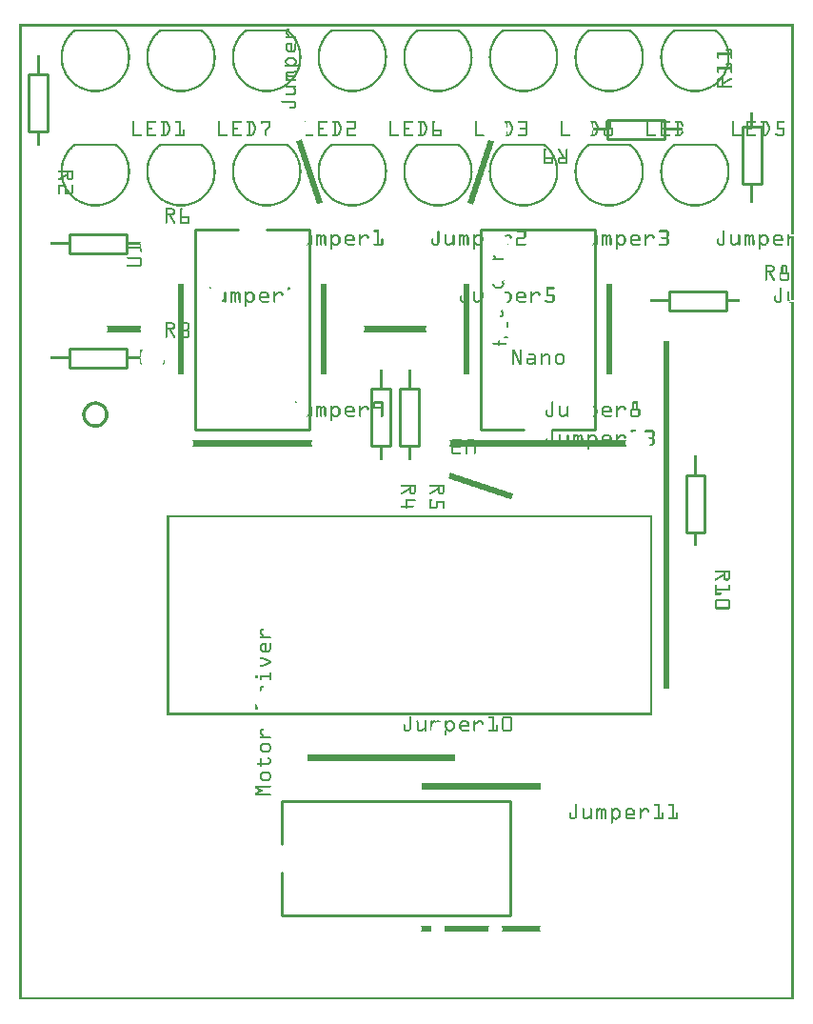
<source format=gto>
G04 MADE WITH FRITZING*
G04 WWW.FRITZING.ORG*
G04 DOUBLE SIDED*
G04 HOLES PLATED*
G04 CONTOUR ON CENTER OF CONTOUR VECTOR*
%ASAXBY*%
%FSLAX23Y23*%
%MOIN*%
%OFA0B0*%
%SFA1.0B1.0*%
%ADD10C,0.010000*%
%ADD11C,0.007874*%
%ADD12R,0.001000X0.001000*%
%LNSILK1*%
G90*
G70*
G54D10*
X917Y296D02*
X1717Y296D01*
D02*
X1717Y296D02*
X1717Y696D01*
D02*
X1717Y696D02*
X917Y696D01*
D02*
X917Y296D02*
X917Y446D01*
D02*
X917Y546D02*
X917Y696D01*
D02*
X616Y2697D02*
X616Y1997D01*
D02*
X616Y1997D02*
X1016Y1997D01*
D02*
X1016Y1997D02*
X1016Y2697D01*
D02*
X616Y2697D02*
X766Y2697D01*
D02*
X866Y2697D02*
X1016Y2697D01*
D02*
X2016Y1997D02*
X2016Y2697D01*
D02*
X2016Y2697D02*
X1616Y2697D01*
D02*
X1616Y2697D02*
X1616Y1997D01*
D02*
X2016Y1997D02*
X1866Y1997D01*
D02*
X1766Y1997D02*
X1616Y1997D01*
D02*
X99Y3238D02*
X99Y3038D01*
D02*
X99Y3038D02*
X33Y3038D01*
D02*
X33Y3038D02*
X33Y3238D01*
D02*
X33Y3238D02*
X99Y3238D01*
D02*
X176Y2280D02*
X376Y2280D01*
D02*
X376Y2280D02*
X376Y2214D01*
D02*
X376Y2214D02*
X176Y2214D01*
D02*
X176Y2214D02*
X176Y2280D01*
D02*
X1299Y2138D02*
X1299Y1938D01*
D02*
X1299Y1938D02*
X1233Y1938D01*
D02*
X1233Y1938D02*
X1233Y2138D01*
D02*
X1233Y2138D02*
X1299Y2138D01*
D02*
X1399Y2138D02*
X1399Y1938D01*
D02*
X1399Y1938D02*
X1333Y1938D01*
D02*
X1333Y1938D02*
X1333Y2138D01*
D02*
X1333Y2138D02*
X1399Y2138D01*
D02*
X176Y2680D02*
X376Y2680D01*
D02*
X376Y2680D02*
X376Y2614D01*
D02*
X376Y2614D02*
X176Y2614D01*
D02*
X176Y2614D02*
X176Y2680D01*
D02*
X2276Y2480D02*
X2476Y2480D01*
D02*
X2476Y2480D02*
X2476Y2414D01*
D02*
X2476Y2414D02*
X2276Y2414D01*
D02*
X2276Y2414D02*
X2276Y2480D01*
D02*
X2257Y3014D02*
X2057Y3014D01*
D02*
X2057Y3014D02*
X2057Y3080D01*
D02*
X2057Y3080D02*
X2257Y3080D01*
D02*
X2257Y3080D02*
X2257Y3014D01*
D02*
X2400Y1837D02*
X2400Y1637D01*
D02*
X2400Y1637D02*
X2334Y1637D01*
D02*
X2334Y1637D02*
X2334Y1837D01*
D02*
X2334Y1837D02*
X2400Y1837D01*
D02*
X2533Y2857D02*
X2533Y3057D01*
D02*
X2533Y3057D02*
X2599Y3057D01*
D02*
X2599Y3057D02*
X2599Y2857D01*
D02*
X2599Y2857D02*
X2533Y2857D01*
G54D11*
X336Y3393D02*
X195Y3393D01*
D02*
X636Y3393D02*
X495Y3393D01*
D02*
X936Y3393D02*
X795Y3393D01*
D02*
X1236Y3393D02*
X1095Y3393D01*
D02*
X1536Y3393D02*
X1395Y3393D01*
D02*
X1836Y3393D02*
X1695Y3393D01*
D02*
X2136Y3393D02*
X1995Y3393D01*
D02*
X2436Y3393D02*
X2295Y3393D01*
D02*
X1836Y2993D02*
X1695Y2993D01*
D02*
X636Y2993D02*
X495Y2993D01*
D02*
X1236Y2993D02*
X1095Y2993D01*
D02*
X2436Y2993D02*
X2295Y2993D01*
D02*
X2136Y2993D02*
X1995Y2993D01*
D02*
X1536Y2993D02*
X1395Y2993D01*
D02*
X936Y2993D02*
X795Y2993D01*
D02*
X336Y2993D02*
X195Y2993D01*
D02*
G54D12*
X0Y3415D02*
X2710Y3415D01*
X0Y3414D02*
X2710Y3414D01*
X0Y3413D02*
X2710Y3413D01*
X0Y3412D02*
X2710Y3412D01*
X0Y3411D02*
X2710Y3411D01*
X0Y3410D02*
X2710Y3410D01*
X0Y3409D02*
X2710Y3409D01*
X0Y3408D02*
X2710Y3408D01*
X0Y3407D02*
X7Y3407D01*
X2703Y3407D02*
X2710Y3407D01*
X0Y3406D02*
X7Y3406D01*
X2703Y3406D02*
X2710Y3406D01*
X0Y3405D02*
X7Y3405D01*
X2703Y3405D02*
X2710Y3405D01*
X0Y3404D02*
X7Y3404D01*
X2703Y3404D02*
X2710Y3404D01*
X0Y3403D02*
X7Y3403D01*
X2703Y3403D02*
X2710Y3403D01*
X0Y3402D02*
X7Y3402D01*
X2703Y3402D02*
X2710Y3402D01*
X0Y3401D02*
X7Y3401D01*
X2703Y3401D02*
X2710Y3401D01*
X0Y3400D02*
X7Y3400D01*
X938Y3400D02*
X944Y3400D01*
X2703Y3400D02*
X2710Y3400D01*
X0Y3399D02*
X7Y3399D01*
X936Y3399D02*
X945Y3399D01*
X2703Y3399D02*
X2710Y3399D01*
X0Y3398D02*
X7Y3398D01*
X935Y3398D02*
X946Y3398D01*
X2703Y3398D02*
X2710Y3398D01*
X0Y3397D02*
X7Y3397D01*
X194Y3397D02*
X196Y3397D01*
X494Y3397D02*
X496Y3397D01*
X793Y3397D02*
X795Y3397D01*
X934Y3397D02*
X946Y3397D01*
X1093Y3397D02*
X1095Y3397D01*
X1236Y3397D02*
X1236Y3397D01*
X1393Y3397D02*
X1395Y3397D01*
X1536Y3397D02*
X1536Y3397D01*
X1693Y3397D02*
X1695Y3397D01*
X1836Y3397D02*
X1836Y3397D01*
X1993Y3397D02*
X1995Y3397D01*
X2136Y3397D02*
X2136Y3397D01*
X2293Y3397D02*
X2295Y3397D01*
X2436Y3397D02*
X2436Y3397D01*
X2703Y3397D02*
X2710Y3397D01*
X0Y3396D02*
X7Y3396D01*
X192Y3396D02*
X197Y3396D01*
X335Y3396D02*
X339Y3396D01*
X492Y3396D02*
X497Y3396D01*
X634Y3396D02*
X639Y3396D01*
X792Y3396D02*
X797Y3396D01*
X933Y3396D02*
X946Y3396D01*
X1092Y3396D02*
X1097Y3396D01*
X1234Y3396D02*
X1239Y3396D01*
X1392Y3396D02*
X1397Y3396D01*
X1534Y3396D02*
X1538Y3396D01*
X1692Y3396D02*
X1697Y3396D01*
X1834Y3396D02*
X1838Y3396D01*
X1991Y3396D02*
X1996Y3396D01*
X2134Y3396D02*
X2138Y3396D01*
X2291Y3396D02*
X2296Y3396D01*
X2434Y3396D02*
X2438Y3396D01*
X2703Y3396D02*
X2710Y3396D01*
X0Y3395D02*
X7Y3395D01*
X191Y3395D02*
X198Y3395D01*
X334Y3395D02*
X340Y3395D01*
X491Y3395D02*
X498Y3395D01*
X634Y3395D02*
X640Y3395D01*
X791Y3395D02*
X798Y3395D01*
X932Y3395D02*
X945Y3395D01*
X1091Y3395D02*
X1097Y3395D01*
X1233Y3395D02*
X1240Y3395D01*
X1390Y3395D02*
X1397Y3395D01*
X1533Y3395D02*
X1540Y3395D01*
X1690Y3395D02*
X1697Y3395D01*
X1833Y3395D02*
X1840Y3395D01*
X1990Y3395D02*
X1997Y3395D01*
X2133Y3395D02*
X2139Y3395D01*
X2290Y3395D02*
X2297Y3395D01*
X2433Y3395D02*
X2439Y3395D01*
X2703Y3395D02*
X2710Y3395D01*
X0Y3394D02*
X7Y3394D01*
X190Y3394D02*
X198Y3394D01*
X333Y3394D02*
X341Y3394D01*
X489Y3394D02*
X498Y3394D01*
X633Y3394D02*
X641Y3394D01*
X789Y3394D02*
X798Y3394D01*
X932Y3394D02*
X944Y3394D01*
X1089Y3394D02*
X1098Y3394D01*
X1233Y3394D02*
X1241Y3394D01*
X1389Y3394D02*
X1398Y3394D01*
X1533Y3394D02*
X1541Y3394D01*
X1689Y3394D02*
X1698Y3394D01*
X1833Y3394D02*
X1841Y3394D01*
X1989Y3394D02*
X1997Y3394D01*
X2133Y3394D02*
X2141Y3394D01*
X2289Y3394D02*
X2297Y3394D01*
X2433Y3394D02*
X2441Y3394D01*
X2703Y3394D02*
X2710Y3394D01*
X0Y3393D02*
X7Y3393D01*
X188Y3393D02*
X198Y3393D01*
X333Y3393D02*
X343Y3393D01*
X488Y3393D02*
X498Y3393D01*
X633Y3393D02*
X642Y3393D01*
X788Y3393D02*
X798Y3393D01*
X931Y3393D02*
X942Y3393D01*
X1088Y3393D02*
X1098Y3393D01*
X1233Y3393D02*
X1242Y3393D01*
X1388Y3393D02*
X1398Y3393D01*
X1533Y3393D02*
X1542Y3393D01*
X1688Y3393D02*
X1698Y3393D01*
X1833Y3393D02*
X1842Y3393D01*
X1988Y3393D02*
X1997Y3393D01*
X2133Y3393D02*
X2142Y3393D01*
X2288Y3393D02*
X2297Y3393D01*
X2433Y3393D02*
X2442Y3393D01*
X2703Y3393D02*
X2710Y3393D01*
X0Y3392D02*
X7Y3392D01*
X187Y3392D02*
X198Y3392D01*
X333Y3392D02*
X344Y3392D01*
X487Y3392D02*
X498Y3392D01*
X633Y3392D02*
X644Y3392D01*
X787Y3392D02*
X798Y3392D01*
X931Y3392D02*
X944Y3392D01*
X1087Y3392D02*
X1097Y3392D01*
X1233Y3392D02*
X1243Y3392D01*
X1387Y3392D02*
X1397Y3392D01*
X1533Y3392D02*
X1543Y3392D01*
X1687Y3392D02*
X1697Y3392D01*
X1833Y3392D02*
X1843Y3392D01*
X1987Y3392D02*
X1997Y3392D01*
X2133Y3392D02*
X2143Y3392D01*
X2286Y3392D02*
X2297Y3392D01*
X2433Y3392D02*
X2443Y3392D01*
X2703Y3392D02*
X2710Y3392D01*
X0Y3391D02*
X7Y3391D01*
X186Y3391D02*
X197Y3391D01*
X334Y3391D02*
X345Y3391D01*
X486Y3391D02*
X497Y3391D01*
X634Y3391D02*
X645Y3391D01*
X786Y3391D02*
X797Y3391D01*
X931Y3391D02*
X945Y3391D01*
X1086Y3391D02*
X1097Y3391D01*
X1234Y3391D02*
X1245Y3391D01*
X1386Y3391D02*
X1397Y3391D01*
X1533Y3391D02*
X1545Y3391D01*
X1685Y3391D02*
X1697Y3391D01*
X1833Y3391D02*
X1844Y3391D01*
X1985Y3391D02*
X1997Y3391D01*
X2133Y3391D02*
X2144Y3391D01*
X2285Y3391D02*
X2296Y3391D01*
X2433Y3391D02*
X2444Y3391D01*
X2703Y3391D02*
X2710Y3391D01*
X0Y3390D02*
X7Y3390D01*
X185Y3390D02*
X196Y3390D01*
X335Y3390D02*
X346Y3390D01*
X485Y3390D02*
X496Y3390D01*
X635Y3390D02*
X646Y3390D01*
X785Y3390D02*
X796Y3390D01*
X931Y3390D02*
X946Y3390D01*
X1085Y3390D02*
X1096Y3390D01*
X1234Y3390D02*
X1246Y3390D01*
X1384Y3390D02*
X1396Y3390D01*
X1534Y3390D02*
X1546Y3390D01*
X1684Y3390D02*
X1696Y3390D01*
X1834Y3390D02*
X1846Y3390D01*
X1984Y3390D02*
X1996Y3390D01*
X2134Y3390D02*
X2145Y3390D01*
X2284Y3390D02*
X2295Y3390D01*
X2434Y3390D02*
X2445Y3390D01*
X2703Y3390D02*
X2710Y3390D01*
X0Y3389D02*
X7Y3389D01*
X184Y3389D02*
X195Y3389D01*
X336Y3389D02*
X347Y3389D01*
X484Y3389D02*
X495Y3389D01*
X636Y3389D02*
X647Y3389D01*
X784Y3389D02*
X795Y3389D01*
X931Y3389D02*
X947Y3389D01*
X1083Y3389D02*
X1095Y3389D01*
X1236Y3389D02*
X1247Y3389D01*
X1383Y3389D02*
X1395Y3389D01*
X1536Y3389D02*
X1547Y3389D01*
X1683Y3389D02*
X1694Y3389D01*
X1835Y3389D02*
X1847Y3389D01*
X1983Y3389D02*
X1994Y3389D01*
X2135Y3389D02*
X2147Y3389D01*
X2283Y3389D02*
X2294Y3389D01*
X2435Y3389D02*
X2446Y3389D01*
X2703Y3389D02*
X2710Y3389D01*
X0Y3388D02*
X7Y3388D01*
X183Y3388D02*
X194Y3388D01*
X337Y3388D02*
X348Y3388D01*
X483Y3388D02*
X494Y3388D01*
X637Y3388D02*
X648Y3388D01*
X782Y3388D02*
X793Y3388D01*
X931Y3388D02*
X948Y3388D01*
X1082Y3388D02*
X1093Y3388D01*
X1237Y3388D02*
X1248Y3388D01*
X1382Y3388D02*
X1393Y3388D01*
X1537Y3388D02*
X1548Y3388D01*
X1682Y3388D02*
X1693Y3388D01*
X1837Y3388D02*
X1848Y3388D01*
X1982Y3388D02*
X1993Y3388D01*
X2137Y3388D02*
X2148Y3388D01*
X2282Y3388D02*
X2293Y3388D01*
X2437Y3388D02*
X2448Y3388D01*
X2703Y3388D02*
X2710Y3388D01*
X0Y3387D02*
X7Y3387D01*
X182Y3387D02*
X192Y3387D01*
X338Y3387D02*
X349Y3387D01*
X481Y3387D02*
X492Y3387D01*
X638Y3387D02*
X649Y3387D01*
X781Y3387D02*
X792Y3387D01*
X931Y3387D02*
X949Y3387D01*
X1081Y3387D02*
X1092Y3387D01*
X1238Y3387D02*
X1249Y3387D01*
X1381Y3387D02*
X1392Y3387D01*
X1538Y3387D02*
X1549Y3387D01*
X1681Y3387D02*
X1692Y3387D01*
X1838Y3387D02*
X1849Y3387D01*
X1981Y3387D02*
X1992Y3387D01*
X2138Y3387D02*
X2149Y3387D01*
X2281Y3387D02*
X2292Y3387D01*
X2438Y3387D02*
X2449Y3387D01*
X2703Y3387D02*
X2710Y3387D01*
X0Y3386D02*
X7Y3386D01*
X181Y3386D02*
X191Y3386D01*
X340Y3386D02*
X350Y3386D01*
X480Y3386D02*
X491Y3386D01*
X640Y3386D02*
X650Y3386D01*
X780Y3386D02*
X791Y3386D01*
X931Y3386D02*
X937Y3386D01*
X939Y3386D02*
X950Y3386D01*
X1080Y3386D02*
X1091Y3386D01*
X1239Y3386D02*
X1250Y3386D01*
X1380Y3386D02*
X1391Y3386D01*
X1539Y3386D02*
X1550Y3386D01*
X1680Y3386D02*
X1691Y3386D01*
X1839Y3386D02*
X1850Y3386D01*
X1980Y3386D02*
X1991Y3386D01*
X2139Y3386D02*
X2150Y3386D01*
X2280Y3386D02*
X2291Y3386D01*
X2439Y3386D02*
X2450Y3386D01*
X2703Y3386D02*
X2710Y3386D01*
X0Y3385D02*
X7Y3385D01*
X180Y3385D02*
X190Y3385D01*
X341Y3385D02*
X351Y3385D01*
X479Y3385D02*
X490Y3385D01*
X641Y3385D02*
X651Y3385D01*
X779Y3385D02*
X790Y3385D01*
X931Y3385D02*
X937Y3385D01*
X941Y3385D02*
X951Y3385D01*
X1079Y3385D02*
X1090Y3385D01*
X1241Y3385D02*
X1251Y3385D01*
X1379Y3385D02*
X1390Y3385D01*
X1540Y3385D02*
X1551Y3385D01*
X1679Y3385D02*
X1690Y3385D01*
X1840Y3385D02*
X1851Y3385D01*
X1979Y3385D02*
X1989Y3385D01*
X2140Y3385D02*
X2151Y3385D01*
X2279Y3385D02*
X2289Y3385D01*
X2440Y3385D02*
X2451Y3385D01*
X2703Y3385D02*
X2710Y3385D01*
X0Y3384D02*
X7Y3384D01*
X179Y3384D02*
X189Y3384D01*
X342Y3384D02*
X352Y3384D01*
X478Y3384D02*
X489Y3384D01*
X642Y3384D02*
X652Y3384D01*
X778Y3384D02*
X789Y3384D01*
X931Y3384D02*
X937Y3384D01*
X942Y3384D02*
X952Y3384D01*
X1078Y3384D02*
X1089Y3384D01*
X1242Y3384D02*
X1252Y3384D01*
X1378Y3384D02*
X1389Y3384D01*
X1542Y3384D02*
X1552Y3384D01*
X1678Y3384D02*
X1688Y3384D01*
X1841Y3384D02*
X1852Y3384D01*
X1978Y3384D02*
X1988Y3384D01*
X2141Y3384D02*
X2152Y3384D01*
X2278Y3384D02*
X2288Y3384D01*
X2441Y3384D02*
X2452Y3384D01*
X2703Y3384D02*
X2710Y3384D01*
X0Y3383D02*
X7Y3383D01*
X178Y3383D02*
X188Y3383D01*
X343Y3383D02*
X353Y3383D01*
X478Y3383D02*
X488Y3383D01*
X643Y3383D02*
X653Y3383D01*
X777Y3383D02*
X788Y3383D01*
X931Y3383D02*
X938Y3383D01*
X943Y3383D02*
X953Y3383D01*
X1077Y3383D02*
X1088Y3383D01*
X1243Y3383D02*
X1253Y3383D01*
X1377Y3383D02*
X1387Y3383D01*
X1543Y3383D02*
X1553Y3383D01*
X1677Y3383D02*
X1687Y3383D01*
X1843Y3383D02*
X1853Y3383D01*
X1977Y3383D02*
X1987Y3383D01*
X2143Y3383D02*
X2153Y3383D01*
X2277Y3383D02*
X2287Y3383D01*
X2442Y3383D02*
X2453Y3383D01*
X2703Y3383D02*
X2710Y3383D01*
X0Y3382D02*
X7Y3382D01*
X177Y3382D02*
X187Y3382D01*
X344Y3382D02*
X354Y3382D01*
X477Y3382D02*
X487Y3382D01*
X644Y3382D02*
X654Y3382D01*
X776Y3382D02*
X787Y3382D01*
X931Y3382D02*
X939Y3382D01*
X944Y3382D02*
X954Y3382D01*
X1076Y3382D02*
X1086Y3382D01*
X1244Y3382D02*
X1254Y3382D01*
X1376Y3382D02*
X1386Y3382D01*
X1544Y3382D02*
X1554Y3382D01*
X1676Y3382D02*
X1686Y3382D01*
X1844Y3382D02*
X1854Y3382D01*
X1976Y3382D02*
X1986Y3382D01*
X2144Y3382D02*
X2154Y3382D01*
X2276Y3382D02*
X2286Y3382D01*
X2444Y3382D02*
X2454Y3382D01*
X2703Y3382D02*
X2710Y3382D01*
X0Y3381D02*
X7Y3381D01*
X176Y3381D02*
X186Y3381D01*
X345Y3381D02*
X355Y3381D01*
X476Y3381D02*
X486Y3381D01*
X645Y3381D02*
X655Y3381D01*
X776Y3381D02*
X785Y3381D01*
X932Y3381D02*
X940Y3381D01*
X945Y3381D02*
X955Y3381D01*
X1075Y3381D02*
X1085Y3381D01*
X1245Y3381D02*
X1255Y3381D01*
X1375Y3381D02*
X1385Y3381D01*
X1545Y3381D02*
X1555Y3381D01*
X1675Y3381D02*
X1685Y3381D01*
X1845Y3381D02*
X1855Y3381D01*
X1975Y3381D02*
X1985Y3381D01*
X2145Y3381D02*
X2155Y3381D01*
X2275Y3381D02*
X2285Y3381D01*
X2445Y3381D02*
X2454Y3381D01*
X2703Y3381D02*
X2710Y3381D01*
X0Y3380D02*
X7Y3380D01*
X175Y3380D02*
X185Y3380D01*
X346Y3380D02*
X356Y3380D01*
X475Y3380D02*
X485Y3380D01*
X646Y3380D02*
X656Y3380D01*
X775Y3380D02*
X784Y3380D01*
X933Y3380D02*
X941Y3380D01*
X946Y3380D02*
X956Y3380D01*
X1075Y3380D02*
X1084Y3380D01*
X1246Y3380D02*
X1256Y3380D01*
X1374Y3380D02*
X1384Y3380D01*
X1546Y3380D02*
X1556Y3380D01*
X1674Y3380D02*
X1684Y3380D01*
X1846Y3380D02*
X1856Y3380D01*
X1974Y3380D02*
X1984Y3380D01*
X2146Y3380D02*
X2155Y3380D01*
X2274Y3380D02*
X2284Y3380D01*
X2446Y3380D02*
X2455Y3380D01*
X2703Y3380D02*
X2710Y3380D01*
X0Y3379D02*
X7Y3379D01*
X174Y3379D02*
X184Y3379D01*
X347Y3379D02*
X357Y3379D01*
X474Y3379D02*
X484Y3379D01*
X647Y3379D02*
X657Y3379D01*
X774Y3379D02*
X783Y3379D01*
X933Y3379D02*
X942Y3379D01*
X947Y3379D02*
X957Y3379D01*
X1074Y3379D02*
X1083Y3379D01*
X1247Y3379D02*
X1257Y3379D01*
X1374Y3379D02*
X1383Y3379D01*
X1547Y3379D02*
X1557Y3379D01*
X1673Y3379D02*
X1683Y3379D01*
X1847Y3379D02*
X1856Y3379D01*
X1973Y3379D02*
X1983Y3379D01*
X2147Y3379D02*
X2156Y3379D01*
X2273Y3379D02*
X2283Y3379D01*
X2447Y3379D02*
X2456Y3379D01*
X2703Y3379D02*
X2710Y3379D01*
X0Y3378D02*
X7Y3378D01*
X173Y3378D02*
X183Y3378D01*
X348Y3378D02*
X358Y3378D01*
X473Y3378D02*
X483Y3378D01*
X648Y3378D02*
X658Y3378D01*
X773Y3378D02*
X783Y3378D01*
X934Y3378D02*
X943Y3378D01*
X948Y3378D02*
X958Y3378D01*
X1073Y3378D02*
X1082Y3378D01*
X1248Y3378D02*
X1257Y3378D01*
X1373Y3378D02*
X1382Y3378D01*
X1548Y3378D02*
X1557Y3378D01*
X1673Y3378D02*
X1682Y3378D01*
X1848Y3378D02*
X1857Y3378D01*
X1972Y3378D02*
X1982Y3378D01*
X2148Y3378D02*
X2157Y3378D01*
X2272Y3378D02*
X2282Y3378D01*
X2448Y3378D02*
X2457Y3378D01*
X2703Y3378D02*
X2710Y3378D01*
X0Y3377D02*
X7Y3377D01*
X172Y3377D02*
X182Y3377D01*
X349Y3377D02*
X359Y3377D01*
X472Y3377D02*
X482Y3377D01*
X649Y3377D02*
X658Y3377D01*
X772Y3377D02*
X782Y3377D01*
X935Y3377D02*
X943Y3377D01*
X949Y3377D02*
X958Y3377D01*
X1072Y3377D02*
X1081Y3377D01*
X1249Y3377D02*
X1258Y3377D01*
X1372Y3377D02*
X1381Y3377D01*
X1549Y3377D02*
X1558Y3377D01*
X1672Y3377D02*
X1681Y3377D01*
X1849Y3377D02*
X1858Y3377D01*
X1972Y3377D02*
X1981Y3377D01*
X2149Y3377D02*
X2158Y3377D01*
X2272Y3377D02*
X2281Y3377D01*
X2449Y3377D02*
X2458Y3377D01*
X2703Y3377D02*
X2710Y3377D01*
X0Y3376D02*
X7Y3376D01*
X171Y3376D02*
X181Y3376D01*
X350Y3376D02*
X359Y3376D01*
X471Y3376D02*
X481Y3376D01*
X650Y3376D02*
X659Y3376D01*
X771Y3376D02*
X781Y3376D01*
X936Y3376D02*
X944Y3376D01*
X950Y3376D02*
X959Y3376D01*
X1071Y3376D02*
X1081Y3376D01*
X1250Y3376D02*
X1259Y3376D01*
X1371Y3376D02*
X1380Y3376D01*
X1550Y3376D02*
X1559Y3376D01*
X1671Y3376D02*
X1680Y3376D01*
X1850Y3376D02*
X1859Y3376D01*
X1971Y3376D02*
X1980Y3376D01*
X2150Y3376D02*
X2159Y3376D01*
X2271Y3376D02*
X2280Y3376D01*
X2449Y3376D02*
X2459Y3376D01*
X2703Y3376D02*
X2710Y3376D01*
X0Y3375D02*
X7Y3375D01*
X171Y3375D02*
X180Y3375D01*
X351Y3375D02*
X360Y3375D01*
X471Y3375D02*
X480Y3375D01*
X651Y3375D02*
X660Y3375D01*
X770Y3375D02*
X780Y3375D01*
X937Y3375D02*
X945Y3375D01*
X951Y3375D02*
X960Y3375D01*
X1070Y3375D02*
X1080Y3375D01*
X1251Y3375D02*
X1260Y3375D01*
X1370Y3375D02*
X1379Y3375D01*
X1551Y3375D02*
X1560Y3375D01*
X1670Y3375D02*
X1679Y3375D01*
X1851Y3375D02*
X1860Y3375D01*
X1970Y3375D02*
X1979Y3375D01*
X2150Y3375D02*
X2160Y3375D01*
X2270Y3375D02*
X2279Y3375D01*
X2450Y3375D02*
X2460Y3375D01*
X2703Y3375D02*
X2710Y3375D01*
X0Y3374D02*
X7Y3374D01*
X170Y3374D02*
X179Y3374D01*
X352Y3374D02*
X361Y3374D01*
X470Y3374D02*
X479Y3374D01*
X652Y3374D02*
X661Y3374D01*
X770Y3374D02*
X779Y3374D01*
X938Y3374D02*
X946Y3374D01*
X952Y3374D02*
X961Y3374D01*
X1070Y3374D02*
X1079Y3374D01*
X1252Y3374D02*
X1261Y3374D01*
X1369Y3374D02*
X1379Y3374D01*
X1552Y3374D02*
X1561Y3374D01*
X1669Y3374D02*
X1678Y3374D01*
X1851Y3374D02*
X1861Y3374D01*
X1969Y3374D02*
X1978Y3374D01*
X2151Y3374D02*
X2160Y3374D01*
X2269Y3374D02*
X2278Y3374D01*
X2451Y3374D02*
X2460Y3374D01*
X2703Y3374D02*
X2710Y3374D01*
X0Y3373D02*
X7Y3373D01*
X169Y3373D02*
X178Y3373D01*
X353Y3373D02*
X362Y3373D01*
X469Y3373D02*
X478Y3373D01*
X653Y3373D02*
X662Y3373D01*
X769Y3373D02*
X778Y3373D01*
X934Y3373D02*
X966Y3373D01*
X1069Y3373D02*
X1078Y3373D01*
X1253Y3373D02*
X1261Y3373D01*
X1369Y3373D02*
X1378Y3373D01*
X1552Y3373D02*
X1561Y3373D01*
X1669Y3373D02*
X1678Y3373D01*
X1852Y3373D02*
X1861Y3373D01*
X1968Y3373D02*
X1978Y3373D01*
X2152Y3373D02*
X2161Y3373D01*
X2268Y3373D02*
X2277Y3373D01*
X2452Y3373D02*
X2461Y3373D01*
X2703Y3373D02*
X2710Y3373D01*
X0Y3372D02*
X7Y3372D01*
X168Y3372D02*
X177Y3372D01*
X354Y3372D02*
X363Y3372D01*
X468Y3372D02*
X477Y3372D01*
X654Y3372D02*
X662Y3372D01*
X768Y3372D02*
X777Y3372D01*
X932Y3372D02*
X968Y3372D01*
X1068Y3372D02*
X1077Y3372D01*
X1253Y3372D02*
X1262Y3372D01*
X1368Y3372D02*
X1377Y3372D01*
X1553Y3372D02*
X1562Y3372D01*
X1668Y3372D02*
X1677Y3372D01*
X1853Y3372D02*
X1862Y3372D01*
X1968Y3372D02*
X1977Y3372D01*
X2153Y3372D02*
X2162Y3372D01*
X2268Y3372D02*
X2277Y3372D01*
X2453Y3372D02*
X2462Y3372D01*
X2703Y3372D02*
X2710Y3372D01*
X0Y3371D02*
X7Y3371D01*
X168Y3371D02*
X177Y3371D01*
X354Y3371D02*
X363Y3371D01*
X467Y3371D02*
X476Y3371D01*
X654Y3371D02*
X663Y3371D01*
X767Y3371D02*
X776Y3371D01*
X931Y3371D02*
X969Y3371D01*
X1067Y3371D02*
X1076Y3371D01*
X1254Y3371D02*
X1263Y3371D01*
X1367Y3371D02*
X1376Y3371D01*
X1554Y3371D02*
X1563Y3371D01*
X1667Y3371D02*
X1676Y3371D01*
X1854Y3371D02*
X1863Y3371D01*
X1967Y3371D02*
X1976Y3371D01*
X2154Y3371D02*
X2163Y3371D01*
X2267Y3371D02*
X2276Y3371D01*
X2454Y3371D02*
X2463Y3371D01*
X2703Y3371D02*
X2710Y3371D01*
X0Y3370D02*
X7Y3370D01*
X167Y3370D02*
X176Y3370D01*
X355Y3370D02*
X364Y3370D01*
X467Y3370D02*
X476Y3370D01*
X655Y3370D02*
X664Y3370D01*
X767Y3370D02*
X776Y3370D01*
X931Y3370D02*
X969Y3370D01*
X1067Y3370D02*
X1075Y3370D01*
X1255Y3370D02*
X1264Y3370D01*
X1366Y3370D02*
X1375Y3370D01*
X1555Y3370D02*
X1564Y3370D01*
X1666Y3370D02*
X1675Y3370D01*
X1855Y3370D02*
X1864Y3370D01*
X1966Y3370D02*
X1975Y3370D01*
X2155Y3370D02*
X2163Y3370D01*
X2266Y3370D02*
X2275Y3370D01*
X2455Y3370D02*
X2463Y3370D01*
X2703Y3370D02*
X2710Y3370D01*
X0Y3369D02*
X7Y3369D01*
X166Y3369D02*
X175Y3369D01*
X356Y3369D02*
X365Y3369D01*
X466Y3369D02*
X475Y3369D01*
X656Y3369D02*
X665Y3369D01*
X766Y3369D02*
X775Y3369D01*
X931Y3369D02*
X969Y3369D01*
X1066Y3369D02*
X1075Y3369D01*
X1256Y3369D02*
X1264Y3369D01*
X1366Y3369D02*
X1375Y3369D01*
X1556Y3369D02*
X1564Y3369D01*
X1666Y3369D02*
X1674Y3369D01*
X1856Y3369D02*
X1864Y3369D01*
X1966Y3369D02*
X1974Y3369D01*
X2155Y3369D02*
X2164Y3369D01*
X2265Y3369D02*
X2274Y3369D01*
X2455Y3369D02*
X2464Y3369D01*
X2703Y3369D02*
X2710Y3369D01*
X0Y3368D02*
X7Y3368D01*
X165Y3368D02*
X174Y3368D01*
X357Y3368D02*
X365Y3368D01*
X465Y3368D02*
X474Y3368D01*
X657Y3368D02*
X665Y3368D01*
X765Y3368D02*
X774Y3368D01*
X931Y3368D02*
X969Y3368D01*
X1065Y3368D02*
X1074Y3368D01*
X1257Y3368D02*
X1265Y3368D01*
X1365Y3368D02*
X1374Y3368D01*
X1556Y3368D02*
X1565Y3368D01*
X1665Y3368D02*
X1674Y3368D01*
X1856Y3368D02*
X1865Y3368D01*
X1965Y3368D02*
X1974Y3368D01*
X2156Y3368D02*
X2165Y3368D01*
X2265Y3368D02*
X2273Y3368D01*
X2456Y3368D02*
X2465Y3368D01*
X2703Y3368D02*
X2710Y3368D01*
X0Y3367D02*
X7Y3367D01*
X165Y3367D02*
X173Y3367D01*
X358Y3367D02*
X366Y3367D01*
X465Y3367D02*
X473Y3367D01*
X658Y3367D02*
X666Y3367D01*
X765Y3367D02*
X773Y3367D01*
X932Y3367D02*
X968Y3367D01*
X1064Y3367D02*
X1073Y3367D01*
X1257Y3367D02*
X1266Y3367D01*
X1364Y3367D02*
X1373Y3367D01*
X1557Y3367D02*
X1566Y3367D01*
X1664Y3367D02*
X1673Y3367D01*
X1857Y3367D02*
X1866Y3367D01*
X1964Y3367D02*
X1973Y3367D01*
X2157Y3367D02*
X2165Y3367D01*
X2264Y3367D02*
X2273Y3367D01*
X2457Y3367D02*
X2465Y3367D01*
X2703Y3367D02*
X2710Y3367D01*
X0Y3366D02*
X7Y3366D01*
X164Y3366D02*
X173Y3366D01*
X358Y3366D02*
X367Y3366D01*
X464Y3366D02*
X473Y3366D01*
X658Y3366D02*
X667Y3366D01*
X764Y3366D02*
X772Y3366D01*
X958Y3366D02*
X967Y3366D01*
X1064Y3366D02*
X1072Y3366D01*
X1258Y3366D02*
X1266Y3366D01*
X1364Y3366D02*
X1372Y3366D01*
X1558Y3366D02*
X1566Y3366D01*
X1664Y3366D02*
X1672Y3366D01*
X1858Y3366D02*
X1866Y3366D01*
X1963Y3366D02*
X1972Y3366D01*
X2158Y3366D02*
X2166Y3366D01*
X2263Y3366D02*
X2272Y3366D01*
X2458Y3366D02*
X2466Y3366D01*
X2703Y3366D02*
X2710Y3366D01*
X0Y3365D02*
X7Y3365D01*
X163Y3365D02*
X172Y3365D01*
X359Y3365D02*
X367Y3365D01*
X463Y3365D02*
X472Y3365D01*
X659Y3365D02*
X667Y3365D01*
X763Y3365D02*
X772Y3365D01*
X959Y3365D02*
X967Y3365D01*
X1063Y3365D02*
X1072Y3365D01*
X1259Y3365D02*
X1267Y3365D01*
X1363Y3365D02*
X1372Y3365D01*
X1559Y3365D02*
X1567Y3365D01*
X1663Y3365D02*
X1671Y3365D01*
X1859Y3365D02*
X1867Y3365D01*
X1963Y3365D02*
X1971Y3365D01*
X2158Y3365D02*
X2167Y3365D01*
X2263Y3365D02*
X2271Y3365D01*
X2458Y3365D02*
X2467Y3365D01*
X2703Y3365D02*
X2710Y3365D01*
X0Y3364D02*
X7Y3364D01*
X163Y3364D02*
X171Y3364D01*
X360Y3364D02*
X368Y3364D01*
X463Y3364D02*
X471Y3364D01*
X660Y3364D02*
X668Y3364D01*
X763Y3364D02*
X771Y3364D01*
X960Y3364D02*
X968Y3364D01*
X1062Y3364D02*
X1071Y3364D01*
X1259Y3364D02*
X1268Y3364D01*
X1362Y3364D02*
X1371Y3364D01*
X1559Y3364D02*
X1568Y3364D01*
X1662Y3364D02*
X1671Y3364D01*
X1859Y3364D02*
X1868Y3364D01*
X1962Y3364D02*
X1971Y3364D01*
X2159Y3364D02*
X2167Y3364D01*
X2262Y3364D02*
X2271Y3364D01*
X2459Y3364D02*
X2467Y3364D01*
X2703Y3364D02*
X2710Y3364D01*
X0Y3363D02*
X7Y3363D01*
X162Y3363D02*
X171Y3363D01*
X360Y3363D02*
X369Y3363D01*
X462Y3363D02*
X470Y3363D01*
X660Y3363D02*
X669Y3363D01*
X762Y3363D02*
X770Y3363D01*
X960Y3363D02*
X968Y3363D01*
X1062Y3363D02*
X1070Y3363D01*
X1260Y3363D02*
X1268Y3363D01*
X1362Y3363D02*
X1370Y3363D01*
X1560Y3363D02*
X1568Y3363D01*
X1662Y3363D02*
X1670Y3363D01*
X1860Y3363D02*
X1868Y3363D01*
X1962Y3363D02*
X1970Y3363D01*
X2160Y3363D02*
X2168Y3363D01*
X2261Y3363D02*
X2270Y3363D01*
X2460Y3363D02*
X2468Y3363D01*
X2703Y3363D02*
X2710Y3363D01*
X0Y3362D02*
X7Y3362D01*
X162Y3362D02*
X170Y3362D01*
X361Y3362D02*
X369Y3362D01*
X461Y3362D02*
X470Y3362D01*
X661Y3362D02*
X669Y3362D01*
X761Y3362D02*
X770Y3362D01*
X961Y3362D02*
X969Y3362D01*
X1061Y3362D02*
X1070Y3362D01*
X1261Y3362D02*
X1269Y3362D01*
X1361Y3362D02*
X1369Y3362D01*
X1561Y3362D02*
X1569Y3362D01*
X1661Y3362D02*
X1669Y3362D01*
X1861Y3362D02*
X1869Y3362D01*
X1961Y3362D02*
X1969Y3362D01*
X2161Y3362D02*
X2169Y3362D01*
X2261Y3362D02*
X2269Y3362D01*
X2460Y3362D02*
X2469Y3362D01*
X2703Y3362D02*
X2710Y3362D01*
X0Y3361D02*
X7Y3361D01*
X161Y3361D02*
X169Y3361D01*
X362Y3361D02*
X370Y3361D01*
X461Y3361D02*
X469Y3361D01*
X662Y3361D02*
X670Y3361D01*
X761Y3361D02*
X769Y3361D01*
X962Y3361D02*
X970Y3361D01*
X1061Y3361D02*
X1069Y3361D01*
X1262Y3361D02*
X1270Y3361D01*
X1361Y3361D02*
X1369Y3361D01*
X1561Y3361D02*
X1569Y3361D01*
X1660Y3361D02*
X1669Y3361D01*
X1861Y3361D02*
X1869Y3361D01*
X1960Y3361D02*
X1969Y3361D01*
X2161Y3361D02*
X2169Y3361D01*
X2260Y3361D02*
X2269Y3361D01*
X2461Y3361D02*
X2469Y3361D01*
X2703Y3361D02*
X2710Y3361D01*
X0Y3360D02*
X7Y3360D01*
X160Y3360D02*
X169Y3360D01*
X362Y3360D02*
X370Y3360D01*
X460Y3360D02*
X468Y3360D01*
X662Y3360D02*
X670Y3360D01*
X760Y3360D02*
X768Y3360D01*
X962Y3360D02*
X970Y3360D01*
X1060Y3360D02*
X1068Y3360D01*
X1262Y3360D02*
X1270Y3360D01*
X1360Y3360D02*
X1368Y3360D01*
X1562Y3360D02*
X1570Y3360D01*
X1660Y3360D02*
X1668Y3360D01*
X1862Y3360D02*
X1870Y3360D01*
X1960Y3360D02*
X1968Y3360D01*
X2162Y3360D02*
X2170Y3360D01*
X2260Y3360D02*
X2268Y3360D01*
X2462Y3360D02*
X2470Y3360D01*
X2703Y3360D02*
X2710Y3360D01*
X0Y3359D02*
X7Y3359D01*
X160Y3359D02*
X168Y3359D01*
X363Y3359D02*
X371Y3359D01*
X460Y3359D02*
X468Y3359D01*
X663Y3359D02*
X671Y3359D01*
X760Y3359D02*
X768Y3359D01*
X963Y3359D02*
X971Y3359D01*
X1060Y3359D02*
X1068Y3359D01*
X1263Y3359D02*
X1271Y3359D01*
X1359Y3359D02*
X1368Y3359D01*
X1563Y3359D02*
X1571Y3359D01*
X1659Y3359D02*
X1667Y3359D01*
X1863Y3359D02*
X1871Y3359D01*
X1959Y3359D02*
X1967Y3359D01*
X2162Y3359D02*
X2170Y3359D01*
X2259Y3359D02*
X2267Y3359D01*
X2462Y3359D02*
X2470Y3359D01*
X2703Y3359D02*
X2710Y3359D01*
X0Y3358D02*
X7Y3358D01*
X159Y3358D02*
X167Y3358D01*
X364Y3358D02*
X372Y3358D01*
X459Y3358D02*
X467Y3358D01*
X664Y3358D02*
X671Y3358D01*
X759Y3358D02*
X767Y3358D01*
X963Y3358D02*
X971Y3358D01*
X1059Y3358D02*
X1067Y3358D01*
X1263Y3358D02*
X1271Y3358D01*
X1359Y3358D02*
X1367Y3358D01*
X1563Y3358D02*
X1571Y3358D01*
X1659Y3358D02*
X1667Y3358D01*
X1863Y3358D02*
X1871Y3358D01*
X1959Y3358D02*
X1967Y3358D01*
X2163Y3358D02*
X2171Y3358D01*
X2259Y3358D02*
X2267Y3358D01*
X2463Y3358D02*
X2471Y3358D01*
X2703Y3358D02*
X2710Y3358D01*
X0Y3357D02*
X7Y3357D01*
X159Y3357D02*
X167Y3357D01*
X364Y3357D02*
X372Y3357D01*
X459Y3357D02*
X467Y3357D01*
X664Y3357D02*
X672Y3357D01*
X758Y3357D02*
X766Y3357D01*
X964Y3357D02*
X972Y3357D01*
X1058Y3357D02*
X1066Y3357D01*
X1264Y3357D02*
X1272Y3357D01*
X1358Y3357D02*
X1366Y3357D01*
X1564Y3357D02*
X1572Y3357D01*
X1658Y3357D02*
X1666Y3357D01*
X1864Y3357D02*
X1872Y3357D01*
X1958Y3357D02*
X1966Y3357D01*
X2164Y3357D02*
X2172Y3357D01*
X2258Y3357D02*
X2266Y3357D01*
X2464Y3357D02*
X2471Y3357D01*
X2703Y3357D02*
X2710Y3357D01*
X0Y3356D02*
X7Y3356D01*
X158Y3356D02*
X166Y3356D01*
X365Y3356D02*
X373Y3356D01*
X458Y3356D02*
X466Y3356D01*
X665Y3356D02*
X673Y3356D01*
X758Y3356D02*
X766Y3356D01*
X965Y3356D02*
X972Y3356D01*
X1058Y3356D02*
X1066Y3356D01*
X1265Y3356D02*
X1272Y3356D01*
X1358Y3356D02*
X1366Y3356D01*
X1564Y3356D02*
X1572Y3356D01*
X1658Y3356D02*
X1666Y3356D01*
X1864Y3356D02*
X1872Y3356D01*
X1958Y3356D02*
X1966Y3356D01*
X2164Y3356D02*
X2172Y3356D01*
X2257Y3356D02*
X2265Y3356D01*
X2464Y3356D02*
X2472Y3356D01*
X2703Y3356D02*
X2710Y3356D01*
X0Y3355D02*
X7Y3355D01*
X158Y3355D02*
X166Y3355D01*
X365Y3355D02*
X373Y3355D01*
X458Y3355D02*
X465Y3355D01*
X665Y3355D02*
X673Y3355D01*
X757Y3355D02*
X765Y3355D01*
X965Y3355D02*
X973Y3355D01*
X1057Y3355D02*
X1065Y3355D01*
X1265Y3355D02*
X1273Y3355D01*
X1357Y3355D02*
X1365Y3355D01*
X1565Y3355D02*
X1573Y3355D01*
X1657Y3355D02*
X1665Y3355D01*
X1865Y3355D02*
X1873Y3355D01*
X1957Y3355D02*
X1965Y3355D01*
X2165Y3355D02*
X2173Y3355D01*
X2257Y3355D02*
X2265Y3355D01*
X2465Y3355D02*
X2473Y3355D01*
X2703Y3355D02*
X2710Y3355D01*
X0Y3354D02*
X7Y3354D01*
X157Y3354D02*
X165Y3354D01*
X366Y3354D02*
X374Y3354D01*
X457Y3354D02*
X465Y3354D01*
X666Y3354D02*
X674Y3354D01*
X757Y3354D02*
X765Y3354D01*
X966Y3354D02*
X974Y3354D01*
X1057Y3354D02*
X1065Y3354D01*
X1266Y3354D02*
X1273Y3354D01*
X1357Y3354D02*
X1365Y3354D01*
X1566Y3354D02*
X1573Y3354D01*
X1657Y3354D02*
X1664Y3354D01*
X1865Y3354D02*
X1873Y3354D01*
X1957Y3354D02*
X1964Y3354D01*
X2165Y3354D02*
X2173Y3354D01*
X2256Y3354D02*
X2264Y3354D01*
X2465Y3354D02*
X2473Y3354D01*
X2703Y3354D02*
X2710Y3354D01*
X0Y3353D02*
X7Y3353D01*
X157Y3353D02*
X164Y3353D01*
X367Y3353D02*
X374Y3353D01*
X457Y3353D02*
X464Y3353D01*
X666Y3353D02*
X674Y3353D01*
X756Y3353D02*
X764Y3353D01*
X966Y3353D02*
X974Y3353D01*
X1056Y3353D02*
X1064Y3353D01*
X1266Y3353D02*
X1274Y3353D01*
X1356Y3353D02*
X1364Y3353D01*
X1566Y3353D02*
X1574Y3353D01*
X1656Y3353D02*
X1664Y3353D01*
X1866Y3353D02*
X1874Y3353D01*
X1956Y3353D02*
X1964Y3353D01*
X2166Y3353D02*
X2174Y3353D01*
X2256Y3353D02*
X2264Y3353D01*
X2466Y3353D02*
X2474Y3353D01*
X2703Y3353D02*
X2710Y3353D01*
X0Y3352D02*
X7Y3352D01*
X156Y3352D02*
X164Y3352D01*
X367Y3352D02*
X375Y3352D01*
X456Y3352D02*
X464Y3352D01*
X667Y3352D02*
X675Y3352D01*
X756Y3352D02*
X764Y3352D01*
X967Y3352D02*
X974Y3352D01*
X1056Y3352D02*
X1064Y3352D01*
X1267Y3352D02*
X1274Y3352D01*
X1356Y3352D02*
X1363Y3352D01*
X1567Y3352D02*
X1574Y3352D01*
X1656Y3352D02*
X1663Y3352D01*
X1867Y3352D02*
X1874Y3352D01*
X1956Y3352D02*
X1963Y3352D01*
X2166Y3352D02*
X2174Y3352D01*
X2255Y3352D02*
X2263Y3352D01*
X2466Y3352D02*
X2474Y3352D01*
X2703Y3352D02*
X2710Y3352D01*
X0Y3351D02*
X7Y3351D01*
X156Y3351D02*
X163Y3351D01*
X368Y3351D02*
X375Y3351D01*
X456Y3351D02*
X463Y3351D01*
X667Y3351D02*
X675Y3351D01*
X755Y3351D02*
X763Y3351D01*
X967Y3351D02*
X975Y3351D01*
X1055Y3351D02*
X1063Y3351D01*
X1267Y3351D02*
X1275Y3351D01*
X1355Y3351D02*
X1363Y3351D01*
X1567Y3351D02*
X1575Y3351D01*
X1655Y3351D02*
X1663Y3351D01*
X1867Y3351D02*
X1875Y3351D01*
X1955Y3351D02*
X1963Y3351D01*
X2167Y3351D02*
X2175Y3351D01*
X2255Y3351D02*
X2263Y3351D01*
X2467Y3351D02*
X2474Y3351D01*
X2703Y3351D02*
X2710Y3351D01*
X0Y3350D02*
X7Y3350D01*
X155Y3350D02*
X163Y3350D01*
X368Y3350D02*
X376Y3350D01*
X455Y3350D02*
X463Y3350D01*
X668Y3350D02*
X676Y3350D01*
X755Y3350D02*
X763Y3350D01*
X940Y3350D02*
X953Y3350D01*
X965Y3350D02*
X975Y3350D01*
X1055Y3350D02*
X1063Y3350D01*
X1268Y3350D02*
X1275Y3350D01*
X1355Y3350D02*
X1362Y3350D01*
X1568Y3350D02*
X1575Y3350D01*
X1655Y3350D02*
X1662Y3350D01*
X1868Y3350D02*
X1875Y3350D01*
X1955Y3350D02*
X1962Y3350D01*
X2167Y3350D02*
X2175Y3350D01*
X2255Y3350D02*
X2262Y3350D01*
X2467Y3350D02*
X2475Y3350D01*
X2703Y3350D02*
X2710Y3350D01*
X0Y3349D02*
X7Y3349D01*
X155Y3349D02*
X162Y3349D01*
X369Y3349D02*
X376Y3349D01*
X455Y3349D02*
X462Y3349D01*
X668Y3349D02*
X676Y3349D01*
X755Y3349D02*
X762Y3349D01*
X938Y3349D02*
X954Y3349D01*
X964Y3349D02*
X976Y3349D01*
X1054Y3349D02*
X1062Y3349D01*
X1268Y3349D02*
X1276Y3349D01*
X1354Y3349D02*
X1362Y3349D01*
X1568Y3349D02*
X1576Y3349D01*
X1654Y3349D02*
X1662Y3349D01*
X1868Y3349D02*
X1876Y3349D01*
X1954Y3349D02*
X1962Y3349D01*
X2168Y3349D02*
X2176Y3349D01*
X2254Y3349D02*
X2262Y3349D01*
X2468Y3349D02*
X2475Y3349D01*
X2703Y3349D02*
X2710Y3349D01*
X0Y3348D02*
X7Y3348D01*
X154Y3348D02*
X162Y3348D01*
X369Y3348D02*
X377Y3348D01*
X454Y3348D02*
X462Y3348D01*
X669Y3348D02*
X676Y3348D01*
X754Y3348D02*
X762Y3348D01*
X937Y3348D02*
X954Y3348D01*
X964Y3348D02*
X976Y3348D01*
X1054Y3348D02*
X1062Y3348D01*
X1269Y3348D02*
X1276Y3348D01*
X1354Y3348D02*
X1361Y3348D01*
X1569Y3348D02*
X1576Y3348D01*
X1654Y3348D02*
X1661Y3348D01*
X1869Y3348D02*
X1876Y3348D01*
X1954Y3348D02*
X1961Y3348D01*
X2168Y3348D02*
X2176Y3348D01*
X2254Y3348D02*
X2261Y3348D01*
X2468Y3348D02*
X2476Y3348D01*
X2703Y3348D02*
X2710Y3348D01*
X0Y3347D02*
X7Y3347D01*
X154Y3347D02*
X161Y3347D01*
X370Y3347D02*
X377Y3347D01*
X454Y3347D02*
X461Y3347D01*
X669Y3347D02*
X677Y3347D01*
X754Y3347D02*
X761Y3347D01*
X936Y3347D02*
X955Y3347D01*
X963Y3347D02*
X977Y3347D01*
X1054Y3347D02*
X1061Y3347D01*
X1269Y3347D02*
X1277Y3347D01*
X1353Y3347D02*
X1361Y3347D01*
X1569Y3347D02*
X1577Y3347D01*
X1653Y3347D02*
X1661Y3347D01*
X1869Y3347D02*
X1876Y3347D01*
X1953Y3347D02*
X1961Y3347D01*
X2169Y3347D02*
X2176Y3347D01*
X2253Y3347D02*
X2261Y3347D01*
X2469Y3347D02*
X2476Y3347D01*
X2703Y3347D02*
X2710Y3347D01*
X0Y3346D02*
X7Y3346D01*
X153Y3346D02*
X161Y3346D01*
X370Y3346D02*
X377Y3346D01*
X453Y3346D02*
X461Y3346D01*
X670Y3346D02*
X677Y3346D01*
X753Y3346D02*
X761Y3346D01*
X935Y3346D02*
X955Y3346D01*
X963Y3346D02*
X977Y3346D01*
X1053Y3346D02*
X1061Y3346D01*
X1270Y3346D02*
X1277Y3346D01*
X1353Y3346D02*
X1361Y3346D01*
X1570Y3346D02*
X1577Y3346D01*
X1653Y3346D02*
X1660Y3346D01*
X1869Y3346D02*
X1877Y3346D01*
X1953Y3346D02*
X1960Y3346D01*
X2169Y3346D02*
X2177Y3346D01*
X2253Y3346D02*
X2260Y3346D01*
X2469Y3346D02*
X2477Y3346D01*
X2703Y3346D02*
X2710Y3346D01*
X0Y3345D02*
X7Y3345D01*
X153Y3345D02*
X160Y3345D01*
X370Y3345D02*
X378Y3345D01*
X453Y3345D02*
X460Y3345D01*
X670Y3345D02*
X678Y3345D01*
X753Y3345D02*
X760Y3345D01*
X934Y3345D02*
X955Y3345D01*
X963Y3345D02*
X978Y3345D01*
X1053Y3345D02*
X1060Y3345D01*
X1270Y3345D02*
X1278Y3345D01*
X1353Y3345D02*
X1360Y3345D01*
X1570Y3345D02*
X1577Y3345D01*
X1653Y3345D02*
X1660Y3345D01*
X1870Y3345D02*
X1877Y3345D01*
X1952Y3345D02*
X1960Y3345D01*
X2170Y3345D02*
X2177Y3345D01*
X2252Y3345D02*
X2260Y3345D01*
X2470Y3345D02*
X2477Y3345D01*
X2703Y3345D02*
X2710Y3345D01*
X0Y3344D02*
X7Y3344D01*
X153Y3344D02*
X160Y3344D01*
X371Y3344D02*
X378Y3344D01*
X453Y3344D02*
X460Y3344D01*
X671Y3344D02*
X678Y3344D01*
X752Y3344D02*
X760Y3344D01*
X933Y3344D02*
X955Y3344D01*
X963Y3344D02*
X969Y3344D01*
X971Y3344D02*
X978Y3344D01*
X1052Y3344D02*
X1060Y3344D01*
X1271Y3344D02*
X1278Y3344D01*
X1352Y3344D02*
X1360Y3344D01*
X1570Y3344D02*
X1578Y3344D01*
X1652Y3344D02*
X1660Y3344D01*
X1870Y3344D02*
X1878Y3344D01*
X1952Y3344D02*
X1959Y3344D01*
X2170Y3344D02*
X2178Y3344D01*
X2252Y3344D02*
X2259Y3344D01*
X2470Y3344D02*
X2478Y3344D01*
X2703Y3344D02*
X2710Y3344D01*
X0Y3343D02*
X7Y3343D01*
X152Y3343D02*
X160Y3343D01*
X371Y3343D02*
X379Y3343D01*
X452Y3343D02*
X459Y3343D01*
X671Y3343D02*
X679Y3343D01*
X752Y3343D02*
X759Y3343D01*
X932Y3343D02*
X941Y3343D01*
X949Y3343D02*
X955Y3343D01*
X963Y3343D02*
X969Y3343D01*
X971Y3343D02*
X978Y3343D01*
X1052Y3343D02*
X1059Y3343D01*
X1271Y3343D02*
X1278Y3343D01*
X1352Y3343D02*
X1359Y3343D01*
X1571Y3343D02*
X1578Y3343D01*
X1652Y3343D02*
X1659Y3343D01*
X1871Y3343D02*
X1878Y3343D01*
X1952Y3343D02*
X1959Y3343D01*
X2171Y3343D02*
X2178Y3343D01*
X2252Y3343D02*
X2259Y3343D01*
X2471Y3343D02*
X2478Y3343D01*
X2703Y3343D02*
X2710Y3343D01*
X0Y3342D02*
X7Y3342D01*
X152Y3342D02*
X159Y3342D01*
X372Y3342D02*
X379Y3342D01*
X452Y3342D02*
X459Y3342D01*
X672Y3342D02*
X679Y3342D01*
X752Y3342D02*
X759Y3342D01*
X932Y3342D02*
X939Y3342D01*
X949Y3342D02*
X955Y3342D01*
X963Y3342D02*
X969Y3342D01*
X971Y3342D02*
X979Y3342D01*
X1052Y3342D02*
X1059Y3342D01*
X1271Y3342D02*
X1279Y3342D01*
X1351Y3342D02*
X1359Y3342D01*
X1571Y3342D02*
X1579Y3342D01*
X1651Y3342D02*
X1659Y3342D01*
X1871Y3342D02*
X1879Y3342D01*
X1951Y3342D02*
X1959Y3342D01*
X2171Y3342D02*
X2178Y3342D01*
X2251Y3342D02*
X2258Y3342D01*
X2471Y3342D02*
X2478Y3342D01*
X2703Y3342D02*
X2710Y3342D01*
X0Y3341D02*
X7Y3341D01*
X151Y3341D02*
X159Y3341D01*
X372Y3341D02*
X379Y3341D01*
X451Y3341D02*
X459Y3341D01*
X672Y3341D02*
X679Y3341D01*
X751Y3341D02*
X759Y3341D01*
X931Y3341D02*
X938Y3341D01*
X949Y3341D02*
X955Y3341D01*
X963Y3341D02*
X969Y3341D01*
X972Y3341D02*
X979Y3341D01*
X1051Y3341D02*
X1058Y3341D01*
X1272Y3341D02*
X1279Y3341D01*
X1351Y3341D02*
X1358Y3341D01*
X1572Y3341D02*
X1579Y3341D01*
X1651Y3341D02*
X1658Y3341D01*
X1872Y3341D02*
X1879Y3341D01*
X1951Y3341D02*
X1958Y3341D01*
X2172Y3341D02*
X2179Y3341D01*
X2251Y3341D02*
X2258Y3341D01*
X2471Y3341D02*
X2479Y3341D01*
X2703Y3341D02*
X2710Y3341D01*
X0Y3340D02*
X7Y3340D01*
X151Y3340D02*
X158Y3340D01*
X372Y3340D02*
X380Y3340D01*
X451Y3340D02*
X458Y3340D01*
X672Y3340D02*
X680Y3340D01*
X751Y3340D02*
X758Y3340D01*
X931Y3340D02*
X938Y3340D01*
X949Y3340D02*
X955Y3340D01*
X963Y3340D02*
X969Y3340D01*
X972Y3340D02*
X980Y3340D01*
X1051Y3340D02*
X1058Y3340D01*
X1272Y3340D02*
X1279Y3340D01*
X1351Y3340D02*
X1358Y3340D01*
X1572Y3340D02*
X1579Y3340D01*
X1651Y3340D02*
X1658Y3340D01*
X1872Y3340D02*
X1879Y3340D01*
X1951Y3340D02*
X1958Y3340D01*
X2172Y3340D02*
X2179Y3340D01*
X2250Y3340D02*
X2258Y3340D01*
X2472Y3340D02*
X2479Y3340D01*
X2703Y3340D02*
X2710Y3340D01*
X0Y3339D02*
X7Y3339D01*
X151Y3339D02*
X158Y3339D01*
X373Y3339D02*
X380Y3339D01*
X451Y3339D02*
X458Y3339D01*
X673Y3339D02*
X680Y3339D01*
X751Y3339D02*
X758Y3339D01*
X931Y3339D02*
X937Y3339D01*
X949Y3339D02*
X955Y3339D01*
X963Y3339D02*
X969Y3339D01*
X973Y3339D02*
X980Y3339D01*
X1050Y3339D02*
X1058Y3339D01*
X1273Y3339D02*
X1280Y3339D01*
X1350Y3339D02*
X1358Y3339D01*
X1572Y3339D02*
X1580Y3339D01*
X1650Y3339D02*
X1658Y3339D01*
X1872Y3339D02*
X1880Y3339D01*
X1950Y3339D02*
X1957Y3339D01*
X2172Y3339D02*
X2180Y3339D01*
X2250Y3339D02*
X2257Y3339D01*
X2472Y3339D02*
X2479Y3339D01*
X2703Y3339D02*
X2710Y3339D01*
X0Y3338D02*
X7Y3338D01*
X150Y3338D02*
X158Y3338D01*
X373Y3338D02*
X380Y3338D01*
X450Y3338D02*
X458Y3338D01*
X673Y3338D02*
X680Y3338D01*
X750Y3338D02*
X757Y3338D01*
X931Y3338D02*
X937Y3338D01*
X949Y3338D02*
X955Y3338D01*
X963Y3338D02*
X969Y3338D01*
X973Y3338D02*
X980Y3338D01*
X1050Y3338D02*
X1057Y3338D01*
X1273Y3338D02*
X1280Y3338D01*
X1350Y3338D02*
X1357Y3338D01*
X1573Y3338D02*
X1580Y3338D01*
X1650Y3338D02*
X1657Y3338D01*
X1873Y3338D02*
X1880Y3338D01*
X1950Y3338D02*
X1957Y3338D01*
X2173Y3338D02*
X2180Y3338D01*
X2250Y3338D02*
X2257Y3338D01*
X2473Y3338D02*
X2480Y3338D01*
X2703Y3338D02*
X2710Y3338D01*
X0Y3337D02*
X7Y3337D01*
X150Y3337D02*
X157Y3337D01*
X374Y3337D02*
X381Y3337D01*
X450Y3337D02*
X457Y3337D01*
X673Y3337D02*
X681Y3337D01*
X750Y3337D02*
X757Y3337D01*
X931Y3337D02*
X937Y3337D01*
X949Y3337D02*
X955Y3337D01*
X963Y3337D02*
X969Y3337D01*
X973Y3337D02*
X981Y3337D01*
X1050Y3337D02*
X1057Y3337D01*
X1273Y3337D02*
X1280Y3337D01*
X1350Y3337D02*
X1357Y3337D01*
X1573Y3337D02*
X1580Y3337D01*
X1650Y3337D02*
X1657Y3337D01*
X1873Y3337D02*
X1880Y3337D01*
X1950Y3337D02*
X1957Y3337D01*
X2173Y3337D02*
X2180Y3337D01*
X2249Y3337D02*
X2257Y3337D01*
X2473Y3337D02*
X2480Y3337D01*
X2703Y3337D02*
X2710Y3337D01*
X0Y3336D02*
X7Y3336D01*
X150Y3336D02*
X157Y3336D01*
X374Y3336D02*
X381Y3336D01*
X450Y3336D02*
X457Y3336D01*
X674Y3336D02*
X681Y3336D01*
X750Y3336D02*
X757Y3336D01*
X931Y3336D02*
X937Y3336D01*
X949Y3336D02*
X955Y3336D01*
X963Y3336D02*
X969Y3336D01*
X974Y3336D02*
X981Y3336D01*
X1049Y3336D02*
X1057Y3336D01*
X1274Y3336D02*
X1281Y3336D01*
X1349Y3336D02*
X1357Y3336D01*
X1574Y3336D02*
X1581Y3336D01*
X1649Y3336D02*
X1656Y3336D01*
X1873Y3336D02*
X1881Y3336D01*
X1949Y3336D02*
X1956Y3336D01*
X2173Y3336D02*
X2181Y3336D01*
X2249Y3336D02*
X2256Y3336D01*
X2473Y3336D02*
X2480Y3336D01*
X2703Y3336D02*
X2710Y3336D01*
X0Y3335D02*
X7Y3335D01*
X149Y3335D02*
X157Y3335D01*
X374Y3335D02*
X381Y3335D01*
X449Y3335D02*
X456Y3335D01*
X674Y3335D02*
X681Y3335D01*
X749Y3335D02*
X756Y3335D01*
X931Y3335D02*
X937Y3335D01*
X949Y3335D02*
X955Y3335D01*
X963Y3335D02*
X969Y3335D01*
X974Y3335D02*
X981Y3335D01*
X1049Y3335D02*
X1056Y3335D01*
X1274Y3335D02*
X1281Y3335D01*
X1349Y3335D02*
X1356Y3335D01*
X1574Y3335D02*
X1581Y3335D01*
X1649Y3335D02*
X1656Y3335D01*
X1874Y3335D02*
X1881Y3335D01*
X1949Y3335D02*
X1956Y3335D01*
X2174Y3335D02*
X2181Y3335D01*
X2249Y3335D02*
X2256Y3335D01*
X2474Y3335D02*
X2481Y3335D01*
X2703Y3335D02*
X2710Y3335D01*
X0Y3334D02*
X7Y3334D01*
X149Y3334D02*
X156Y3334D01*
X375Y3334D02*
X382Y3334D01*
X449Y3334D02*
X456Y3334D01*
X674Y3334D02*
X682Y3334D01*
X749Y3334D02*
X756Y3334D01*
X931Y3334D02*
X937Y3334D01*
X949Y3334D02*
X955Y3334D01*
X963Y3334D02*
X969Y3334D01*
X974Y3334D02*
X982Y3334D01*
X1049Y3334D02*
X1056Y3334D01*
X1274Y3334D02*
X1281Y3334D01*
X1349Y3334D02*
X1356Y3334D01*
X1574Y3334D02*
X1581Y3334D01*
X1649Y3334D02*
X1656Y3334D01*
X1874Y3334D02*
X1881Y3334D01*
X1949Y3334D02*
X1956Y3334D01*
X2174Y3334D02*
X2181Y3334D01*
X2248Y3334D02*
X2256Y3334D01*
X2474Y3334D02*
X2481Y3334D01*
X2703Y3334D02*
X2710Y3334D01*
X0Y3333D02*
X7Y3333D01*
X149Y3333D02*
X156Y3333D01*
X375Y3333D02*
X382Y3333D01*
X449Y3333D02*
X456Y3333D01*
X675Y3333D02*
X682Y3333D01*
X749Y3333D02*
X756Y3333D01*
X931Y3333D02*
X937Y3333D01*
X949Y3333D02*
X955Y3333D01*
X963Y3333D02*
X969Y3333D01*
X975Y3333D02*
X982Y3333D01*
X1049Y3333D02*
X1056Y3333D01*
X1275Y3333D02*
X1282Y3333D01*
X1348Y3333D02*
X1356Y3333D01*
X1574Y3333D02*
X1582Y3333D01*
X1648Y3333D02*
X1655Y3333D01*
X1874Y3333D02*
X1882Y3333D01*
X1948Y3333D02*
X1955Y3333D01*
X2174Y3333D02*
X2181Y3333D01*
X2248Y3333D02*
X2255Y3333D01*
X2474Y3333D02*
X2481Y3333D01*
X2703Y3333D02*
X2710Y3333D01*
X0Y3332D02*
X7Y3332D01*
X149Y3332D02*
X156Y3332D01*
X375Y3332D02*
X382Y3332D01*
X448Y3332D02*
X456Y3332D01*
X675Y3332D02*
X682Y3332D01*
X748Y3332D02*
X755Y3332D01*
X931Y3332D02*
X937Y3332D01*
X949Y3332D02*
X955Y3332D01*
X963Y3332D02*
X969Y3332D01*
X975Y3332D02*
X982Y3332D01*
X1048Y3332D02*
X1055Y3332D01*
X1275Y3332D02*
X1282Y3332D01*
X1348Y3332D02*
X1355Y3332D01*
X1575Y3332D02*
X1582Y3332D01*
X1648Y3332D02*
X1655Y3332D01*
X1875Y3332D02*
X1882Y3332D01*
X1948Y3332D02*
X1955Y3332D01*
X2175Y3332D02*
X2182Y3332D01*
X2248Y3332D02*
X2255Y3332D01*
X2474Y3332D02*
X2482Y3332D01*
X2703Y3332D02*
X2710Y3332D01*
X0Y3331D02*
X7Y3331D01*
X148Y3331D02*
X155Y3331D01*
X375Y3331D02*
X383Y3331D01*
X448Y3331D02*
X455Y3331D01*
X675Y3331D02*
X682Y3331D01*
X748Y3331D02*
X755Y3331D01*
X931Y3331D02*
X937Y3331D01*
X949Y3331D02*
X955Y3331D01*
X963Y3331D02*
X969Y3331D01*
X975Y3331D02*
X982Y3331D01*
X1048Y3331D02*
X1055Y3331D01*
X1275Y3331D02*
X1282Y3331D01*
X1348Y3331D02*
X1355Y3331D01*
X1575Y3331D02*
X1582Y3331D01*
X1648Y3331D02*
X1655Y3331D01*
X1875Y3331D02*
X1882Y3331D01*
X1948Y3331D02*
X1955Y3331D01*
X2175Y3331D02*
X2182Y3331D01*
X2248Y3331D02*
X2255Y3331D01*
X2475Y3331D02*
X2482Y3331D01*
X2703Y3331D02*
X2710Y3331D01*
X0Y3330D02*
X7Y3330D01*
X148Y3330D02*
X155Y3330D01*
X376Y3330D02*
X383Y3330D01*
X448Y3330D02*
X455Y3330D01*
X676Y3330D02*
X683Y3330D01*
X748Y3330D02*
X755Y3330D01*
X931Y3330D02*
X937Y3330D01*
X949Y3330D02*
X955Y3330D01*
X963Y3330D02*
X969Y3330D01*
X976Y3330D02*
X983Y3330D01*
X1048Y3330D02*
X1055Y3330D01*
X1275Y3330D02*
X1283Y3330D01*
X1348Y3330D02*
X1355Y3330D01*
X1575Y3330D02*
X1582Y3330D01*
X1648Y3330D02*
X1655Y3330D01*
X1875Y3330D02*
X1882Y3330D01*
X1947Y3330D02*
X1954Y3330D01*
X2175Y3330D02*
X2182Y3330D01*
X2247Y3330D02*
X2254Y3330D01*
X2475Y3330D02*
X2482Y3330D01*
X2703Y3330D02*
X2710Y3330D01*
X0Y3329D02*
X7Y3329D01*
X148Y3329D02*
X155Y3329D01*
X376Y3329D02*
X383Y3329D01*
X448Y3329D02*
X455Y3329D01*
X676Y3329D02*
X683Y3329D01*
X748Y3329D02*
X755Y3329D01*
X931Y3329D02*
X937Y3329D01*
X949Y3329D02*
X955Y3329D01*
X963Y3329D02*
X969Y3329D01*
X976Y3329D02*
X983Y3329D01*
X1047Y3329D02*
X1054Y3329D01*
X1276Y3329D02*
X1283Y3329D01*
X1347Y3329D02*
X1354Y3329D01*
X1576Y3329D02*
X1583Y3329D01*
X1647Y3329D02*
X1654Y3329D01*
X1876Y3329D02*
X1883Y3329D01*
X1947Y3329D02*
X1954Y3329D01*
X2175Y3329D02*
X2183Y3329D01*
X2247Y3329D02*
X2254Y3329D01*
X2475Y3329D02*
X2482Y3329D01*
X2703Y3329D02*
X2710Y3329D01*
X0Y3328D02*
X7Y3328D01*
X148Y3328D02*
X154Y3328D01*
X376Y3328D02*
X383Y3328D01*
X447Y3328D02*
X454Y3328D01*
X676Y3328D02*
X683Y3328D01*
X747Y3328D02*
X754Y3328D01*
X931Y3328D02*
X937Y3328D01*
X949Y3328D02*
X955Y3328D01*
X963Y3328D02*
X969Y3328D01*
X976Y3328D02*
X983Y3328D01*
X1047Y3328D02*
X1054Y3328D01*
X1276Y3328D02*
X1283Y3328D01*
X1347Y3328D02*
X1354Y3328D01*
X1576Y3328D02*
X1583Y3328D01*
X1647Y3328D02*
X1654Y3328D01*
X1876Y3328D02*
X1883Y3328D01*
X1947Y3328D02*
X1954Y3328D01*
X2176Y3328D02*
X2183Y3328D01*
X2247Y3328D02*
X2254Y3328D01*
X2475Y3328D02*
X2492Y3328D01*
X2703Y3328D02*
X2710Y3328D01*
X0Y3327D02*
X7Y3327D01*
X147Y3327D02*
X154Y3327D01*
X377Y3327D02*
X384Y3327D01*
X447Y3327D02*
X454Y3327D01*
X676Y3327D02*
X684Y3327D01*
X747Y3327D02*
X754Y3327D01*
X931Y3327D02*
X938Y3327D01*
X949Y3327D02*
X955Y3327D01*
X963Y3327D02*
X969Y3327D01*
X976Y3327D02*
X983Y3327D01*
X1047Y3327D02*
X1054Y3327D01*
X1276Y3327D02*
X1283Y3327D01*
X1347Y3327D02*
X1354Y3327D01*
X1576Y3327D02*
X1583Y3327D01*
X1647Y3327D02*
X1654Y3327D01*
X1876Y3327D02*
X1883Y3327D01*
X1947Y3327D02*
X1954Y3327D01*
X2176Y3327D02*
X2183Y3327D01*
X2247Y3327D02*
X2254Y3327D01*
X2473Y3327D02*
X2494Y3327D01*
X2703Y3327D02*
X2710Y3327D01*
X0Y3326D02*
X7Y3326D01*
X147Y3326D02*
X154Y3326D01*
X377Y3326D02*
X384Y3326D01*
X447Y3326D02*
X454Y3326D01*
X677Y3326D02*
X684Y3326D01*
X747Y3326D02*
X754Y3326D01*
X931Y3326D02*
X938Y3326D01*
X949Y3326D02*
X955Y3326D01*
X962Y3326D02*
X969Y3326D01*
X977Y3326D02*
X984Y3326D01*
X1047Y3326D02*
X1054Y3326D01*
X1277Y3326D02*
X1284Y3326D01*
X1347Y3326D02*
X1354Y3326D01*
X1576Y3326D02*
X1583Y3326D01*
X1647Y3326D02*
X1653Y3326D01*
X1876Y3326D02*
X1883Y3326D01*
X1946Y3326D02*
X1953Y3326D01*
X2176Y3326D02*
X2183Y3326D01*
X2246Y3326D02*
X2253Y3326D01*
X2472Y3326D02*
X2495Y3326D01*
X2703Y3326D02*
X2710Y3326D01*
X0Y3325D02*
X7Y3325D01*
X147Y3325D02*
X154Y3325D01*
X377Y3325D02*
X384Y3325D01*
X447Y3325D02*
X454Y3325D01*
X677Y3325D02*
X684Y3325D01*
X747Y3325D02*
X754Y3325D01*
X932Y3325D02*
X939Y3325D01*
X949Y3325D02*
X955Y3325D01*
X961Y3325D02*
X969Y3325D01*
X977Y3325D02*
X984Y3325D01*
X1047Y3325D02*
X1053Y3325D01*
X1277Y3325D02*
X1284Y3325D01*
X1346Y3325D02*
X1353Y3325D01*
X1577Y3325D02*
X1584Y3325D01*
X1646Y3325D02*
X1653Y3325D01*
X1877Y3325D02*
X1884Y3325D01*
X1946Y3325D02*
X1953Y3325D01*
X2176Y3325D02*
X2183Y3325D01*
X2246Y3325D02*
X2253Y3325D01*
X2472Y3325D02*
X2495Y3325D01*
X2703Y3325D02*
X2710Y3325D01*
X0Y3324D02*
X7Y3324D01*
X147Y3324D02*
X154Y3324D01*
X377Y3324D02*
X384Y3324D01*
X447Y3324D02*
X453Y3324D01*
X677Y3324D02*
X684Y3324D01*
X746Y3324D02*
X753Y3324D01*
X932Y3324D02*
X940Y3324D01*
X949Y3324D02*
X955Y3324D01*
X960Y3324D02*
X968Y3324D01*
X977Y3324D02*
X984Y3324D01*
X1046Y3324D02*
X1053Y3324D01*
X1277Y3324D02*
X1284Y3324D01*
X1346Y3324D02*
X1353Y3324D01*
X1577Y3324D02*
X1584Y3324D01*
X1646Y3324D02*
X1653Y3324D01*
X1877Y3324D02*
X1884Y3324D01*
X1946Y3324D02*
X1953Y3324D01*
X2177Y3324D02*
X2184Y3324D01*
X2246Y3324D02*
X2253Y3324D01*
X2472Y3324D02*
X2496Y3324D01*
X2703Y3324D02*
X2710Y3324D01*
X0Y3323D02*
X7Y3323D01*
X146Y3323D02*
X153Y3323D01*
X377Y3323D02*
X385Y3323D01*
X446Y3323D02*
X453Y3323D01*
X677Y3323D02*
X684Y3323D01*
X746Y3323D02*
X753Y3323D01*
X933Y3323D02*
X967Y3323D01*
X977Y3323D02*
X984Y3323D01*
X1046Y3323D02*
X1053Y3323D01*
X1277Y3323D02*
X1284Y3323D01*
X1346Y3323D02*
X1353Y3323D01*
X1577Y3323D02*
X1584Y3323D01*
X1646Y3323D02*
X1653Y3323D01*
X1877Y3323D02*
X1884Y3323D01*
X1946Y3323D02*
X1953Y3323D01*
X2177Y3323D02*
X2184Y3323D01*
X2246Y3323D02*
X2253Y3323D01*
X2472Y3323D02*
X2496Y3323D01*
X2703Y3323D02*
X2710Y3323D01*
X0Y3322D02*
X7Y3322D01*
X146Y3322D02*
X153Y3322D01*
X378Y3322D02*
X385Y3322D01*
X446Y3322D02*
X453Y3322D01*
X678Y3322D02*
X685Y3322D01*
X746Y3322D02*
X753Y3322D01*
X934Y3322D02*
X967Y3322D01*
X977Y3322D02*
X985Y3322D01*
X1046Y3322D02*
X1053Y3322D01*
X1277Y3322D02*
X1284Y3322D01*
X1346Y3322D02*
X1353Y3322D01*
X1577Y3322D02*
X1584Y3322D01*
X1646Y3322D02*
X1653Y3322D01*
X1877Y3322D02*
X1884Y3322D01*
X1946Y3322D02*
X1952Y3322D01*
X2177Y3322D02*
X2184Y3322D01*
X2246Y3322D02*
X2252Y3322D01*
X2473Y3322D02*
X2496Y3322D01*
X2703Y3322D02*
X2710Y3322D01*
X0Y3321D02*
X7Y3321D01*
X146Y3321D02*
X153Y3321D01*
X378Y3321D02*
X385Y3321D01*
X446Y3321D02*
X453Y3321D01*
X678Y3321D02*
X685Y3321D01*
X746Y3321D02*
X753Y3321D01*
X935Y3321D02*
X966Y3321D01*
X978Y3321D02*
X985Y3321D01*
X1046Y3321D02*
X1053Y3321D01*
X1278Y3321D02*
X1285Y3321D01*
X1346Y3321D02*
X1352Y3321D01*
X1577Y3321D02*
X1585Y3321D01*
X1646Y3321D02*
X1652Y3321D01*
X1877Y3321D02*
X1884Y3321D01*
X1945Y3321D02*
X1952Y3321D01*
X2177Y3321D02*
X2184Y3321D01*
X2245Y3321D02*
X2252Y3321D01*
X2477Y3321D02*
X2484Y3321D01*
X2489Y3321D02*
X2496Y3321D01*
X2703Y3321D02*
X2710Y3321D01*
X0Y3320D02*
X7Y3320D01*
X146Y3320D02*
X153Y3320D01*
X378Y3320D02*
X385Y3320D01*
X446Y3320D02*
X453Y3320D01*
X678Y3320D02*
X685Y3320D01*
X746Y3320D02*
X752Y3320D01*
X935Y3320D02*
X965Y3320D01*
X978Y3320D02*
X985Y3320D01*
X1046Y3320D02*
X1052Y3320D01*
X1278Y3320D02*
X1285Y3320D01*
X1345Y3320D02*
X1352Y3320D01*
X1578Y3320D02*
X1585Y3320D01*
X1645Y3320D02*
X1652Y3320D01*
X1878Y3320D02*
X1885Y3320D01*
X1945Y3320D02*
X1952Y3320D01*
X2177Y3320D02*
X2184Y3320D01*
X2245Y3320D02*
X2252Y3320D01*
X2477Y3320D02*
X2484Y3320D01*
X2490Y3320D02*
X2496Y3320D01*
X2703Y3320D02*
X2710Y3320D01*
X0Y3319D02*
X7Y3319D01*
X146Y3319D02*
X153Y3319D01*
X378Y3319D02*
X385Y3319D01*
X446Y3319D02*
X452Y3319D01*
X678Y3319D02*
X685Y3319D01*
X745Y3319D02*
X752Y3319D01*
X936Y3319D02*
X964Y3319D01*
X978Y3319D02*
X985Y3319D01*
X1045Y3319D02*
X1052Y3319D01*
X1278Y3319D02*
X1285Y3319D01*
X1345Y3319D02*
X1352Y3319D01*
X1578Y3319D02*
X1585Y3319D01*
X1645Y3319D02*
X1652Y3319D01*
X1878Y3319D02*
X1885Y3319D01*
X1945Y3319D02*
X1952Y3319D01*
X2178Y3319D02*
X2185Y3319D01*
X2245Y3319D02*
X2252Y3319D01*
X2478Y3319D02*
X2485Y3319D01*
X2490Y3319D02*
X2496Y3319D01*
X2703Y3319D02*
X2710Y3319D01*
X0Y3318D02*
X7Y3318D01*
X146Y3318D02*
X152Y3318D01*
X378Y3318D02*
X385Y3318D01*
X445Y3318D02*
X452Y3318D01*
X678Y3318D02*
X685Y3318D01*
X745Y3318D02*
X752Y3318D01*
X938Y3318D02*
X963Y3318D01*
X978Y3318D02*
X985Y3318D01*
X1045Y3318D02*
X1052Y3318D01*
X1278Y3318D02*
X1285Y3318D01*
X1345Y3318D02*
X1352Y3318D01*
X1578Y3318D02*
X1585Y3318D01*
X1645Y3318D02*
X1652Y3318D01*
X1878Y3318D02*
X1885Y3318D01*
X1945Y3318D02*
X1952Y3318D01*
X2178Y3318D02*
X2185Y3318D01*
X2245Y3318D02*
X2252Y3318D01*
X2478Y3318D02*
X2485Y3318D01*
X2490Y3318D02*
X2496Y3318D01*
X2703Y3318D02*
X2710Y3318D01*
X0Y3317D02*
X7Y3317D01*
X145Y3317D02*
X152Y3317D01*
X379Y3317D02*
X386Y3317D01*
X445Y3317D02*
X452Y3317D01*
X678Y3317D02*
X685Y3317D01*
X745Y3317D02*
X752Y3317D01*
X939Y3317D02*
X961Y3317D01*
X978Y3317D02*
X985Y3317D01*
X1045Y3317D02*
X1052Y3317D01*
X1278Y3317D02*
X1285Y3317D01*
X1345Y3317D02*
X1352Y3317D01*
X1578Y3317D02*
X1585Y3317D01*
X1645Y3317D02*
X1652Y3317D01*
X1878Y3317D02*
X1885Y3317D01*
X1945Y3317D02*
X1952Y3317D01*
X2178Y3317D02*
X2185Y3317D01*
X2245Y3317D02*
X2251Y3317D01*
X2478Y3317D02*
X2485Y3317D01*
X2490Y3317D02*
X2496Y3317D01*
X2703Y3317D02*
X2710Y3317D01*
X0Y3316D02*
X7Y3316D01*
X145Y3316D02*
X152Y3316D01*
X379Y3316D02*
X386Y3316D01*
X445Y3316D02*
X452Y3316D01*
X679Y3316D02*
X686Y3316D01*
X745Y3316D02*
X752Y3316D01*
X979Y3316D02*
X986Y3316D01*
X1045Y3316D02*
X1052Y3316D01*
X1278Y3316D02*
X1285Y3316D01*
X1345Y3316D02*
X1352Y3316D01*
X1578Y3316D02*
X1585Y3316D01*
X1645Y3316D02*
X1652Y3316D01*
X1878Y3316D02*
X1885Y3316D01*
X1945Y3316D02*
X1951Y3316D01*
X2178Y3316D02*
X2185Y3316D01*
X2245Y3316D02*
X2251Y3316D01*
X2478Y3316D02*
X2485Y3316D01*
X2490Y3316D02*
X2496Y3316D01*
X2703Y3316D02*
X2710Y3316D01*
X0Y3315D02*
X7Y3315D01*
X145Y3315D02*
X152Y3315D01*
X379Y3315D02*
X386Y3315D01*
X445Y3315D02*
X452Y3315D01*
X679Y3315D02*
X686Y3315D01*
X745Y3315D02*
X752Y3315D01*
X979Y3315D02*
X986Y3315D01*
X1045Y3315D02*
X1052Y3315D01*
X1279Y3315D02*
X1286Y3315D01*
X1345Y3315D02*
X1351Y3315D01*
X1579Y3315D02*
X1585Y3315D01*
X1645Y3315D02*
X1651Y3315D01*
X1878Y3315D02*
X1885Y3315D01*
X1944Y3315D02*
X1951Y3315D01*
X2178Y3315D02*
X2185Y3315D01*
X2244Y3315D02*
X2251Y3315D01*
X2478Y3315D02*
X2485Y3315D01*
X2490Y3315D02*
X2496Y3315D01*
X2703Y3315D02*
X2710Y3315D01*
X0Y3314D02*
X7Y3314D01*
X145Y3314D02*
X152Y3314D01*
X379Y3314D02*
X386Y3314D01*
X445Y3314D02*
X452Y3314D01*
X679Y3314D02*
X686Y3314D01*
X745Y3314D02*
X752Y3314D01*
X979Y3314D02*
X986Y3314D01*
X1045Y3314D02*
X1051Y3314D01*
X1279Y3314D02*
X1286Y3314D01*
X1345Y3314D02*
X1351Y3314D01*
X1579Y3314D02*
X1586Y3314D01*
X1644Y3314D02*
X1651Y3314D01*
X1879Y3314D02*
X1885Y3314D01*
X1944Y3314D02*
X1951Y3314D01*
X2178Y3314D02*
X2185Y3314D01*
X2244Y3314D02*
X2251Y3314D01*
X2443Y3314D02*
X2496Y3314D01*
X2703Y3314D02*
X2710Y3314D01*
X0Y3313D02*
X7Y3313D01*
X145Y3313D02*
X152Y3313D01*
X379Y3313D02*
X386Y3313D01*
X445Y3313D02*
X452Y3313D01*
X679Y3313D02*
X686Y3313D01*
X745Y3313D02*
X751Y3313D01*
X979Y3313D02*
X986Y3313D01*
X1045Y3313D02*
X1051Y3313D01*
X1279Y3313D02*
X1286Y3313D01*
X1344Y3313D02*
X1351Y3313D01*
X1579Y3313D02*
X1586Y3313D01*
X1644Y3313D02*
X1651Y3313D01*
X1879Y3313D02*
X1886Y3313D01*
X1944Y3313D02*
X1951Y3313D01*
X2179Y3313D02*
X2185Y3313D01*
X2244Y3313D02*
X2251Y3313D01*
X2442Y3313D02*
X2496Y3313D01*
X2703Y3313D02*
X2710Y3313D01*
X0Y3312D02*
X7Y3312D01*
X145Y3312D02*
X152Y3312D01*
X379Y3312D02*
X386Y3312D01*
X445Y3312D02*
X451Y3312D01*
X679Y3312D02*
X686Y3312D01*
X744Y3312D02*
X751Y3312D01*
X979Y3312D02*
X986Y3312D01*
X1044Y3312D02*
X1051Y3312D01*
X1279Y3312D02*
X1286Y3312D01*
X1344Y3312D02*
X1351Y3312D01*
X1579Y3312D02*
X1586Y3312D01*
X1644Y3312D02*
X1651Y3312D01*
X1879Y3312D02*
X1886Y3312D01*
X1944Y3312D02*
X1951Y3312D01*
X2179Y3312D02*
X2186Y3312D01*
X2244Y3312D02*
X2251Y3312D01*
X2442Y3312D02*
X2496Y3312D01*
X2703Y3312D02*
X2710Y3312D01*
X0Y3311D02*
X7Y3311D01*
X145Y3311D02*
X151Y3311D01*
X379Y3311D02*
X386Y3311D01*
X444Y3311D02*
X451Y3311D01*
X679Y3311D02*
X686Y3311D01*
X744Y3311D02*
X751Y3311D01*
X979Y3311D02*
X986Y3311D01*
X1044Y3311D02*
X1051Y3311D01*
X1279Y3311D02*
X1286Y3311D01*
X1344Y3311D02*
X1351Y3311D01*
X1579Y3311D02*
X1586Y3311D01*
X1644Y3311D02*
X1651Y3311D01*
X1879Y3311D02*
X1886Y3311D01*
X1944Y3311D02*
X1951Y3311D01*
X2179Y3311D02*
X2186Y3311D01*
X2244Y3311D02*
X2251Y3311D01*
X2442Y3311D02*
X2496Y3311D01*
X2703Y3311D02*
X2710Y3311D01*
X0Y3310D02*
X7Y3310D01*
X144Y3310D02*
X151Y3310D01*
X380Y3310D02*
X386Y3310D01*
X444Y3310D02*
X451Y3310D01*
X679Y3310D02*
X686Y3310D01*
X744Y3310D02*
X751Y3310D01*
X979Y3310D02*
X986Y3310D01*
X1044Y3310D02*
X1051Y3310D01*
X1279Y3310D02*
X1286Y3310D01*
X1344Y3310D02*
X1351Y3310D01*
X1579Y3310D02*
X1586Y3310D01*
X1644Y3310D02*
X1651Y3310D01*
X1879Y3310D02*
X1886Y3310D01*
X1944Y3310D02*
X1951Y3310D01*
X2179Y3310D02*
X2186Y3310D01*
X2244Y3310D02*
X2251Y3310D01*
X2442Y3310D02*
X2496Y3310D01*
X2703Y3310D02*
X2710Y3310D01*
X0Y3309D02*
X7Y3309D01*
X144Y3309D02*
X151Y3309D01*
X380Y3309D02*
X387Y3309D01*
X444Y3309D02*
X451Y3309D01*
X680Y3309D02*
X686Y3309D01*
X744Y3309D02*
X751Y3309D01*
X979Y3309D02*
X986Y3309D01*
X1044Y3309D02*
X1051Y3309D01*
X1279Y3309D02*
X1286Y3309D01*
X1344Y3309D02*
X1351Y3309D01*
X1579Y3309D02*
X1586Y3309D01*
X1644Y3309D02*
X1651Y3309D01*
X1879Y3309D02*
X1886Y3309D01*
X1944Y3309D02*
X1951Y3309D01*
X2179Y3309D02*
X2186Y3309D01*
X2244Y3309D02*
X2251Y3309D01*
X2442Y3309D02*
X2496Y3309D01*
X2703Y3309D02*
X2710Y3309D01*
X0Y3308D02*
X7Y3308D01*
X144Y3308D02*
X151Y3308D01*
X380Y3308D02*
X387Y3308D01*
X444Y3308D02*
X451Y3308D01*
X680Y3308D02*
X686Y3308D01*
X744Y3308D02*
X751Y3308D01*
X979Y3308D02*
X986Y3308D01*
X1044Y3308D02*
X1051Y3308D01*
X1279Y3308D02*
X1286Y3308D01*
X1344Y3308D02*
X1351Y3308D01*
X1579Y3308D02*
X1586Y3308D01*
X1644Y3308D02*
X1651Y3308D01*
X1879Y3308D02*
X1886Y3308D01*
X1944Y3308D02*
X1951Y3308D01*
X2179Y3308D02*
X2186Y3308D01*
X2244Y3308D02*
X2250Y3308D01*
X2442Y3308D02*
X2496Y3308D01*
X2703Y3308D02*
X2710Y3308D01*
X0Y3307D02*
X7Y3307D01*
X144Y3307D02*
X151Y3307D01*
X380Y3307D02*
X387Y3307D01*
X444Y3307D02*
X451Y3307D01*
X680Y3307D02*
X687Y3307D01*
X744Y3307D02*
X751Y3307D01*
X980Y3307D02*
X986Y3307D01*
X1044Y3307D02*
X1051Y3307D01*
X1279Y3307D02*
X1286Y3307D01*
X1344Y3307D02*
X1351Y3307D01*
X1579Y3307D02*
X1586Y3307D01*
X1644Y3307D02*
X1651Y3307D01*
X1879Y3307D02*
X1886Y3307D01*
X1944Y3307D02*
X1950Y3307D01*
X2179Y3307D02*
X2186Y3307D01*
X2244Y3307D02*
X2250Y3307D01*
X2442Y3307D02*
X2449Y3307D01*
X2479Y3307D02*
X2486Y3307D01*
X2489Y3307D02*
X2496Y3307D01*
X2703Y3307D02*
X2710Y3307D01*
X0Y3306D02*
X7Y3306D01*
X144Y3306D02*
X151Y3306D01*
X380Y3306D02*
X387Y3306D01*
X444Y3306D02*
X451Y3306D01*
X680Y3306D02*
X687Y3306D01*
X744Y3306D02*
X751Y3306D01*
X980Y3306D02*
X986Y3306D01*
X1044Y3306D02*
X1051Y3306D01*
X1280Y3306D02*
X1286Y3306D01*
X1344Y3306D02*
X1351Y3306D01*
X1579Y3306D02*
X1586Y3306D01*
X1644Y3306D02*
X1650Y3306D01*
X1879Y3306D02*
X1886Y3306D01*
X1944Y3306D02*
X1950Y3306D01*
X2179Y3306D02*
X2186Y3306D01*
X2243Y3306D02*
X2250Y3306D01*
X2442Y3306D02*
X2448Y3306D01*
X2479Y3306D02*
X2486Y3306D01*
X2490Y3306D02*
X2496Y3306D01*
X2703Y3306D02*
X2710Y3306D01*
X0Y3305D02*
X7Y3305D01*
X61Y3305D02*
X70Y3305D01*
X144Y3305D02*
X151Y3305D01*
X380Y3305D02*
X387Y3305D01*
X444Y3305D02*
X451Y3305D01*
X680Y3305D02*
X687Y3305D01*
X744Y3305D02*
X751Y3305D01*
X980Y3305D02*
X987Y3305D01*
X1044Y3305D02*
X1051Y3305D01*
X1280Y3305D02*
X1286Y3305D01*
X1344Y3305D02*
X1351Y3305D01*
X1579Y3305D02*
X1586Y3305D01*
X1644Y3305D02*
X1650Y3305D01*
X1879Y3305D02*
X1886Y3305D01*
X1944Y3305D02*
X1950Y3305D01*
X2179Y3305D02*
X2186Y3305D01*
X2243Y3305D02*
X2250Y3305D01*
X2442Y3305D02*
X2448Y3305D01*
X2479Y3305D02*
X2486Y3305D01*
X2490Y3305D02*
X2496Y3305D01*
X2703Y3305D02*
X2710Y3305D01*
X0Y3304D02*
X7Y3304D01*
X61Y3304D02*
X70Y3304D01*
X144Y3304D02*
X151Y3304D01*
X380Y3304D02*
X387Y3304D01*
X444Y3304D02*
X451Y3304D01*
X680Y3304D02*
X687Y3304D01*
X744Y3304D02*
X751Y3304D01*
X980Y3304D02*
X987Y3304D01*
X1044Y3304D02*
X1051Y3304D01*
X1280Y3304D02*
X1287Y3304D01*
X1344Y3304D02*
X1350Y3304D01*
X1580Y3304D02*
X1586Y3304D01*
X1644Y3304D02*
X1650Y3304D01*
X1879Y3304D02*
X1886Y3304D01*
X1943Y3304D02*
X1950Y3304D01*
X2179Y3304D02*
X2186Y3304D01*
X2243Y3304D02*
X2250Y3304D01*
X2442Y3304D02*
X2448Y3304D01*
X2479Y3304D02*
X2486Y3304D01*
X2490Y3304D02*
X2496Y3304D01*
X2703Y3304D02*
X2710Y3304D01*
X0Y3303D02*
X7Y3303D01*
X61Y3303D02*
X70Y3303D01*
X144Y3303D02*
X151Y3303D01*
X380Y3303D02*
X387Y3303D01*
X444Y3303D02*
X451Y3303D01*
X680Y3303D02*
X687Y3303D01*
X744Y3303D02*
X751Y3303D01*
X980Y3303D02*
X987Y3303D01*
X1044Y3303D02*
X1051Y3303D01*
X1280Y3303D02*
X1287Y3303D01*
X1344Y3303D02*
X1350Y3303D01*
X1580Y3303D02*
X1586Y3303D01*
X1644Y3303D02*
X1650Y3303D01*
X1879Y3303D02*
X1886Y3303D01*
X1943Y3303D02*
X1950Y3303D01*
X2179Y3303D02*
X2186Y3303D01*
X2243Y3303D02*
X2250Y3303D01*
X2442Y3303D02*
X2448Y3303D01*
X2479Y3303D02*
X2486Y3303D01*
X2490Y3303D02*
X2496Y3303D01*
X2703Y3303D02*
X2710Y3303D01*
X0Y3302D02*
X7Y3302D01*
X61Y3302D02*
X70Y3302D01*
X144Y3302D02*
X151Y3302D01*
X380Y3302D02*
X387Y3302D01*
X444Y3302D02*
X451Y3302D01*
X680Y3302D02*
X687Y3302D01*
X744Y3302D02*
X751Y3302D01*
X980Y3302D02*
X987Y3302D01*
X1044Y3302D02*
X1051Y3302D01*
X1280Y3302D02*
X1287Y3302D01*
X1344Y3302D02*
X1350Y3302D01*
X1580Y3302D02*
X1586Y3302D01*
X1644Y3302D02*
X1650Y3302D01*
X1880Y3302D02*
X1886Y3302D01*
X1943Y3302D02*
X1950Y3302D01*
X2179Y3302D02*
X2186Y3302D01*
X2243Y3302D02*
X2250Y3302D01*
X2442Y3302D02*
X2448Y3302D01*
X2479Y3302D02*
X2486Y3302D01*
X2490Y3302D02*
X2496Y3302D01*
X2703Y3302D02*
X2710Y3302D01*
X0Y3301D02*
X7Y3301D01*
X61Y3301D02*
X70Y3301D01*
X144Y3301D02*
X151Y3301D01*
X380Y3301D02*
X387Y3301D01*
X444Y3301D02*
X451Y3301D01*
X680Y3301D02*
X687Y3301D01*
X744Y3301D02*
X751Y3301D01*
X980Y3301D02*
X987Y3301D01*
X1044Y3301D02*
X1051Y3301D01*
X1280Y3301D02*
X1287Y3301D01*
X1344Y3301D02*
X1350Y3301D01*
X1580Y3301D02*
X1586Y3301D01*
X1643Y3301D02*
X1650Y3301D01*
X1880Y3301D02*
X1886Y3301D01*
X1943Y3301D02*
X1950Y3301D01*
X2179Y3301D02*
X2186Y3301D01*
X2243Y3301D02*
X2250Y3301D01*
X2442Y3301D02*
X2448Y3301D01*
X2479Y3301D02*
X2486Y3301D01*
X2490Y3301D02*
X2496Y3301D01*
X2703Y3301D02*
X2710Y3301D01*
X0Y3300D02*
X7Y3300D01*
X61Y3300D02*
X70Y3300D01*
X144Y3300D02*
X151Y3300D01*
X380Y3300D02*
X387Y3300D01*
X444Y3300D02*
X451Y3300D01*
X680Y3300D02*
X687Y3300D01*
X744Y3300D02*
X751Y3300D01*
X941Y3300D02*
X959Y3300D01*
X980Y3300D02*
X987Y3300D01*
X1044Y3300D02*
X1050Y3300D01*
X1280Y3300D02*
X1287Y3300D01*
X1344Y3300D02*
X1350Y3300D01*
X1580Y3300D02*
X1586Y3300D01*
X1643Y3300D02*
X1650Y3300D01*
X1880Y3300D02*
X1886Y3300D01*
X1943Y3300D02*
X1950Y3300D01*
X2179Y3300D02*
X2186Y3300D01*
X2243Y3300D02*
X2250Y3300D01*
X2442Y3300D02*
X2448Y3300D01*
X2479Y3300D02*
X2486Y3300D01*
X2490Y3300D02*
X2496Y3300D01*
X2703Y3300D02*
X2710Y3300D01*
X0Y3299D02*
X7Y3299D01*
X61Y3299D02*
X70Y3299D01*
X144Y3299D02*
X151Y3299D01*
X380Y3299D02*
X387Y3299D01*
X444Y3299D02*
X451Y3299D01*
X680Y3299D02*
X687Y3299D01*
X744Y3299D02*
X751Y3299D01*
X940Y3299D02*
X961Y3299D01*
X980Y3299D02*
X987Y3299D01*
X1044Y3299D02*
X1050Y3299D01*
X1280Y3299D02*
X1287Y3299D01*
X1344Y3299D02*
X1350Y3299D01*
X1580Y3299D02*
X1587Y3299D01*
X1643Y3299D02*
X1650Y3299D01*
X1880Y3299D02*
X1886Y3299D01*
X1943Y3299D02*
X1950Y3299D01*
X2179Y3299D02*
X2186Y3299D01*
X2243Y3299D02*
X2250Y3299D01*
X2442Y3299D02*
X2448Y3299D01*
X2479Y3299D02*
X2486Y3299D01*
X2490Y3299D02*
X2496Y3299D01*
X2703Y3299D02*
X2710Y3299D01*
X0Y3298D02*
X7Y3298D01*
X61Y3298D02*
X70Y3298D01*
X144Y3298D02*
X151Y3298D01*
X380Y3298D02*
X387Y3298D01*
X444Y3298D02*
X451Y3298D01*
X680Y3298D02*
X687Y3298D01*
X744Y3298D02*
X751Y3298D01*
X938Y3298D02*
X962Y3298D01*
X980Y3298D02*
X987Y3298D01*
X1044Y3298D02*
X1051Y3298D01*
X1280Y3298D02*
X1287Y3298D01*
X1344Y3298D02*
X1350Y3298D01*
X1580Y3298D02*
X1587Y3298D01*
X1643Y3298D02*
X1650Y3298D01*
X1880Y3298D02*
X1886Y3298D01*
X1943Y3298D02*
X1950Y3298D01*
X2179Y3298D02*
X2186Y3298D01*
X2243Y3298D02*
X2250Y3298D01*
X2442Y3298D02*
X2448Y3298D01*
X2479Y3298D02*
X2486Y3298D01*
X2490Y3298D02*
X2496Y3298D01*
X2703Y3298D02*
X2710Y3298D01*
X0Y3297D02*
X7Y3297D01*
X61Y3297D02*
X70Y3297D01*
X144Y3297D02*
X151Y3297D01*
X380Y3297D02*
X387Y3297D01*
X444Y3297D02*
X451Y3297D01*
X680Y3297D02*
X687Y3297D01*
X744Y3297D02*
X751Y3297D01*
X937Y3297D02*
X963Y3297D01*
X980Y3297D02*
X987Y3297D01*
X1044Y3297D02*
X1051Y3297D01*
X1280Y3297D02*
X1287Y3297D01*
X1344Y3297D02*
X1350Y3297D01*
X1580Y3297D02*
X1586Y3297D01*
X1643Y3297D02*
X1650Y3297D01*
X1880Y3297D02*
X1886Y3297D01*
X1943Y3297D02*
X1950Y3297D01*
X2179Y3297D02*
X2186Y3297D01*
X2243Y3297D02*
X2250Y3297D01*
X2442Y3297D02*
X2448Y3297D01*
X2479Y3297D02*
X2486Y3297D01*
X2490Y3297D02*
X2496Y3297D01*
X2703Y3297D02*
X2710Y3297D01*
X0Y3296D02*
X7Y3296D01*
X61Y3296D02*
X70Y3296D01*
X144Y3296D02*
X151Y3296D01*
X380Y3296D02*
X387Y3296D01*
X444Y3296D02*
X451Y3296D01*
X680Y3296D02*
X687Y3296D01*
X744Y3296D02*
X751Y3296D01*
X936Y3296D02*
X964Y3296D01*
X980Y3296D02*
X987Y3296D01*
X1044Y3296D02*
X1051Y3296D01*
X1280Y3296D02*
X1287Y3296D01*
X1344Y3296D02*
X1350Y3296D01*
X1580Y3296D02*
X1586Y3296D01*
X1644Y3296D02*
X1650Y3296D01*
X1880Y3296D02*
X1886Y3296D01*
X1943Y3296D02*
X1950Y3296D01*
X2179Y3296D02*
X2186Y3296D01*
X2243Y3296D02*
X2250Y3296D01*
X2443Y3296D02*
X2448Y3296D01*
X2479Y3296D02*
X2486Y3296D01*
X2490Y3296D02*
X2495Y3296D01*
X2703Y3296D02*
X2710Y3296D01*
X0Y3295D02*
X7Y3295D01*
X61Y3295D02*
X70Y3295D01*
X144Y3295D02*
X151Y3295D01*
X380Y3295D02*
X387Y3295D01*
X444Y3295D02*
X451Y3295D01*
X680Y3295D02*
X687Y3295D01*
X744Y3295D02*
X751Y3295D01*
X935Y3295D02*
X965Y3295D01*
X980Y3295D02*
X987Y3295D01*
X1044Y3295D02*
X1051Y3295D01*
X1280Y3295D02*
X1287Y3295D01*
X1344Y3295D02*
X1350Y3295D01*
X1580Y3295D02*
X1586Y3295D01*
X1644Y3295D02*
X1650Y3295D01*
X1880Y3295D02*
X1886Y3295D01*
X1943Y3295D02*
X1950Y3295D01*
X2179Y3295D02*
X2186Y3295D01*
X2243Y3295D02*
X2250Y3295D01*
X2443Y3295D02*
X2448Y3295D01*
X2479Y3295D02*
X2486Y3295D01*
X2490Y3295D02*
X2495Y3295D01*
X2703Y3295D02*
X2710Y3295D01*
X0Y3294D02*
X7Y3294D01*
X61Y3294D02*
X70Y3294D01*
X144Y3294D02*
X151Y3294D01*
X380Y3294D02*
X387Y3294D01*
X444Y3294D02*
X451Y3294D01*
X680Y3294D02*
X687Y3294D01*
X744Y3294D02*
X751Y3294D01*
X935Y3294D02*
X966Y3294D01*
X980Y3294D02*
X987Y3294D01*
X1044Y3294D02*
X1051Y3294D01*
X1280Y3294D02*
X1286Y3294D01*
X1344Y3294D02*
X1350Y3294D01*
X1580Y3294D02*
X1586Y3294D01*
X1644Y3294D02*
X1650Y3294D01*
X1879Y3294D02*
X1886Y3294D01*
X1943Y3294D02*
X1950Y3294D01*
X2179Y3294D02*
X2186Y3294D01*
X2243Y3294D02*
X2250Y3294D01*
X2444Y3294D02*
X2447Y3294D01*
X2479Y3294D02*
X2486Y3294D01*
X2491Y3294D02*
X2494Y3294D01*
X2703Y3294D02*
X2710Y3294D01*
X0Y3293D02*
X7Y3293D01*
X61Y3293D02*
X70Y3293D01*
X144Y3293D02*
X151Y3293D01*
X380Y3293D02*
X387Y3293D01*
X444Y3293D02*
X451Y3293D01*
X680Y3293D02*
X687Y3293D01*
X744Y3293D02*
X751Y3293D01*
X934Y3293D02*
X942Y3293D01*
X958Y3293D02*
X967Y3293D01*
X980Y3293D02*
X987Y3293D01*
X1044Y3293D02*
X1051Y3293D01*
X1280Y3293D02*
X1286Y3293D01*
X1344Y3293D02*
X1351Y3293D01*
X1580Y3293D02*
X1586Y3293D01*
X1644Y3293D02*
X1650Y3293D01*
X1879Y3293D02*
X1886Y3293D01*
X1944Y3293D02*
X1950Y3293D01*
X2179Y3293D02*
X2186Y3293D01*
X2243Y3293D02*
X2250Y3293D01*
X2479Y3293D02*
X2486Y3293D01*
X2703Y3293D02*
X2710Y3293D01*
X0Y3292D02*
X7Y3292D01*
X61Y3292D02*
X70Y3292D01*
X144Y3292D02*
X151Y3292D01*
X380Y3292D02*
X387Y3292D01*
X444Y3292D02*
X451Y3292D01*
X680Y3292D02*
X687Y3292D01*
X744Y3292D02*
X751Y3292D01*
X933Y3292D02*
X941Y3292D01*
X959Y3292D02*
X967Y3292D01*
X980Y3292D02*
X986Y3292D01*
X1044Y3292D02*
X1051Y3292D01*
X1280Y3292D02*
X1286Y3292D01*
X1344Y3292D02*
X1351Y3292D01*
X1579Y3292D02*
X1586Y3292D01*
X1644Y3292D02*
X1651Y3292D01*
X1879Y3292D02*
X1886Y3292D01*
X1944Y3292D02*
X1950Y3292D01*
X2179Y3292D02*
X2186Y3292D01*
X2243Y3292D02*
X2250Y3292D01*
X2479Y3292D02*
X2486Y3292D01*
X2703Y3292D02*
X2710Y3292D01*
X0Y3291D02*
X7Y3291D01*
X61Y3291D02*
X70Y3291D01*
X144Y3291D02*
X151Y3291D01*
X380Y3291D02*
X387Y3291D01*
X444Y3291D02*
X451Y3291D01*
X680Y3291D02*
X687Y3291D01*
X744Y3291D02*
X751Y3291D01*
X932Y3291D02*
X940Y3291D01*
X960Y3291D02*
X968Y3291D01*
X980Y3291D02*
X986Y3291D01*
X1044Y3291D02*
X1051Y3291D01*
X1280Y3291D02*
X1286Y3291D01*
X1344Y3291D02*
X1351Y3291D01*
X1579Y3291D02*
X1586Y3291D01*
X1644Y3291D02*
X1651Y3291D01*
X1879Y3291D02*
X1886Y3291D01*
X1944Y3291D02*
X1951Y3291D01*
X2179Y3291D02*
X2186Y3291D01*
X2244Y3291D02*
X2250Y3291D01*
X2479Y3291D02*
X2486Y3291D01*
X2703Y3291D02*
X2710Y3291D01*
X0Y3290D02*
X7Y3290D01*
X61Y3290D02*
X70Y3290D01*
X144Y3290D02*
X151Y3290D01*
X380Y3290D02*
X387Y3290D01*
X444Y3290D02*
X451Y3290D01*
X680Y3290D02*
X686Y3290D01*
X744Y3290D02*
X751Y3290D01*
X931Y3290D02*
X939Y3290D01*
X961Y3290D02*
X969Y3290D01*
X980Y3290D02*
X986Y3290D01*
X1044Y3290D02*
X1051Y3290D01*
X1279Y3290D02*
X1286Y3290D01*
X1344Y3290D02*
X1351Y3290D01*
X1579Y3290D02*
X1586Y3290D01*
X1644Y3290D02*
X1651Y3290D01*
X1879Y3290D02*
X1886Y3290D01*
X1944Y3290D02*
X1951Y3290D01*
X2179Y3290D02*
X2186Y3290D01*
X2244Y3290D02*
X2250Y3290D01*
X2479Y3290D02*
X2486Y3290D01*
X2703Y3290D02*
X2710Y3290D01*
X0Y3289D02*
X7Y3289D01*
X61Y3289D02*
X70Y3289D01*
X144Y3289D02*
X151Y3289D01*
X380Y3289D02*
X386Y3289D01*
X444Y3289D02*
X451Y3289D01*
X680Y3289D02*
X686Y3289D01*
X744Y3289D02*
X751Y3289D01*
X931Y3289D02*
X939Y3289D01*
X962Y3289D02*
X970Y3289D01*
X979Y3289D02*
X986Y3289D01*
X1044Y3289D02*
X1051Y3289D01*
X1279Y3289D02*
X1286Y3289D01*
X1344Y3289D02*
X1351Y3289D01*
X1579Y3289D02*
X1586Y3289D01*
X1644Y3289D02*
X1651Y3289D01*
X1879Y3289D02*
X1886Y3289D01*
X1944Y3289D02*
X1951Y3289D01*
X2179Y3289D02*
X2186Y3289D01*
X2244Y3289D02*
X2251Y3289D01*
X2479Y3289D02*
X2486Y3289D01*
X2703Y3289D02*
X2710Y3289D01*
X0Y3288D02*
X7Y3288D01*
X61Y3288D02*
X70Y3288D01*
X144Y3288D02*
X151Y3288D01*
X380Y3288D02*
X386Y3288D01*
X444Y3288D02*
X451Y3288D01*
X679Y3288D02*
X686Y3288D01*
X744Y3288D02*
X751Y3288D01*
X930Y3288D02*
X938Y3288D01*
X963Y3288D02*
X970Y3288D01*
X979Y3288D02*
X986Y3288D01*
X1044Y3288D02*
X1051Y3288D01*
X1279Y3288D02*
X1286Y3288D01*
X1344Y3288D02*
X1351Y3288D01*
X1579Y3288D02*
X1586Y3288D01*
X1644Y3288D02*
X1651Y3288D01*
X1879Y3288D02*
X1886Y3288D01*
X1944Y3288D02*
X1951Y3288D01*
X2179Y3288D02*
X2186Y3288D01*
X2244Y3288D02*
X2251Y3288D01*
X2479Y3288D02*
X2486Y3288D01*
X2703Y3288D02*
X2710Y3288D01*
X0Y3287D02*
X7Y3287D01*
X61Y3287D02*
X70Y3287D01*
X145Y3287D02*
X151Y3287D01*
X380Y3287D02*
X386Y3287D01*
X444Y3287D02*
X451Y3287D01*
X679Y3287D02*
X686Y3287D01*
X744Y3287D02*
X751Y3287D01*
X930Y3287D02*
X937Y3287D01*
X963Y3287D02*
X970Y3287D01*
X979Y3287D02*
X986Y3287D01*
X1044Y3287D02*
X1051Y3287D01*
X1279Y3287D02*
X1286Y3287D01*
X1344Y3287D02*
X1351Y3287D01*
X1579Y3287D02*
X1586Y3287D01*
X1644Y3287D02*
X1651Y3287D01*
X1879Y3287D02*
X1886Y3287D01*
X1944Y3287D02*
X1951Y3287D01*
X2179Y3287D02*
X2186Y3287D01*
X2244Y3287D02*
X2251Y3287D01*
X2479Y3287D02*
X2486Y3287D01*
X2703Y3287D02*
X2710Y3287D01*
X0Y3286D02*
X7Y3286D01*
X61Y3286D02*
X70Y3286D01*
X145Y3286D02*
X152Y3286D01*
X379Y3286D02*
X386Y3286D01*
X445Y3286D02*
X451Y3286D01*
X679Y3286D02*
X686Y3286D01*
X744Y3286D02*
X751Y3286D01*
X930Y3286D02*
X936Y3286D01*
X964Y3286D02*
X971Y3286D01*
X979Y3286D02*
X986Y3286D01*
X1044Y3286D02*
X1051Y3286D01*
X1279Y3286D02*
X1286Y3286D01*
X1344Y3286D02*
X1351Y3286D01*
X1579Y3286D02*
X1586Y3286D01*
X1644Y3286D02*
X1651Y3286D01*
X1879Y3286D02*
X1886Y3286D01*
X1944Y3286D02*
X1951Y3286D01*
X2179Y3286D02*
X2186Y3286D01*
X2244Y3286D02*
X2251Y3286D01*
X2479Y3286D02*
X2486Y3286D01*
X2703Y3286D02*
X2710Y3286D01*
X0Y3285D02*
X7Y3285D01*
X61Y3285D02*
X70Y3285D01*
X145Y3285D02*
X152Y3285D01*
X379Y3285D02*
X386Y3285D01*
X445Y3285D02*
X452Y3285D01*
X679Y3285D02*
X686Y3285D01*
X745Y3285D02*
X751Y3285D01*
X930Y3285D02*
X936Y3285D01*
X965Y3285D02*
X971Y3285D01*
X979Y3285D02*
X986Y3285D01*
X1044Y3285D02*
X1051Y3285D01*
X1279Y3285D02*
X1286Y3285D01*
X1344Y3285D02*
X1351Y3285D01*
X1579Y3285D02*
X1586Y3285D01*
X1644Y3285D02*
X1651Y3285D01*
X1879Y3285D02*
X1886Y3285D01*
X1944Y3285D02*
X1951Y3285D01*
X2179Y3285D02*
X2185Y3285D01*
X2244Y3285D02*
X2251Y3285D01*
X2479Y3285D02*
X2485Y3285D01*
X2703Y3285D02*
X2710Y3285D01*
X0Y3284D02*
X7Y3284D01*
X61Y3284D02*
X70Y3284D01*
X145Y3284D02*
X152Y3284D01*
X379Y3284D02*
X386Y3284D01*
X445Y3284D02*
X452Y3284D01*
X679Y3284D02*
X686Y3284D01*
X745Y3284D02*
X752Y3284D01*
X929Y3284D02*
X935Y3284D01*
X965Y3284D02*
X971Y3284D01*
X979Y3284D02*
X986Y3284D01*
X1045Y3284D02*
X1051Y3284D01*
X1279Y3284D02*
X1286Y3284D01*
X1344Y3284D02*
X1351Y3284D01*
X1579Y3284D02*
X1586Y3284D01*
X1644Y3284D02*
X1651Y3284D01*
X1879Y3284D02*
X1885Y3284D01*
X1944Y3284D02*
X1951Y3284D01*
X2179Y3284D02*
X2185Y3284D01*
X2244Y3284D02*
X2251Y3284D01*
X2478Y3284D02*
X2485Y3284D01*
X2703Y3284D02*
X2710Y3284D01*
X0Y3283D02*
X7Y3283D01*
X61Y3283D02*
X70Y3283D01*
X145Y3283D02*
X152Y3283D01*
X379Y3283D02*
X386Y3283D01*
X445Y3283D02*
X452Y3283D01*
X679Y3283D02*
X686Y3283D01*
X745Y3283D02*
X752Y3283D01*
X929Y3283D02*
X935Y3283D01*
X965Y3283D02*
X971Y3283D01*
X979Y3283D02*
X986Y3283D01*
X1045Y3283D02*
X1052Y3283D01*
X1279Y3283D02*
X1286Y3283D01*
X1345Y3283D02*
X1352Y3283D01*
X1579Y3283D02*
X1585Y3283D01*
X1644Y3283D02*
X1651Y3283D01*
X1879Y3283D02*
X1885Y3283D01*
X1944Y3283D02*
X1951Y3283D01*
X2178Y3283D02*
X2185Y3283D01*
X2244Y3283D02*
X2251Y3283D01*
X2478Y3283D02*
X2485Y3283D01*
X2703Y3283D02*
X2710Y3283D01*
X0Y3282D02*
X7Y3282D01*
X61Y3282D02*
X70Y3282D01*
X145Y3282D02*
X152Y3282D01*
X379Y3282D02*
X386Y3282D01*
X445Y3282D02*
X452Y3282D01*
X679Y3282D02*
X686Y3282D01*
X745Y3282D02*
X752Y3282D01*
X930Y3282D02*
X936Y3282D01*
X965Y3282D02*
X971Y3282D01*
X979Y3282D02*
X985Y3282D01*
X1045Y3282D02*
X1052Y3282D01*
X1279Y3282D02*
X1285Y3282D01*
X1345Y3282D02*
X1352Y3282D01*
X1578Y3282D02*
X1585Y3282D01*
X1645Y3282D02*
X1652Y3282D01*
X1878Y3282D02*
X1885Y3282D01*
X1945Y3282D02*
X1951Y3282D01*
X2178Y3282D02*
X2185Y3282D01*
X2244Y3282D02*
X2251Y3282D01*
X2478Y3282D02*
X2485Y3282D01*
X2703Y3282D02*
X2710Y3282D01*
X0Y3281D02*
X7Y3281D01*
X61Y3281D02*
X70Y3281D01*
X145Y3281D02*
X152Y3281D01*
X379Y3281D02*
X386Y3281D01*
X445Y3281D02*
X452Y3281D01*
X679Y3281D02*
X685Y3281D01*
X745Y3281D02*
X752Y3281D01*
X930Y3281D02*
X936Y3281D01*
X964Y3281D02*
X971Y3281D01*
X979Y3281D02*
X985Y3281D01*
X1045Y3281D02*
X1052Y3281D01*
X1278Y3281D02*
X1285Y3281D01*
X1345Y3281D02*
X1352Y3281D01*
X1578Y3281D02*
X1585Y3281D01*
X1645Y3281D02*
X1652Y3281D01*
X1878Y3281D02*
X1885Y3281D01*
X1945Y3281D02*
X1952Y3281D01*
X2178Y3281D02*
X2185Y3281D01*
X2245Y3281D02*
X2252Y3281D01*
X2478Y3281D02*
X2485Y3281D01*
X2703Y3281D02*
X2710Y3281D01*
X0Y3280D02*
X7Y3280D01*
X61Y3280D02*
X70Y3280D01*
X145Y3280D02*
X152Y3280D01*
X379Y3280D02*
X385Y3280D01*
X445Y3280D02*
X452Y3280D01*
X678Y3280D02*
X685Y3280D01*
X745Y3280D02*
X752Y3280D01*
X930Y3280D02*
X937Y3280D01*
X964Y3280D02*
X970Y3280D01*
X978Y3280D02*
X985Y3280D01*
X1045Y3280D02*
X1052Y3280D01*
X1278Y3280D02*
X1285Y3280D01*
X1345Y3280D02*
X1352Y3280D01*
X1578Y3280D02*
X1585Y3280D01*
X1645Y3280D02*
X1652Y3280D01*
X1878Y3280D02*
X1885Y3280D01*
X1945Y3280D02*
X1952Y3280D01*
X2178Y3280D02*
X2185Y3280D01*
X2245Y3280D02*
X2252Y3280D01*
X2478Y3280D02*
X2485Y3280D01*
X2703Y3280D02*
X2710Y3280D01*
X0Y3279D02*
X7Y3279D01*
X61Y3279D02*
X70Y3279D01*
X146Y3279D02*
X153Y3279D01*
X378Y3279D02*
X385Y3279D01*
X445Y3279D02*
X452Y3279D01*
X678Y3279D02*
X685Y3279D01*
X745Y3279D02*
X752Y3279D01*
X930Y3279D02*
X938Y3279D01*
X963Y3279D02*
X970Y3279D01*
X978Y3279D02*
X985Y3279D01*
X1045Y3279D02*
X1052Y3279D01*
X1278Y3279D02*
X1285Y3279D01*
X1345Y3279D02*
X1352Y3279D01*
X1578Y3279D02*
X1585Y3279D01*
X1645Y3279D02*
X1652Y3279D01*
X1878Y3279D02*
X1885Y3279D01*
X1945Y3279D02*
X1952Y3279D01*
X2178Y3279D02*
X2185Y3279D01*
X2245Y3279D02*
X2252Y3279D01*
X2478Y3279D02*
X2485Y3279D01*
X2703Y3279D02*
X2710Y3279D01*
X0Y3278D02*
X7Y3278D01*
X61Y3278D02*
X70Y3278D01*
X146Y3278D02*
X153Y3278D01*
X378Y3278D02*
X385Y3278D01*
X446Y3278D02*
X453Y3278D01*
X678Y3278D02*
X685Y3278D01*
X746Y3278D02*
X753Y3278D01*
X931Y3278D02*
X939Y3278D01*
X962Y3278D02*
X970Y3278D01*
X978Y3278D02*
X985Y3278D01*
X1045Y3278D02*
X1052Y3278D01*
X1278Y3278D02*
X1285Y3278D01*
X1345Y3278D02*
X1352Y3278D01*
X1578Y3278D02*
X1585Y3278D01*
X1645Y3278D02*
X1652Y3278D01*
X1878Y3278D02*
X1885Y3278D01*
X1945Y3278D02*
X1952Y3278D01*
X2178Y3278D02*
X2184Y3278D01*
X2245Y3278D02*
X2252Y3278D01*
X2475Y3278D02*
X2492Y3278D01*
X2703Y3278D02*
X2710Y3278D01*
X0Y3277D02*
X7Y3277D01*
X61Y3277D02*
X70Y3277D01*
X146Y3277D02*
X153Y3277D01*
X378Y3277D02*
X385Y3277D01*
X446Y3277D02*
X453Y3277D01*
X678Y3277D02*
X685Y3277D01*
X746Y3277D02*
X753Y3277D01*
X931Y3277D02*
X940Y3277D01*
X961Y3277D02*
X969Y3277D01*
X978Y3277D02*
X985Y3277D01*
X1046Y3277D02*
X1053Y3277D01*
X1278Y3277D02*
X1285Y3277D01*
X1346Y3277D02*
X1353Y3277D01*
X1578Y3277D02*
X1584Y3277D01*
X1645Y3277D02*
X1652Y3277D01*
X1878Y3277D02*
X1884Y3277D01*
X1945Y3277D02*
X1952Y3277D01*
X2177Y3277D02*
X2184Y3277D01*
X2245Y3277D02*
X2252Y3277D01*
X2473Y3277D02*
X2494Y3277D01*
X2703Y3277D02*
X2710Y3277D01*
X0Y3276D02*
X7Y3276D01*
X61Y3276D02*
X70Y3276D01*
X146Y3276D02*
X153Y3276D01*
X378Y3276D02*
X385Y3276D01*
X446Y3276D02*
X453Y3276D01*
X678Y3276D02*
X685Y3276D01*
X746Y3276D02*
X753Y3276D01*
X932Y3276D02*
X941Y3276D01*
X960Y3276D02*
X968Y3276D01*
X978Y3276D02*
X984Y3276D01*
X1046Y3276D02*
X1053Y3276D01*
X1278Y3276D02*
X1284Y3276D01*
X1346Y3276D02*
X1353Y3276D01*
X1577Y3276D02*
X1584Y3276D01*
X1646Y3276D02*
X1653Y3276D01*
X1877Y3276D02*
X1884Y3276D01*
X1946Y3276D02*
X1953Y3276D01*
X2177Y3276D02*
X2184Y3276D01*
X2245Y3276D02*
X2252Y3276D01*
X2472Y3276D02*
X2495Y3276D01*
X2703Y3276D02*
X2710Y3276D01*
X0Y3275D02*
X7Y3275D01*
X61Y3275D02*
X70Y3275D01*
X146Y3275D02*
X153Y3275D01*
X378Y3275D02*
X385Y3275D01*
X446Y3275D02*
X453Y3275D01*
X678Y3275D02*
X684Y3275D01*
X746Y3275D02*
X753Y3275D01*
X933Y3275D02*
X942Y3275D01*
X959Y3275D02*
X968Y3275D01*
X977Y3275D02*
X984Y3275D01*
X1046Y3275D02*
X1053Y3275D01*
X1277Y3275D02*
X1284Y3275D01*
X1346Y3275D02*
X1353Y3275D01*
X1577Y3275D02*
X1584Y3275D01*
X1646Y3275D02*
X1653Y3275D01*
X1877Y3275D02*
X1884Y3275D01*
X1946Y3275D02*
X1953Y3275D01*
X2177Y3275D02*
X2184Y3275D01*
X2246Y3275D02*
X2253Y3275D01*
X2472Y3275D02*
X2495Y3275D01*
X2703Y3275D02*
X2710Y3275D01*
X0Y3274D02*
X7Y3274D01*
X61Y3274D02*
X70Y3274D01*
X147Y3274D02*
X154Y3274D01*
X377Y3274D02*
X384Y3274D01*
X446Y3274D02*
X453Y3274D01*
X677Y3274D02*
X684Y3274D01*
X746Y3274D02*
X753Y3274D01*
X934Y3274D02*
X943Y3274D01*
X958Y3274D02*
X967Y3274D01*
X977Y3274D02*
X984Y3274D01*
X1046Y3274D02*
X1053Y3274D01*
X1277Y3274D02*
X1284Y3274D01*
X1346Y3274D02*
X1353Y3274D01*
X1577Y3274D02*
X1584Y3274D01*
X1646Y3274D02*
X1653Y3274D01*
X1877Y3274D02*
X1884Y3274D01*
X1946Y3274D02*
X1953Y3274D01*
X2177Y3274D02*
X2184Y3274D01*
X2246Y3274D02*
X2253Y3274D01*
X2472Y3274D02*
X2496Y3274D01*
X2703Y3274D02*
X2710Y3274D01*
X0Y3273D02*
X7Y3273D01*
X61Y3273D02*
X70Y3273D01*
X147Y3273D02*
X154Y3273D01*
X377Y3273D02*
X384Y3273D01*
X447Y3273D02*
X454Y3273D01*
X677Y3273D02*
X684Y3273D01*
X747Y3273D02*
X754Y3273D01*
X933Y3273D02*
X984Y3273D01*
X1046Y3273D02*
X1053Y3273D01*
X1277Y3273D02*
X1284Y3273D01*
X1346Y3273D02*
X1353Y3273D01*
X1577Y3273D02*
X1584Y3273D01*
X1646Y3273D02*
X1653Y3273D01*
X1877Y3273D02*
X1884Y3273D01*
X1946Y3273D02*
X1953Y3273D01*
X2177Y3273D02*
X2183Y3273D01*
X2246Y3273D02*
X2253Y3273D01*
X2472Y3273D02*
X2496Y3273D01*
X2703Y3273D02*
X2710Y3273D01*
X0Y3272D02*
X7Y3272D01*
X61Y3272D02*
X70Y3272D01*
X147Y3272D02*
X154Y3272D01*
X377Y3272D02*
X384Y3272D01*
X447Y3272D02*
X454Y3272D01*
X677Y3272D02*
X684Y3272D01*
X747Y3272D02*
X754Y3272D01*
X931Y3272D02*
X984Y3272D01*
X1047Y3272D02*
X1054Y3272D01*
X1277Y3272D02*
X1284Y3272D01*
X1347Y3272D02*
X1354Y3272D01*
X1577Y3272D02*
X1583Y3272D01*
X1646Y3272D02*
X1654Y3272D01*
X1876Y3272D02*
X1883Y3272D01*
X1946Y3272D02*
X1953Y3272D01*
X2176Y3272D02*
X2183Y3272D01*
X2246Y3272D02*
X2253Y3272D01*
X2473Y3272D02*
X2496Y3272D01*
X2703Y3272D02*
X2710Y3272D01*
X0Y3271D02*
X7Y3271D01*
X61Y3271D02*
X70Y3271D01*
X147Y3271D02*
X154Y3271D01*
X377Y3271D02*
X384Y3271D01*
X447Y3271D02*
X454Y3271D01*
X677Y3271D02*
X684Y3271D01*
X747Y3271D02*
X754Y3271D01*
X930Y3271D02*
X984Y3271D01*
X1047Y3271D02*
X1054Y3271D01*
X1276Y3271D02*
X1283Y3271D01*
X1347Y3271D02*
X1354Y3271D01*
X1576Y3271D02*
X1583Y3271D01*
X1647Y3271D02*
X1654Y3271D01*
X1876Y3271D02*
X1883Y3271D01*
X1947Y3271D02*
X1954Y3271D01*
X2176Y3271D02*
X2183Y3271D01*
X2246Y3271D02*
X2254Y3271D01*
X2476Y3271D02*
X2483Y3271D01*
X2489Y3271D02*
X2496Y3271D01*
X2703Y3271D02*
X2710Y3271D01*
X0Y3270D02*
X7Y3270D01*
X61Y3270D02*
X70Y3270D01*
X147Y3270D02*
X155Y3270D01*
X376Y3270D02*
X383Y3270D01*
X447Y3270D02*
X454Y3270D01*
X676Y3270D02*
X683Y3270D01*
X747Y3270D02*
X754Y3270D01*
X930Y3270D02*
X984Y3270D01*
X1047Y3270D02*
X1054Y3270D01*
X1276Y3270D02*
X1283Y3270D01*
X1347Y3270D02*
X1354Y3270D01*
X1576Y3270D02*
X1583Y3270D01*
X1647Y3270D02*
X1654Y3270D01*
X1876Y3270D02*
X1883Y3270D01*
X1947Y3270D02*
X1954Y3270D01*
X2176Y3270D02*
X2183Y3270D01*
X2247Y3270D02*
X2254Y3270D01*
X2476Y3270D02*
X2483Y3270D01*
X2490Y3270D02*
X2496Y3270D01*
X2703Y3270D02*
X2710Y3270D01*
X0Y3269D02*
X7Y3269D01*
X61Y3269D02*
X70Y3269D01*
X148Y3269D02*
X155Y3269D01*
X376Y3269D02*
X383Y3269D01*
X448Y3269D02*
X455Y3269D01*
X676Y3269D02*
X683Y3269D01*
X747Y3269D02*
X755Y3269D01*
X930Y3269D02*
X984Y3269D01*
X1047Y3269D02*
X1054Y3269D01*
X1276Y3269D02*
X1283Y3269D01*
X1347Y3269D02*
X1354Y3269D01*
X1576Y3269D02*
X1583Y3269D01*
X1647Y3269D02*
X1654Y3269D01*
X1876Y3269D02*
X1883Y3269D01*
X1947Y3269D02*
X1954Y3269D01*
X2176Y3269D02*
X2183Y3269D01*
X2247Y3269D02*
X2254Y3269D01*
X2475Y3269D02*
X2482Y3269D01*
X2490Y3269D02*
X2496Y3269D01*
X2703Y3269D02*
X2710Y3269D01*
X0Y3268D02*
X7Y3268D01*
X61Y3268D02*
X70Y3268D01*
X148Y3268D02*
X155Y3268D01*
X376Y3268D02*
X383Y3268D01*
X448Y3268D02*
X455Y3268D01*
X676Y3268D02*
X683Y3268D01*
X748Y3268D02*
X755Y3268D01*
X930Y3268D02*
X984Y3268D01*
X1048Y3268D02*
X1055Y3268D01*
X1276Y3268D02*
X1283Y3268D01*
X1348Y3268D02*
X1355Y3268D01*
X1575Y3268D02*
X1582Y3268D01*
X1647Y3268D02*
X1655Y3268D01*
X1875Y3268D02*
X1882Y3268D01*
X1947Y3268D02*
X1954Y3268D01*
X2175Y3268D02*
X2182Y3268D01*
X2247Y3268D02*
X2254Y3268D01*
X2475Y3268D02*
X2482Y3268D01*
X2490Y3268D02*
X2496Y3268D01*
X2703Y3268D02*
X2710Y3268D01*
X0Y3267D02*
X7Y3267D01*
X61Y3267D02*
X70Y3267D01*
X148Y3267D02*
X155Y3267D01*
X376Y3267D02*
X383Y3267D01*
X448Y3267D02*
X455Y3267D01*
X675Y3267D02*
X683Y3267D01*
X748Y3267D02*
X755Y3267D01*
X931Y3267D02*
X983Y3267D01*
X1048Y3267D02*
X1055Y3267D01*
X1275Y3267D02*
X1282Y3267D01*
X1348Y3267D02*
X1355Y3267D01*
X1575Y3267D02*
X1582Y3267D01*
X1648Y3267D02*
X1655Y3267D01*
X1875Y3267D02*
X1882Y3267D01*
X1948Y3267D02*
X1955Y3267D01*
X2175Y3267D02*
X2182Y3267D01*
X2248Y3267D02*
X2255Y3267D01*
X2475Y3267D02*
X2482Y3267D01*
X2490Y3267D02*
X2496Y3267D01*
X2703Y3267D02*
X2710Y3267D01*
X0Y3266D02*
X7Y3266D01*
X61Y3266D02*
X70Y3266D01*
X148Y3266D02*
X156Y3266D01*
X375Y3266D02*
X382Y3266D01*
X448Y3266D02*
X456Y3266D01*
X675Y3266D02*
X682Y3266D01*
X748Y3266D02*
X755Y3266D01*
X975Y3266D02*
X982Y3266D01*
X1048Y3266D02*
X1055Y3266D01*
X1275Y3266D02*
X1282Y3266D01*
X1348Y3266D02*
X1355Y3266D01*
X1575Y3266D02*
X1582Y3266D01*
X1648Y3266D02*
X1655Y3266D01*
X1875Y3266D02*
X1882Y3266D01*
X1948Y3266D02*
X1955Y3266D01*
X2175Y3266D02*
X2182Y3266D01*
X2248Y3266D02*
X2255Y3266D01*
X2475Y3266D02*
X2482Y3266D01*
X2490Y3266D02*
X2496Y3266D01*
X2703Y3266D02*
X2710Y3266D01*
X0Y3265D02*
X7Y3265D01*
X61Y3265D02*
X70Y3265D01*
X149Y3265D02*
X156Y3265D01*
X375Y3265D02*
X382Y3265D01*
X449Y3265D02*
X456Y3265D01*
X675Y3265D02*
X682Y3265D01*
X749Y3265D02*
X756Y3265D01*
X975Y3265D02*
X982Y3265D01*
X1048Y3265D02*
X1056Y3265D01*
X1275Y3265D02*
X1282Y3265D01*
X1348Y3265D02*
X1356Y3265D01*
X1575Y3265D02*
X1582Y3265D01*
X1648Y3265D02*
X1655Y3265D01*
X1875Y3265D02*
X1882Y3265D01*
X1948Y3265D02*
X1955Y3265D01*
X2174Y3265D02*
X2181Y3265D01*
X2248Y3265D02*
X2255Y3265D01*
X2474Y3265D02*
X2481Y3265D01*
X2490Y3265D02*
X2496Y3265D01*
X2703Y3265D02*
X2710Y3265D01*
X0Y3264D02*
X7Y3264D01*
X61Y3264D02*
X70Y3264D01*
X149Y3264D02*
X156Y3264D01*
X375Y3264D02*
X382Y3264D01*
X449Y3264D02*
X456Y3264D01*
X675Y3264D02*
X682Y3264D01*
X749Y3264D02*
X756Y3264D01*
X974Y3264D02*
X982Y3264D01*
X1049Y3264D02*
X1056Y3264D01*
X1274Y3264D02*
X1281Y3264D01*
X1349Y3264D02*
X1356Y3264D01*
X1574Y3264D02*
X1581Y3264D01*
X1649Y3264D02*
X1656Y3264D01*
X1874Y3264D02*
X1881Y3264D01*
X1948Y3264D02*
X1956Y3264D01*
X2174Y3264D02*
X2181Y3264D01*
X2248Y3264D02*
X2256Y3264D01*
X2443Y3264D02*
X2496Y3264D01*
X2703Y3264D02*
X2710Y3264D01*
X0Y3263D02*
X7Y3263D01*
X61Y3263D02*
X70Y3263D01*
X149Y3263D02*
X157Y3263D01*
X374Y3263D02*
X381Y3263D01*
X449Y3263D02*
X456Y3263D01*
X674Y3263D02*
X681Y3263D01*
X749Y3263D02*
X756Y3263D01*
X974Y3263D02*
X981Y3263D01*
X1049Y3263D02*
X1056Y3263D01*
X1274Y3263D02*
X1281Y3263D01*
X1349Y3263D02*
X1356Y3263D01*
X1574Y3263D02*
X1581Y3263D01*
X1649Y3263D02*
X1656Y3263D01*
X1874Y3263D02*
X1881Y3263D01*
X1949Y3263D02*
X1956Y3263D01*
X2174Y3263D02*
X2181Y3263D01*
X2249Y3263D02*
X2256Y3263D01*
X2442Y3263D02*
X2496Y3263D01*
X2703Y3263D02*
X2710Y3263D01*
X0Y3262D02*
X7Y3262D01*
X61Y3262D02*
X70Y3262D01*
X150Y3262D02*
X157Y3262D01*
X374Y3262D02*
X381Y3262D01*
X450Y3262D02*
X457Y3262D01*
X674Y3262D02*
X681Y3262D01*
X749Y3262D02*
X757Y3262D01*
X974Y3262D02*
X981Y3262D01*
X1049Y3262D02*
X1057Y3262D01*
X1274Y3262D02*
X1281Y3262D01*
X1349Y3262D02*
X1356Y3262D01*
X1574Y3262D02*
X1581Y3262D01*
X1649Y3262D02*
X1656Y3262D01*
X1874Y3262D02*
X1881Y3262D01*
X1949Y3262D02*
X1956Y3262D01*
X2173Y3262D02*
X2181Y3262D01*
X2249Y3262D02*
X2256Y3262D01*
X2442Y3262D02*
X2496Y3262D01*
X2703Y3262D02*
X2710Y3262D01*
X0Y3261D02*
X7Y3261D01*
X61Y3261D02*
X70Y3261D01*
X150Y3261D02*
X157Y3261D01*
X374Y3261D02*
X381Y3261D01*
X450Y3261D02*
X457Y3261D01*
X674Y3261D02*
X681Y3261D01*
X750Y3261D02*
X757Y3261D01*
X973Y3261D02*
X981Y3261D01*
X1050Y3261D02*
X1057Y3261D01*
X1273Y3261D02*
X1281Y3261D01*
X1350Y3261D02*
X1357Y3261D01*
X1573Y3261D02*
X1580Y3261D01*
X1650Y3261D02*
X1657Y3261D01*
X1873Y3261D02*
X1880Y3261D01*
X1949Y3261D02*
X1957Y3261D01*
X2173Y3261D02*
X2180Y3261D01*
X2249Y3261D02*
X2257Y3261D01*
X2442Y3261D02*
X2496Y3261D01*
X2703Y3261D02*
X2710Y3261D01*
X0Y3260D02*
X7Y3260D01*
X61Y3260D02*
X70Y3260D01*
X150Y3260D02*
X158Y3260D01*
X373Y3260D02*
X380Y3260D01*
X450Y3260D02*
X457Y3260D01*
X673Y3260D02*
X680Y3260D01*
X750Y3260D02*
X757Y3260D01*
X973Y3260D02*
X980Y3260D01*
X1050Y3260D02*
X1057Y3260D01*
X1273Y3260D02*
X1280Y3260D01*
X1350Y3260D02*
X1357Y3260D01*
X1573Y3260D02*
X1580Y3260D01*
X1650Y3260D02*
X1657Y3260D01*
X1873Y3260D02*
X1880Y3260D01*
X1950Y3260D02*
X1957Y3260D01*
X2173Y3260D02*
X2180Y3260D01*
X2250Y3260D02*
X2257Y3260D01*
X2442Y3260D02*
X2496Y3260D01*
X2703Y3260D02*
X2710Y3260D01*
X0Y3259D02*
X7Y3259D01*
X61Y3259D02*
X70Y3259D01*
X151Y3259D02*
X158Y3259D01*
X373Y3259D02*
X380Y3259D01*
X451Y3259D02*
X458Y3259D01*
X673Y3259D02*
X680Y3259D01*
X750Y3259D02*
X758Y3259D01*
X973Y3259D02*
X980Y3259D01*
X1050Y3259D02*
X1058Y3259D01*
X1273Y3259D02*
X1280Y3259D01*
X1350Y3259D02*
X1358Y3259D01*
X1573Y3259D02*
X1580Y3259D01*
X1650Y3259D02*
X1657Y3259D01*
X1872Y3259D02*
X1880Y3259D01*
X1950Y3259D02*
X1957Y3259D01*
X2172Y3259D02*
X2180Y3259D01*
X2250Y3259D02*
X2257Y3259D01*
X2442Y3259D02*
X2496Y3259D01*
X2703Y3259D02*
X2710Y3259D01*
X0Y3258D02*
X7Y3258D01*
X61Y3258D02*
X70Y3258D01*
X151Y3258D02*
X158Y3258D01*
X373Y3258D02*
X380Y3258D01*
X451Y3258D02*
X458Y3258D01*
X672Y3258D02*
X680Y3258D01*
X751Y3258D02*
X758Y3258D01*
X972Y3258D02*
X980Y3258D01*
X1051Y3258D02*
X1058Y3258D01*
X1272Y3258D02*
X1280Y3258D01*
X1351Y3258D02*
X1358Y3258D01*
X1572Y3258D02*
X1579Y3258D01*
X1651Y3258D02*
X1658Y3258D01*
X1872Y3258D02*
X1879Y3258D01*
X1950Y3258D02*
X1958Y3258D01*
X2172Y3258D02*
X2179Y3258D01*
X2250Y3258D02*
X2258Y3258D01*
X2442Y3258D02*
X2496Y3258D01*
X2703Y3258D02*
X2710Y3258D01*
X0Y3257D02*
X7Y3257D01*
X61Y3257D02*
X70Y3257D01*
X151Y3257D02*
X159Y3257D01*
X372Y3257D02*
X379Y3257D01*
X451Y3257D02*
X459Y3257D01*
X672Y3257D02*
X679Y3257D01*
X751Y3257D02*
X759Y3257D01*
X972Y3257D02*
X979Y3257D01*
X1051Y3257D02*
X1058Y3257D01*
X1272Y3257D02*
X1279Y3257D01*
X1351Y3257D02*
X1358Y3257D01*
X1572Y3257D02*
X1579Y3257D01*
X1651Y3257D02*
X1658Y3257D01*
X1872Y3257D02*
X1879Y3257D01*
X1951Y3257D02*
X1958Y3257D01*
X2172Y3257D02*
X2179Y3257D01*
X2251Y3257D02*
X2258Y3257D01*
X2442Y3257D02*
X2449Y3257D01*
X2471Y3257D02*
X2479Y3257D01*
X2489Y3257D02*
X2496Y3257D01*
X2703Y3257D02*
X2710Y3257D01*
X0Y3256D02*
X7Y3256D01*
X61Y3256D02*
X70Y3256D01*
X152Y3256D02*
X159Y3256D01*
X372Y3256D02*
X379Y3256D01*
X452Y3256D02*
X459Y3256D01*
X672Y3256D02*
X679Y3256D01*
X752Y3256D02*
X759Y3256D01*
X972Y3256D02*
X979Y3256D01*
X1051Y3256D02*
X1059Y3256D01*
X1271Y3256D02*
X1279Y3256D01*
X1351Y3256D02*
X1359Y3256D01*
X1571Y3256D02*
X1579Y3256D01*
X1651Y3256D02*
X1659Y3256D01*
X1871Y3256D02*
X1879Y3256D01*
X1951Y3256D02*
X1959Y3256D01*
X2171Y3256D02*
X2178Y3256D01*
X2251Y3256D02*
X2258Y3256D01*
X2442Y3256D02*
X2448Y3256D01*
X2471Y3256D02*
X2478Y3256D01*
X2490Y3256D02*
X2496Y3256D01*
X2703Y3256D02*
X2710Y3256D01*
X0Y3255D02*
X7Y3255D01*
X61Y3255D02*
X70Y3255D01*
X152Y3255D02*
X160Y3255D01*
X371Y3255D02*
X379Y3255D01*
X452Y3255D02*
X459Y3255D01*
X671Y3255D02*
X679Y3255D01*
X752Y3255D02*
X759Y3255D01*
X971Y3255D02*
X978Y3255D01*
X1052Y3255D02*
X1059Y3255D01*
X1271Y3255D02*
X1278Y3255D01*
X1352Y3255D02*
X1359Y3255D01*
X1571Y3255D02*
X1578Y3255D01*
X1652Y3255D02*
X1659Y3255D01*
X1871Y3255D02*
X1878Y3255D01*
X1952Y3255D02*
X1959Y3255D01*
X2171Y3255D02*
X2178Y3255D01*
X2251Y3255D02*
X2259Y3255D01*
X2442Y3255D02*
X2448Y3255D01*
X2471Y3255D02*
X2478Y3255D01*
X2490Y3255D02*
X2496Y3255D01*
X2703Y3255D02*
X2710Y3255D01*
X0Y3254D02*
X7Y3254D01*
X61Y3254D02*
X70Y3254D01*
X153Y3254D02*
X160Y3254D01*
X371Y3254D02*
X378Y3254D01*
X452Y3254D02*
X460Y3254D01*
X671Y3254D02*
X678Y3254D01*
X752Y3254D02*
X760Y3254D01*
X971Y3254D02*
X978Y3254D01*
X1052Y3254D02*
X1060Y3254D01*
X1271Y3254D02*
X1278Y3254D01*
X1352Y3254D02*
X1360Y3254D01*
X1571Y3254D02*
X1578Y3254D01*
X1652Y3254D02*
X1659Y3254D01*
X1870Y3254D02*
X1878Y3254D01*
X1952Y3254D02*
X1959Y3254D01*
X2170Y3254D02*
X2178Y3254D01*
X2252Y3254D02*
X2259Y3254D01*
X2442Y3254D02*
X2448Y3254D01*
X2470Y3254D02*
X2478Y3254D01*
X2490Y3254D02*
X2496Y3254D01*
X2703Y3254D02*
X2710Y3254D01*
X0Y3253D02*
X7Y3253D01*
X61Y3253D02*
X70Y3253D01*
X153Y3253D02*
X160Y3253D01*
X370Y3253D02*
X378Y3253D01*
X453Y3253D02*
X460Y3253D01*
X670Y3253D02*
X678Y3253D01*
X753Y3253D02*
X760Y3253D01*
X970Y3253D02*
X978Y3253D01*
X1053Y3253D02*
X1060Y3253D01*
X1270Y3253D02*
X1278Y3253D01*
X1353Y3253D02*
X1360Y3253D01*
X1570Y3253D02*
X1578Y3253D01*
X1652Y3253D02*
X1660Y3253D01*
X1870Y3253D02*
X1877Y3253D01*
X1952Y3253D02*
X1960Y3253D01*
X2170Y3253D02*
X2177Y3253D01*
X2252Y3253D02*
X2260Y3253D01*
X2442Y3253D02*
X2448Y3253D01*
X2470Y3253D02*
X2477Y3253D01*
X2490Y3253D02*
X2496Y3253D01*
X2703Y3253D02*
X2710Y3253D01*
X0Y3252D02*
X7Y3252D01*
X61Y3252D02*
X70Y3252D01*
X153Y3252D02*
X161Y3252D01*
X370Y3252D02*
X378Y3252D01*
X453Y3252D02*
X461Y3252D01*
X670Y3252D02*
X677Y3252D01*
X753Y3252D02*
X761Y3252D01*
X970Y3252D02*
X977Y3252D01*
X1053Y3252D02*
X1060Y3252D01*
X1270Y3252D02*
X1277Y3252D01*
X1353Y3252D02*
X1360Y3252D01*
X1570Y3252D02*
X1577Y3252D01*
X1653Y3252D02*
X1660Y3252D01*
X1870Y3252D02*
X1877Y3252D01*
X1953Y3252D02*
X1960Y3252D01*
X2169Y3252D02*
X2177Y3252D01*
X2253Y3252D02*
X2260Y3252D01*
X2442Y3252D02*
X2448Y3252D01*
X2469Y3252D02*
X2477Y3252D01*
X2490Y3252D02*
X2496Y3252D01*
X2703Y3252D02*
X2710Y3252D01*
X0Y3251D02*
X7Y3251D01*
X61Y3251D02*
X70Y3251D01*
X154Y3251D02*
X161Y3251D01*
X370Y3251D02*
X377Y3251D01*
X454Y3251D02*
X461Y3251D01*
X669Y3251D02*
X677Y3251D01*
X754Y3251D02*
X761Y3251D01*
X963Y3251D02*
X967Y3251D01*
X969Y3251D02*
X977Y3251D01*
X1053Y3251D02*
X1061Y3251D01*
X1269Y3251D02*
X1277Y3251D01*
X1353Y3251D02*
X1361Y3251D01*
X1569Y3251D02*
X1577Y3251D01*
X1653Y3251D02*
X1661Y3251D01*
X1869Y3251D02*
X1877Y3251D01*
X1953Y3251D02*
X1961Y3251D01*
X2169Y3251D02*
X2176Y3251D01*
X2253Y3251D02*
X2261Y3251D01*
X2442Y3251D02*
X2448Y3251D01*
X2469Y3251D02*
X2476Y3251D01*
X2490Y3251D02*
X2496Y3251D01*
X2703Y3251D02*
X2710Y3251D01*
X0Y3250D02*
X7Y3250D01*
X61Y3250D02*
X70Y3250D01*
X154Y3250D02*
X162Y3250D01*
X369Y3250D02*
X377Y3250D01*
X454Y3250D02*
X462Y3250D01*
X669Y3250D02*
X677Y3250D01*
X754Y3250D02*
X762Y3250D01*
X938Y3250D02*
X976Y3250D01*
X1054Y3250D02*
X1061Y3250D01*
X1269Y3250D02*
X1276Y3250D01*
X1354Y3250D02*
X1361Y3250D01*
X1569Y3250D02*
X1576Y3250D01*
X1654Y3250D02*
X1661Y3250D01*
X1869Y3250D02*
X1876Y3250D01*
X1954Y3250D02*
X1961Y3250D01*
X2169Y3250D02*
X2176Y3250D01*
X2254Y3250D02*
X2261Y3250D01*
X2442Y3250D02*
X2448Y3250D01*
X2468Y3250D02*
X2476Y3250D01*
X2490Y3250D02*
X2496Y3250D01*
X2703Y3250D02*
X2710Y3250D01*
X0Y3249D02*
X7Y3249D01*
X61Y3249D02*
X70Y3249D01*
X155Y3249D02*
X162Y3249D01*
X369Y3249D02*
X376Y3249D01*
X455Y3249D02*
X462Y3249D01*
X669Y3249D02*
X676Y3249D01*
X754Y3249D02*
X762Y3249D01*
X935Y3249D02*
X976Y3249D01*
X1054Y3249D02*
X1062Y3249D01*
X1268Y3249D02*
X1276Y3249D01*
X1354Y3249D02*
X1362Y3249D01*
X1568Y3249D02*
X1576Y3249D01*
X1654Y3249D02*
X1662Y3249D01*
X1868Y3249D02*
X1876Y3249D01*
X1954Y3249D02*
X1962Y3249D01*
X2168Y3249D02*
X2176Y3249D01*
X2254Y3249D02*
X2262Y3249D01*
X2442Y3249D02*
X2448Y3249D01*
X2468Y3249D02*
X2476Y3249D01*
X2490Y3249D02*
X2496Y3249D01*
X2703Y3249D02*
X2710Y3249D01*
X0Y3248D02*
X7Y3248D01*
X61Y3248D02*
X70Y3248D01*
X155Y3248D02*
X163Y3248D01*
X368Y3248D02*
X376Y3248D01*
X455Y3248D02*
X463Y3248D01*
X668Y3248D02*
X676Y3248D01*
X755Y3248D02*
X762Y3248D01*
X934Y3248D02*
X976Y3248D01*
X1055Y3248D02*
X1062Y3248D01*
X1268Y3248D02*
X1275Y3248D01*
X1355Y3248D02*
X1362Y3248D01*
X1568Y3248D02*
X1575Y3248D01*
X1655Y3248D02*
X1662Y3248D01*
X1868Y3248D02*
X1875Y3248D01*
X1955Y3248D02*
X1962Y3248D01*
X2168Y3248D02*
X2175Y3248D01*
X2254Y3248D02*
X2262Y3248D01*
X2442Y3248D02*
X2448Y3248D01*
X2467Y3248D02*
X2475Y3248D01*
X2490Y3248D02*
X2496Y3248D01*
X2703Y3248D02*
X2710Y3248D01*
X0Y3247D02*
X7Y3247D01*
X61Y3247D02*
X70Y3247D01*
X156Y3247D02*
X163Y3247D01*
X368Y3247D02*
X375Y3247D01*
X455Y3247D02*
X463Y3247D01*
X667Y3247D02*
X675Y3247D01*
X755Y3247D02*
X763Y3247D01*
X933Y3247D02*
X975Y3247D01*
X1055Y3247D02*
X1063Y3247D01*
X1267Y3247D02*
X1275Y3247D01*
X1355Y3247D02*
X1363Y3247D01*
X1567Y3247D02*
X1575Y3247D01*
X1655Y3247D02*
X1663Y3247D01*
X1867Y3247D02*
X1875Y3247D01*
X1955Y3247D02*
X1963Y3247D01*
X2167Y3247D02*
X2175Y3247D01*
X2255Y3247D02*
X2262Y3247D01*
X2442Y3247D02*
X2448Y3247D01*
X2467Y3247D02*
X2475Y3247D01*
X2490Y3247D02*
X2496Y3247D01*
X2703Y3247D02*
X2710Y3247D01*
X0Y3246D02*
X7Y3246D01*
X61Y3246D02*
X70Y3246D01*
X156Y3246D02*
X164Y3246D01*
X367Y3246D02*
X375Y3246D01*
X456Y3246D02*
X464Y3246D01*
X667Y3246D02*
X675Y3246D01*
X756Y3246D02*
X763Y3246D01*
X932Y3246D02*
X975Y3246D01*
X1056Y3246D02*
X1063Y3246D01*
X1267Y3246D02*
X1275Y3246D01*
X1356Y3246D02*
X1363Y3246D01*
X1567Y3246D02*
X1574Y3246D01*
X1656Y3246D02*
X1663Y3246D01*
X1867Y3246D02*
X1874Y3246D01*
X1955Y3246D02*
X1963Y3246D01*
X2167Y3246D02*
X2174Y3246D01*
X2255Y3246D02*
X2263Y3246D01*
X2443Y3246D02*
X2448Y3246D01*
X2466Y3246D02*
X2474Y3246D01*
X2490Y3246D02*
X2495Y3246D01*
X2703Y3246D02*
X2710Y3246D01*
X0Y3245D02*
X7Y3245D01*
X61Y3245D02*
X70Y3245D01*
X157Y3245D02*
X164Y3245D01*
X367Y3245D02*
X374Y3245D01*
X456Y3245D02*
X464Y3245D01*
X666Y3245D02*
X674Y3245D01*
X756Y3245D02*
X764Y3245D01*
X932Y3245D02*
X974Y3245D01*
X1056Y3245D02*
X1064Y3245D01*
X1266Y3245D02*
X1274Y3245D01*
X1356Y3245D02*
X1364Y3245D01*
X1566Y3245D02*
X1574Y3245D01*
X1656Y3245D02*
X1664Y3245D01*
X1866Y3245D02*
X1874Y3245D01*
X1956Y3245D02*
X1964Y3245D01*
X2166Y3245D02*
X2174Y3245D01*
X2256Y3245D02*
X2264Y3245D01*
X2443Y3245D02*
X2448Y3245D01*
X2466Y3245D02*
X2474Y3245D01*
X2490Y3245D02*
X2495Y3245D01*
X2703Y3245D02*
X2710Y3245D01*
X0Y3244D02*
X7Y3244D01*
X61Y3244D02*
X70Y3244D01*
X157Y3244D02*
X165Y3244D01*
X366Y3244D02*
X374Y3244D01*
X457Y3244D02*
X465Y3244D01*
X666Y3244D02*
X674Y3244D01*
X757Y3244D02*
X765Y3244D01*
X931Y3244D02*
X962Y3244D01*
X966Y3244D02*
X974Y3244D01*
X1057Y3244D02*
X1064Y3244D01*
X1266Y3244D02*
X1274Y3244D01*
X1357Y3244D02*
X1364Y3244D01*
X1566Y3244D02*
X1573Y3244D01*
X1657Y3244D02*
X1664Y3244D01*
X1866Y3244D02*
X1873Y3244D01*
X1956Y3244D02*
X1964Y3244D01*
X2165Y3244D02*
X2173Y3244D01*
X2256Y3244D02*
X2264Y3244D01*
X2444Y3244D02*
X2447Y3244D01*
X2465Y3244D02*
X2473Y3244D01*
X2491Y3244D02*
X2494Y3244D01*
X2703Y3244D02*
X2710Y3244D01*
X0Y3243D02*
X7Y3243D01*
X61Y3243D02*
X70Y3243D01*
X158Y3243D02*
X165Y3243D01*
X365Y3243D02*
X373Y3243D01*
X457Y3243D02*
X465Y3243D01*
X665Y3243D02*
X673Y3243D01*
X757Y3243D02*
X765Y3243D01*
X931Y3243D02*
X938Y3243D01*
X965Y3243D02*
X973Y3243D01*
X1057Y3243D02*
X1065Y3243D01*
X1265Y3243D02*
X1273Y3243D01*
X1357Y3243D02*
X1365Y3243D01*
X1565Y3243D02*
X1573Y3243D01*
X1657Y3243D02*
X1665Y3243D01*
X1865Y3243D02*
X1873Y3243D01*
X1957Y3243D02*
X1965Y3243D01*
X2165Y3243D02*
X2173Y3243D01*
X2257Y3243D02*
X2265Y3243D01*
X2465Y3243D02*
X2473Y3243D01*
X2703Y3243D02*
X2710Y3243D01*
X0Y3242D02*
X7Y3242D01*
X61Y3242D02*
X70Y3242D01*
X158Y3242D02*
X166Y3242D01*
X365Y3242D02*
X373Y3242D01*
X458Y3242D02*
X466Y3242D01*
X665Y3242D02*
X673Y3242D01*
X758Y3242D02*
X766Y3242D01*
X931Y3242D02*
X937Y3242D01*
X965Y3242D02*
X973Y3242D01*
X1058Y3242D02*
X1066Y3242D01*
X1265Y3242D02*
X1273Y3242D01*
X1358Y3242D02*
X1365Y3242D01*
X1564Y3242D02*
X1572Y3242D01*
X1658Y3242D02*
X1665Y3242D01*
X1864Y3242D02*
X1872Y3242D01*
X1957Y3242D02*
X1965Y3242D01*
X2164Y3242D02*
X2172Y3242D01*
X2257Y3242D02*
X2265Y3242D01*
X2464Y3242D02*
X2472Y3242D01*
X2703Y3242D02*
X2710Y3242D01*
X0Y3241D02*
X7Y3241D01*
X61Y3241D02*
X70Y3241D01*
X159Y3241D02*
X166Y3241D01*
X364Y3241D02*
X372Y3241D01*
X459Y3241D02*
X466Y3241D01*
X664Y3241D02*
X672Y3241D01*
X758Y3241D02*
X766Y3241D01*
X931Y3241D02*
X937Y3241D01*
X964Y3241D02*
X972Y3241D01*
X1058Y3241D02*
X1066Y3241D01*
X1264Y3241D02*
X1272Y3241D01*
X1358Y3241D02*
X1366Y3241D01*
X1564Y3241D02*
X1572Y3241D01*
X1658Y3241D02*
X1666Y3241D01*
X1864Y3241D02*
X1872Y3241D01*
X1958Y3241D02*
X1966Y3241D01*
X2164Y3241D02*
X2172Y3241D01*
X2258Y3241D02*
X2266Y3241D01*
X2464Y3241D02*
X2472Y3241D01*
X2703Y3241D02*
X2710Y3241D01*
X0Y3240D02*
X7Y3240D01*
X61Y3240D02*
X70Y3240D01*
X159Y3240D02*
X167Y3240D01*
X364Y3240D02*
X372Y3240D01*
X459Y3240D02*
X467Y3240D01*
X664Y3240D02*
X672Y3240D01*
X759Y3240D02*
X767Y3240D01*
X931Y3240D02*
X938Y3240D01*
X964Y3240D02*
X972Y3240D01*
X1059Y3240D02*
X1067Y3240D01*
X1263Y3240D02*
X1271Y3240D01*
X1359Y3240D02*
X1367Y3240D01*
X1563Y3240D02*
X1571Y3240D01*
X1659Y3240D02*
X1667Y3240D01*
X1863Y3240D02*
X1871Y3240D01*
X1959Y3240D02*
X1966Y3240D01*
X2163Y3240D02*
X2171Y3240D01*
X2258Y3240D02*
X2266Y3240D01*
X2463Y3240D02*
X2471Y3240D01*
X2703Y3240D02*
X2710Y3240D01*
X0Y3239D02*
X7Y3239D01*
X61Y3239D02*
X70Y3239D01*
X160Y3239D02*
X168Y3239D01*
X363Y3239D02*
X371Y3239D01*
X460Y3239D02*
X468Y3239D01*
X663Y3239D02*
X671Y3239D01*
X760Y3239D02*
X767Y3239D01*
X932Y3239D02*
X939Y3239D01*
X963Y3239D02*
X971Y3239D01*
X1059Y3239D02*
X1067Y3239D01*
X1263Y3239D02*
X1271Y3239D01*
X1359Y3239D02*
X1367Y3239D01*
X1563Y3239D02*
X1571Y3239D01*
X1659Y3239D02*
X1667Y3239D01*
X1863Y3239D02*
X1871Y3239D01*
X1959Y3239D02*
X1967Y3239D01*
X2162Y3239D02*
X2171Y3239D01*
X2259Y3239D02*
X2267Y3239D01*
X2462Y3239D02*
X2470Y3239D01*
X2703Y3239D02*
X2710Y3239D01*
X0Y3238D02*
X7Y3238D01*
X160Y3238D02*
X168Y3238D01*
X362Y3238D02*
X371Y3238D01*
X460Y3238D02*
X468Y3238D01*
X662Y3238D02*
X670Y3238D01*
X760Y3238D02*
X768Y3238D01*
X932Y3238D02*
X940Y3238D01*
X962Y3238D02*
X970Y3238D01*
X1060Y3238D02*
X1068Y3238D01*
X1262Y3238D02*
X1270Y3238D01*
X1360Y3238D02*
X1368Y3238D01*
X1562Y3238D02*
X1570Y3238D01*
X1660Y3238D02*
X1668Y3238D01*
X1862Y3238D02*
X1870Y3238D01*
X1960Y3238D02*
X1968Y3238D01*
X2162Y3238D02*
X2170Y3238D01*
X2260Y3238D02*
X2268Y3238D01*
X2462Y3238D02*
X2470Y3238D01*
X2703Y3238D02*
X2710Y3238D01*
X0Y3237D02*
X7Y3237D01*
X161Y3237D02*
X169Y3237D01*
X362Y3237D02*
X370Y3237D01*
X461Y3237D02*
X469Y3237D01*
X662Y3237D02*
X670Y3237D01*
X761Y3237D02*
X769Y3237D01*
X933Y3237D02*
X941Y3237D01*
X962Y3237D02*
X970Y3237D01*
X1061Y3237D02*
X1069Y3237D01*
X1261Y3237D02*
X1270Y3237D01*
X1360Y3237D02*
X1369Y3237D01*
X1561Y3237D02*
X1570Y3237D01*
X1660Y3237D02*
X1668Y3237D01*
X1861Y3237D02*
X1870Y3237D01*
X1960Y3237D02*
X1968Y3237D01*
X2161Y3237D02*
X2169Y3237D01*
X2260Y3237D02*
X2268Y3237D01*
X2461Y3237D02*
X2469Y3237D01*
X2703Y3237D02*
X2710Y3237D01*
X0Y3236D02*
X7Y3236D01*
X161Y3236D02*
X170Y3236D01*
X361Y3236D02*
X369Y3236D01*
X461Y3236D02*
X469Y3236D01*
X661Y3236D02*
X669Y3236D01*
X761Y3236D02*
X769Y3236D01*
X933Y3236D02*
X969Y3236D01*
X1061Y3236D02*
X1069Y3236D01*
X1261Y3236D02*
X1269Y3236D01*
X1361Y3236D02*
X1369Y3236D01*
X1561Y3236D02*
X1569Y3236D01*
X1661Y3236D02*
X1669Y3236D01*
X1861Y3236D02*
X1869Y3236D01*
X1961Y3236D02*
X1969Y3236D01*
X2161Y3236D02*
X2169Y3236D01*
X2261Y3236D02*
X2269Y3236D01*
X2460Y3236D02*
X2469Y3236D01*
X2703Y3236D02*
X2710Y3236D01*
X0Y3235D02*
X7Y3235D01*
X162Y3235D02*
X170Y3235D01*
X361Y3235D02*
X369Y3235D01*
X462Y3235D02*
X470Y3235D01*
X660Y3235D02*
X669Y3235D01*
X762Y3235D02*
X770Y3235D01*
X934Y3235D02*
X969Y3235D01*
X1062Y3235D02*
X1070Y3235D01*
X1260Y3235D02*
X1269Y3235D01*
X1362Y3235D02*
X1370Y3235D01*
X1560Y3235D02*
X1568Y3235D01*
X1662Y3235D02*
X1670Y3235D01*
X1860Y3235D02*
X1868Y3235D01*
X1961Y3235D02*
X1970Y3235D01*
X2160Y3235D02*
X2168Y3235D01*
X2261Y3235D02*
X2270Y3235D01*
X2460Y3235D02*
X2468Y3235D01*
X2703Y3235D02*
X2710Y3235D01*
X0Y3234D02*
X7Y3234D01*
X163Y3234D02*
X171Y3234D01*
X360Y3234D02*
X368Y3234D01*
X463Y3234D02*
X471Y3234D01*
X660Y3234D02*
X668Y3234D01*
X762Y3234D02*
X771Y3234D01*
X933Y3234D02*
X969Y3234D01*
X1062Y3234D02*
X1071Y3234D01*
X1260Y3234D02*
X1268Y3234D01*
X1362Y3234D02*
X1371Y3234D01*
X1559Y3234D02*
X1568Y3234D01*
X1662Y3234D02*
X1670Y3234D01*
X1859Y3234D02*
X1868Y3234D01*
X1962Y3234D02*
X1970Y3234D01*
X2159Y3234D02*
X2168Y3234D01*
X2262Y3234D02*
X2270Y3234D01*
X2459Y3234D02*
X2468Y3234D01*
X2703Y3234D02*
X2710Y3234D01*
X0Y3233D02*
X7Y3233D01*
X163Y3233D02*
X172Y3233D01*
X359Y3233D02*
X368Y3233D01*
X463Y3233D02*
X472Y3233D01*
X659Y3233D02*
X667Y3233D01*
X763Y3233D02*
X771Y3233D01*
X932Y3233D02*
X969Y3233D01*
X1063Y3233D02*
X1071Y3233D01*
X1259Y3233D02*
X1267Y3233D01*
X1363Y3233D02*
X1371Y3233D01*
X1559Y3233D02*
X1567Y3233D01*
X1663Y3233D02*
X1671Y3233D01*
X1859Y3233D02*
X1867Y3233D01*
X1963Y3233D02*
X1971Y3233D01*
X2158Y3233D02*
X2167Y3233D01*
X2263Y3233D02*
X2271Y3233D01*
X2458Y3233D02*
X2467Y3233D01*
X2703Y3233D02*
X2710Y3233D01*
X0Y3232D02*
X7Y3232D01*
X164Y3232D02*
X172Y3232D01*
X358Y3232D02*
X367Y3232D01*
X464Y3232D02*
X472Y3232D01*
X658Y3232D02*
X667Y3232D01*
X764Y3232D02*
X772Y3232D01*
X932Y3232D02*
X969Y3232D01*
X1064Y3232D02*
X1072Y3232D01*
X1258Y3232D02*
X1267Y3232D01*
X1364Y3232D02*
X1372Y3232D01*
X1558Y3232D02*
X1567Y3232D01*
X1663Y3232D02*
X1672Y3232D01*
X1858Y3232D02*
X1866Y3232D01*
X1963Y3232D02*
X1972Y3232D01*
X2158Y3232D02*
X2166Y3232D01*
X2263Y3232D02*
X2272Y3232D01*
X2458Y3232D02*
X2466Y3232D01*
X2703Y3232D02*
X2710Y3232D01*
X0Y3231D02*
X7Y3231D01*
X165Y3231D02*
X173Y3231D01*
X358Y3231D02*
X366Y3231D01*
X465Y3231D02*
X473Y3231D01*
X658Y3231D02*
X666Y3231D01*
X764Y3231D02*
X773Y3231D01*
X931Y3231D02*
X968Y3231D01*
X1064Y3231D02*
X1073Y3231D01*
X1257Y3231D02*
X1266Y3231D01*
X1364Y3231D02*
X1373Y3231D01*
X1557Y3231D02*
X1566Y3231D01*
X1664Y3231D02*
X1673Y3231D01*
X1857Y3231D02*
X1866Y3231D01*
X1964Y3231D02*
X1973Y3231D01*
X2157Y3231D02*
X2166Y3231D01*
X2264Y3231D02*
X2272Y3231D01*
X2457Y3231D02*
X2466Y3231D01*
X2703Y3231D02*
X2710Y3231D01*
X0Y3230D02*
X7Y3230D01*
X165Y3230D02*
X174Y3230D01*
X357Y3230D02*
X366Y3230D01*
X465Y3230D02*
X474Y3230D01*
X657Y3230D02*
X666Y3230D01*
X765Y3230D02*
X774Y3230D01*
X931Y3230D02*
X967Y3230D01*
X1065Y3230D02*
X1074Y3230D01*
X1257Y3230D02*
X1265Y3230D01*
X1365Y3230D02*
X1373Y3230D01*
X1557Y3230D02*
X1565Y3230D01*
X1665Y3230D02*
X1673Y3230D01*
X1856Y3230D02*
X1865Y3230D01*
X1965Y3230D02*
X1973Y3230D01*
X2156Y3230D02*
X2165Y3230D01*
X2265Y3230D02*
X2273Y3230D01*
X2456Y3230D02*
X2465Y3230D01*
X2703Y3230D02*
X2710Y3230D01*
X0Y3229D02*
X7Y3229D01*
X166Y3229D02*
X175Y3229D01*
X356Y3229D02*
X365Y3229D01*
X466Y3229D02*
X475Y3229D01*
X656Y3229D02*
X665Y3229D01*
X766Y3229D02*
X774Y3229D01*
X931Y3229D02*
X937Y3229D01*
X956Y3229D02*
X965Y3229D01*
X1066Y3229D02*
X1074Y3229D01*
X1256Y3229D02*
X1265Y3229D01*
X1366Y3229D02*
X1374Y3229D01*
X1556Y3229D02*
X1565Y3229D01*
X1665Y3229D02*
X1674Y3229D01*
X1856Y3229D02*
X1864Y3229D01*
X1965Y3229D02*
X1974Y3229D01*
X2156Y3229D02*
X2164Y3229D01*
X2265Y3229D02*
X2274Y3229D01*
X2455Y3229D02*
X2464Y3229D01*
X2703Y3229D02*
X2710Y3229D01*
X0Y3228D02*
X7Y3228D01*
X167Y3228D02*
X175Y3228D01*
X355Y3228D02*
X364Y3228D01*
X467Y3228D02*
X475Y3228D01*
X655Y3228D02*
X664Y3228D01*
X766Y3228D02*
X775Y3228D01*
X931Y3228D02*
X937Y3228D01*
X955Y3228D02*
X964Y3228D01*
X1066Y3228D02*
X1075Y3228D01*
X1255Y3228D02*
X1264Y3228D01*
X1366Y3228D02*
X1375Y3228D01*
X1555Y3228D02*
X1564Y3228D01*
X1666Y3228D02*
X1675Y3228D01*
X1855Y3228D02*
X1864Y3228D01*
X1966Y3228D02*
X1975Y3228D01*
X2155Y3228D02*
X2164Y3228D01*
X2266Y3228D02*
X2275Y3228D01*
X2452Y3228D02*
X2463Y3228D01*
X2703Y3228D02*
X2710Y3228D01*
X0Y3227D02*
X7Y3227D01*
X167Y3227D02*
X176Y3227D01*
X355Y3227D02*
X363Y3227D01*
X467Y3227D02*
X476Y3227D01*
X654Y3227D02*
X663Y3227D01*
X767Y3227D02*
X776Y3227D01*
X931Y3227D02*
X938Y3227D01*
X954Y3227D02*
X963Y3227D01*
X1067Y3227D02*
X1076Y3227D01*
X1254Y3227D02*
X1263Y3227D01*
X1367Y3227D02*
X1376Y3227D01*
X1554Y3227D02*
X1563Y3227D01*
X1667Y3227D02*
X1676Y3227D01*
X1854Y3227D02*
X1863Y3227D01*
X1967Y3227D02*
X1976Y3227D01*
X2154Y3227D02*
X2163Y3227D01*
X2267Y3227D02*
X2276Y3227D01*
X2448Y3227D02*
X2463Y3227D01*
X2490Y3227D02*
X2494Y3227D01*
X2703Y3227D02*
X2710Y3227D01*
X0Y3226D02*
X7Y3226D01*
X168Y3226D02*
X177Y3226D01*
X354Y3226D02*
X363Y3226D01*
X468Y3226D02*
X477Y3226D01*
X654Y3226D02*
X663Y3226D01*
X768Y3226D02*
X777Y3226D01*
X931Y3226D02*
X938Y3226D01*
X954Y3226D02*
X963Y3226D01*
X1068Y3226D02*
X1077Y3226D01*
X1253Y3226D02*
X1262Y3226D01*
X1368Y3226D02*
X1377Y3226D01*
X1553Y3226D02*
X1562Y3226D01*
X1668Y3226D02*
X1677Y3226D01*
X1853Y3226D02*
X1862Y3226D01*
X1968Y3226D02*
X1976Y3226D01*
X2153Y3226D02*
X2162Y3226D01*
X2267Y3226D02*
X2276Y3226D01*
X2447Y3226D02*
X2462Y3226D01*
X2489Y3226D02*
X2495Y3226D01*
X2703Y3226D02*
X2710Y3226D01*
X0Y3225D02*
X7Y3225D01*
X169Y3225D02*
X178Y3225D01*
X353Y3225D02*
X362Y3225D01*
X469Y3225D02*
X478Y3225D01*
X653Y3225D02*
X662Y3225D01*
X769Y3225D02*
X778Y3225D01*
X932Y3225D02*
X939Y3225D01*
X953Y3225D02*
X962Y3225D01*
X1069Y3225D02*
X1078Y3225D01*
X1253Y3225D02*
X1262Y3225D01*
X1369Y3225D02*
X1377Y3225D01*
X1553Y3225D02*
X1562Y3225D01*
X1668Y3225D02*
X1677Y3225D01*
X1852Y3225D02*
X1862Y3225D01*
X1968Y3225D02*
X1977Y3225D01*
X2152Y3225D02*
X2161Y3225D01*
X2268Y3225D02*
X2277Y3225D01*
X2446Y3225D02*
X2463Y3225D01*
X2487Y3225D02*
X2495Y3225D01*
X2703Y3225D02*
X2710Y3225D01*
X0Y3224D02*
X7Y3224D01*
X170Y3224D02*
X179Y3224D01*
X352Y3224D02*
X361Y3224D01*
X470Y3224D02*
X479Y3224D01*
X652Y3224D02*
X661Y3224D01*
X769Y3224D02*
X779Y3224D01*
X932Y3224D02*
X940Y3224D01*
X952Y3224D02*
X961Y3224D01*
X1069Y3224D02*
X1078Y3224D01*
X1252Y3224D02*
X1261Y3224D01*
X1369Y3224D02*
X1378Y3224D01*
X1552Y3224D02*
X1561Y3224D01*
X1669Y3224D02*
X1678Y3224D01*
X1852Y3224D02*
X1861Y3224D01*
X1969Y3224D02*
X1978Y3224D01*
X2151Y3224D02*
X2161Y3224D01*
X2269Y3224D02*
X2278Y3224D01*
X2445Y3224D02*
X2464Y3224D01*
X2485Y3224D02*
X2495Y3224D01*
X2703Y3224D02*
X2710Y3224D01*
X0Y3223D02*
X7Y3223D01*
X170Y3223D02*
X180Y3223D01*
X351Y3223D02*
X360Y3223D01*
X470Y3223D02*
X480Y3223D01*
X651Y3223D02*
X660Y3223D01*
X770Y3223D02*
X779Y3223D01*
X933Y3223D02*
X941Y3223D01*
X951Y3223D02*
X960Y3223D01*
X1070Y3223D02*
X1079Y3223D01*
X1251Y3223D02*
X1260Y3223D01*
X1370Y3223D02*
X1379Y3223D01*
X1551Y3223D02*
X1560Y3223D01*
X1670Y3223D02*
X1679Y3223D01*
X1851Y3223D02*
X1860Y3223D01*
X1970Y3223D02*
X1979Y3223D01*
X2151Y3223D02*
X2160Y3223D01*
X2270Y3223D02*
X2279Y3223D01*
X2444Y3223D02*
X2464Y3223D01*
X2483Y3223D02*
X2495Y3223D01*
X2703Y3223D02*
X2710Y3223D01*
X0Y3222D02*
X7Y3222D01*
X171Y3222D02*
X181Y3222D01*
X350Y3222D02*
X360Y3222D01*
X471Y3222D02*
X480Y3222D01*
X650Y3222D02*
X660Y3222D01*
X771Y3222D02*
X780Y3222D01*
X933Y3222D02*
X968Y3222D01*
X1071Y3222D02*
X1080Y3222D01*
X1250Y3222D02*
X1259Y3222D01*
X1371Y3222D02*
X1380Y3222D01*
X1550Y3222D02*
X1559Y3222D01*
X1671Y3222D02*
X1680Y3222D01*
X1850Y3222D02*
X1859Y3222D01*
X1971Y3222D02*
X1980Y3222D01*
X2150Y3222D02*
X2159Y3222D01*
X2271Y3222D02*
X2280Y3222D01*
X2443Y3222D02*
X2465Y3222D01*
X2482Y3222D02*
X2494Y3222D01*
X2703Y3222D02*
X2710Y3222D01*
X0Y3221D02*
X7Y3221D01*
X172Y3221D02*
X181Y3221D01*
X349Y3221D02*
X359Y3221D01*
X472Y3221D02*
X481Y3221D01*
X649Y3221D02*
X659Y3221D01*
X772Y3221D02*
X781Y3221D01*
X932Y3221D02*
X969Y3221D01*
X1072Y3221D02*
X1081Y3221D01*
X1249Y3221D02*
X1259Y3221D01*
X1372Y3221D02*
X1381Y3221D01*
X1549Y3221D02*
X1558Y3221D01*
X1672Y3221D02*
X1681Y3221D01*
X1849Y3221D02*
X1858Y3221D01*
X1971Y3221D02*
X1981Y3221D01*
X2149Y3221D02*
X2158Y3221D01*
X2271Y3221D02*
X2281Y3221D01*
X2443Y3221D02*
X2465Y3221D01*
X2480Y3221D02*
X2493Y3221D01*
X2703Y3221D02*
X2710Y3221D01*
X0Y3220D02*
X7Y3220D01*
X173Y3220D02*
X182Y3220D01*
X348Y3220D02*
X358Y3220D01*
X473Y3220D02*
X482Y3220D01*
X648Y3220D02*
X658Y3220D01*
X773Y3220D02*
X782Y3220D01*
X931Y3220D02*
X969Y3220D01*
X1073Y3220D02*
X1082Y3220D01*
X1248Y3220D02*
X1258Y3220D01*
X1373Y3220D02*
X1382Y3220D01*
X1548Y3220D02*
X1558Y3220D01*
X1672Y3220D02*
X1682Y3220D01*
X1848Y3220D02*
X1857Y3220D01*
X1972Y3220D02*
X1982Y3220D01*
X2148Y3220D02*
X2157Y3220D01*
X2272Y3220D02*
X2282Y3220D01*
X2443Y3220D02*
X2457Y3220D01*
X2459Y3220D02*
X2466Y3220D01*
X2478Y3220D02*
X2491Y3220D01*
X2703Y3220D02*
X2710Y3220D01*
X0Y3219D02*
X7Y3219D01*
X174Y3219D02*
X183Y3219D01*
X347Y3219D02*
X357Y3219D01*
X474Y3219D02*
X483Y3219D01*
X647Y3219D02*
X657Y3219D01*
X774Y3219D02*
X783Y3219D01*
X931Y3219D02*
X969Y3219D01*
X1073Y3219D02*
X1083Y3219D01*
X1247Y3219D02*
X1257Y3219D01*
X1373Y3219D02*
X1383Y3219D01*
X1547Y3219D02*
X1557Y3219D01*
X1673Y3219D02*
X1683Y3219D01*
X1847Y3219D02*
X1857Y3219D01*
X1973Y3219D02*
X1983Y3219D01*
X2147Y3219D02*
X2157Y3219D01*
X2273Y3219D02*
X2283Y3219D01*
X2443Y3219D02*
X2456Y3219D01*
X2460Y3219D02*
X2466Y3219D01*
X2477Y3219D02*
X2490Y3219D01*
X2703Y3219D02*
X2710Y3219D01*
X0Y3218D02*
X7Y3218D01*
X175Y3218D02*
X184Y3218D01*
X346Y3218D02*
X356Y3218D01*
X475Y3218D02*
X484Y3218D01*
X646Y3218D02*
X656Y3218D01*
X774Y3218D02*
X784Y3218D01*
X931Y3218D02*
X969Y3218D01*
X1074Y3218D02*
X1084Y3218D01*
X1246Y3218D02*
X1256Y3218D01*
X1374Y3218D02*
X1384Y3218D01*
X1546Y3218D02*
X1556Y3218D01*
X1674Y3218D02*
X1684Y3218D01*
X1846Y3218D02*
X1856Y3218D01*
X1974Y3218D02*
X1984Y3218D01*
X2146Y3218D02*
X2156Y3218D01*
X2274Y3218D02*
X2284Y3218D01*
X2442Y3218D02*
X2456Y3218D01*
X2460Y3218D02*
X2466Y3218D01*
X2475Y3218D02*
X2488Y3218D01*
X2703Y3218D02*
X2710Y3218D01*
X0Y3217D02*
X7Y3217D01*
X176Y3217D02*
X185Y3217D01*
X345Y3217D02*
X355Y3217D01*
X475Y3217D02*
X485Y3217D01*
X645Y3217D02*
X655Y3217D01*
X775Y3217D02*
X785Y3217D01*
X932Y3217D02*
X969Y3217D01*
X1075Y3217D02*
X1085Y3217D01*
X1245Y3217D02*
X1255Y3217D01*
X1375Y3217D02*
X1385Y3217D01*
X1545Y3217D02*
X1555Y3217D01*
X1675Y3217D02*
X1685Y3217D01*
X1845Y3217D02*
X1855Y3217D01*
X1975Y3217D02*
X1985Y3217D01*
X2145Y3217D02*
X2155Y3217D01*
X2275Y3217D02*
X2285Y3217D01*
X2442Y3217D02*
X2455Y3217D01*
X2460Y3217D02*
X2466Y3217D01*
X2473Y3217D02*
X2486Y3217D01*
X2703Y3217D02*
X2710Y3217D01*
X0Y3216D02*
X7Y3216D01*
X176Y3216D02*
X186Y3216D01*
X344Y3216D02*
X354Y3216D01*
X476Y3216D02*
X486Y3216D01*
X644Y3216D02*
X654Y3216D01*
X776Y3216D02*
X786Y3216D01*
X933Y3216D02*
X968Y3216D01*
X1076Y3216D02*
X1086Y3216D01*
X1244Y3216D02*
X1254Y3216D01*
X1376Y3216D02*
X1386Y3216D01*
X1544Y3216D02*
X1554Y3216D01*
X1676Y3216D02*
X1686Y3216D01*
X1844Y3216D02*
X1854Y3216D01*
X1976Y3216D02*
X1986Y3216D01*
X2144Y3216D02*
X2154Y3216D01*
X2276Y3216D02*
X2286Y3216D01*
X2442Y3216D02*
X2454Y3216D01*
X2460Y3216D02*
X2466Y3216D01*
X2471Y3216D02*
X2484Y3216D01*
X2703Y3216D02*
X2710Y3216D01*
X0Y3215D02*
X7Y3215D01*
X177Y3215D02*
X188Y3215D01*
X343Y3215D02*
X354Y3215D01*
X477Y3215D02*
X487Y3215D01*
X643Y3215D02*
X653Y3215D01*
X777Y3215D02*
X787Y3215D01*
X943Y3215D02*
X953Y3215D01*
X1077Y3215D02*
X1087Y3215D01*
X1243Y3215D02*
X1253Y3215D01*
X1377Y3215D02*
X1387Y3215D01*
X1543Y3215D02*
X1553Y3215D01*
X1677Y3215D02*
X1687Y3215D01*
X1843Y3215D02*
X1853Y3215D01*
X1977Y3215D02*
X1987Y3215D01*
X2143Y3215D02*
X2153Y3215D01*
X2277Y3215D02*
X2287Y3215D01*
X2442Y3215D02*
X2453Y3215D01*
X2460Y3215D02*
X2466Y3215D01*
X2470Y3215D02*
X2483Y3215D01*
X2703Y3215D02*
X2710Y3215D01*
X0Y3214D02*
X7Y3214D01*
X178Y3214D02*
X189Y3214D01*
X342Y3214D02*
X353Y3214D01*
X478Y3214D02*
X489Y3214D01*
X642Y3214D02*
X652Y3214D01*
X778Y3214D02*
X788Y3214D01*
X942Y3214D02*
X952Y3214D01*
X1078Y3214D02*
X1088Y3214D01*
X1242Y3214D02*
X1252Y3214D01*
X1378Y3214D02*
X1388Y3214D01*
X1542Y3214D02*
X1552Y3214D01*
X1678Y3214D02*
X1688Y3214D01*
X1842Y3214D02*
X1852Y3214D01*
X1978Y3214D02*
X1988Y3214D01*
X2142Y3214D02*
X2152Y3214D01*
X2278Y3214D02*
X2288Y3214D01*
X2442Y3214D02*
X2452Y3214D01*
X2460Y3214D02*
X2466Y3214D01*
X2468Y3214D02*
X2481Y3214D01*
X2703Y3214D02*
X2710Y3214D01*
X0Y3213D02*
X7Y3213D01*
X179Y3213D02*
X190Y3213D01*
X341Y3213D02*
X352Y3213D01*
X479Y3213D02*
X490Y3213D01*
X641Y3213D02*
X651Y3213D01*
X779Y3213D02*
X790Y3213D01*
X941Y3213D02*
X951Y3213D01*
X1079Y3213D02*
X1089Y3213D01*
X1241Y3213D02*
X1251Y3213D01*
X1379Y3213D02*
X1389Y3213D01*
X1541Y3213D02*
X1551Y3213D01*
X1679Y3213D02*
X1689Y3213D01*
X1841Y3213D02*
X1851Y3213D01*
X1979Y3213D02*
X1989Y3213D01*
X2141Y3213D02*
X2151Y3213D01*
X2279Y3213D02*
X2289Y3213D01*
X2440Y3213D02*
X2451Y3213D01*
X2460Y3213D02*
X2479Y3213D01*
X2703Y3213D02*
X2710Y3213D01*
X0Y3212D02*
X7Y3212D01*
X180Y3212D02*
X191Y3212D01*
X340Y3212D02*
X351Y3212D01*
X480Y3212D02*
X491Y3212D01*
X640Y3212D02*
X650Y3212D01*
X780Y3212D02*
X791Y3212D01*
X940Y3212D02*
X950Y3212D01*
X1080Y3212D02*
X1091Y3212D01*
X1240Y3212D02*
X1250Y3212D01*
X1380Y3212D02*
X1391Y3212D01*
X1540Y3212D02*
X1550Y3212D01*
X1680Y3212D02*
X1690Y3212D01*
X1840Y3212D02*
X1850Y3212D01*
X1980Y3212D02*
X1990Y3212D01*
X2139Y3212D02*
X2150Y3212D01*
X2280Y3212D02*
X2290Y3212D01*
X2439Y3212D02*
X2450Y3212D01*
X2460Y3212D02*
X2478Y3212D01*
X2703Y3212D02*
X2710Y3212D01*
X0Y3211D02*
X7Y3211D01*
X181Y3211D02*
X192Y3211D01*
X339Y3211D02*
X350Y3211D01*
X481Y3211D02*
X492Y3211D01*
X639Y3211D02*
X649Y3211D01*
X781Y3211D02*
X792Y3211D01*
X939Y3211D02*
X949Y3211D01*
X1081Y3211D02*
X1092Y3211D01*
X1239Y3211D02*
X1249Y3211D01*
X1381Y3211D02*
X1392Y3211D01*
X1538Y3211D02*
X1549Y3211D01*
X1681Y3211D02*
X1692Y3211D01*
X1838Y3211D02*
X1849Y3211D01*
X1981Y3211D02*
X1992Y3211D01*
X2138Y3211D02*
X2149Y3211D01*
X2281Y3211D02*
X2291Y3211D01*
X2438Y3211D02*
X2449Y3211D01*
X2460Y3211D02*
X2476Y3211D01*
X2703Y3211D02*
X2710Y3211D01*
X0Y3210D02*
X7Y3210D01*
X182Y3210D02*
X193Y3210D01*
X338Y3210D02*
X348Y3210D01*
X482Y3210D02*
X493Y3210D01*
X638Y3210D02*
X648Y3210D01*
X782Y3210D02*
X793Y3210D01*
X937Y3210D02*
X948Y3210D01*
X1082Y3210D02*
X1093Y3210D01*
X1237Y3210D02*
X1248Y3210D01*
X1382Y3210D02*
X1393Y3210D01*
X1537Y3210D02*
X1548Y3210D01*
X1682Y3210D02*
X1693Y3210D01*
X1837Y3210D02*
X1848Y3210D01*
X1982Y3210D02*
X1993Y3210D01*
X2137Y3210D02*
X2148Y3210D01*
X2282Y3210D02*
X2293Y3210D01*
X2437Y3210D02*
X2448Y3210D01*
X2460Y3210D02*
X2474Y3210D01*
X2703Y3210D02*
X2710Y3210D01*
X0Y3209D02*
X7Y3209D01*
X183Y3209D02*
X195Y3209D01*
X336Y3209D02*
X347Y3209D01*
X483Y3209D02*
X495Y3209D01*
X636Y3209D02*
X647Y3209D01*
X783Y3209D02*
X794Y3209D01*
X936Y3209D02*
X947Y3209D01*
X1083Y3209D02*
X1094Y3209D01*
X1236Y3209D02*
X1247Y3209D01*
X1383Y3209D02*
X1394Y3209D01*
X1536Y3209D02*
X1547Y3209D01*
X1683Y3209D02*
X1694Y3209D01*
X1836Y3209D02*
X1847Y3209D01*
X1983Y3209D02*
X1994Y3209D01*
X2136Y3209D02*
X2147Y3209D01*
X2283Y3209D02*
X2294Y3209D01*
X2436Y3209D02*
X2448Y3209D01*
X2460Y3209D02*
X2472Y3209D01*
X2703Y3209D02*
X2710Y3209D01*
X0Y3208D02*
X7Y3208D01*
X185Y3208D02*
X196Y3208D01*
X335Y3208D02*
X346Y3208D01*
X484Y3208D02*
X496Y3208D01*
X635Y3208D02*
X646Y3208D01*
X784Y3208D02*
X796Y3208D01*
X935Y3208D02*
X946Y3208D01*
X1084Y3208D02*
X1096Y3208D01*
X1235Y3208D02*
X1246Y3208D01*
X1384Y3208D02*
X1396Y3208D01*
X1535Y3208D02*
X1546Y3208D01*
X1684Y3208D02*
X1695Y3208D01*
X1835Y3208D02*
X1846Y3208D01*
X1984Y3208D02*
X1995Y3208D01*
X2134Y3208D02*
X2146Y3208D01*
X2284Y3208D02*
X2295Y3208D01*
X2434Y3208D02*
X2448Y3208D01*
X2460Y3208D02*
X2471Y3208D01*
X2703Y3208D02*
X2710Y3208D01*
X0Y3207D02*
X7Y3207D01*
X186Y3207D02*
X197Y3207D01*
X334Y3207D02*
X345Y3207D01*
X486Y3207D02*
X497Y3207D01*
X634Y3207D02*
X645Y3207D01*
X786Y3207D02*
X797Y3207D01*
X934Y3207D02*
X945Y3207D01*
X1085Y3207D02*
X1097Y3207D01*
X1233Y3207D02*
X1245Y3207D01*
X1385Y3207D02*
X1397Y3207D01*
X1533Y3207D02*
X1545Y3207D01*
X1685Y3207D02*
X1697Y3207D01*
X1833Y3207D02*
X1845Y3207D01*
X1985Y3207D02*
X1997Y3207D01*
X2133Y3207D02*
X2145Y3207D01*
X2285Y3207D02*
X2297Y3207D01*
X2433Y3207D02*
X2448Y3207D01*
X2460Y3207D02*
X2469Y3207D01*
X2703Y3207D02*
X2710Y3207D01*
X0Y3206D02*
X7Y3206D01*
X187Y3206D02*
X199Y3206D01*
X332Y3206D02*
X344Y3206D01*
X487Y3206D02*
X499Y3206D01*
X632Y3206D02*
X644Y3206D01*
X787Y3206D02*
X798Y3206D01*
X932Y3206D02*
X944Y3206D01*
X1087Y3206D02*
X1098Y3206D01*
X1232Y3206D02*
X1244Y3206D01*
X1386Y3206D02*
X1398Y3206D01*
X1532Y3206D02*
X1544Y3206D01*
X1686Y3206D02*
X1698Y3206D01*
X1832Y3206D02*
X1843Y3206D01*
X1986Y3206D02*
X1998Y3206D01*
X2132Y3206D02*
X2143Y3206D01*
X2286Y3206D02*
X2298Y3206D01*
X2432Y3206D02*
X2448Y3206D01*
X2460Y3206D02*
X2467Y3206D01*
X2703Y3206D02*
X2710Y3206D01*
X0Y3205D02*
X7Y3205D01*
X188Y3205D02*
X200Y3205D01*
X331Y3205D02*
X343Y3205D01*
X488Y3205D02*
X500Y3205D01*
X631Y3205D02*
X643Y3205D01*
X788Y3205D02*
X800Y3205D01*
X931Y3205D02*
X943Y3205D01*
X1088Y3205D02*
X1100Y3205D01*
X1231Y3205D02*
X1242Y3205D01*
X1388Y3205D02*
X1400Y3205D01*
X1531Y3205D02*
X1542Y3205D01*
X1688Y3205D02*
X1700Y3205D01*
X1830Y3205D02*
X1842Y3205D01*
X1987Y3205D02*
X1999Y3205D01*
X2130Y3205D02*
X2142Y3205D01*
X2287Y3205D02*
X2299Y3205D01*
X2430Y3205D02*
X2448Y3205D01*
X2460Y3205D02*
X2466Y3205D01*
X2703Y3205D02*
X2710Y3205D01*
X0Y3204D02*
X7Y3204D01*
X189Y3204D02*
X202Y3204D01*
X329Y3204D02*
X342Y3204D01*
X489Y3204D02*
X501Y3204D01*
X629Y3204D02*
X641Y3204D01*
X789Y3204D02*
X801Y3204D01*
X929Y3204D02*
X941Y3204D01*
X1089Y3204D02*
X1101Y3204D01*
X1229Y3204D02*
X1241Y3204D01*
X1389Y3204D02*
X1401Y3204D01*
X1529Y3204D02*
X1541Y3204D01*
X1689Y3204D02*
X1701Y3204D01*
X1829Y3204D02*
X1841Y3204D01*
X1989Y3204D02*
X2001Y3204D01*
X2129Y3204D02*
X2141Y3204D01*
X2289Y3204D02*
X2301Y3204D01*
X2429Y3204D02*
X2448Y3204D01*
X2460Y3204D02*
X2466Y3204D01*
X2703Y3204D02*
X2710Y3204D01*
X0Y3203D02*
X7Y3203D01*
X191Y3203D02*
X203Y3203D01*
X328Y3203D02*
X340Y3203D01*
X490Y3203D02*
X503Y3203D01*
X628Y3203D02*
X640Y3203D01*
X790Y3203D02*
X803Y3203D01*
X928Y3203D02*
X940Y3203D01*
X1090Y3203D02*
X1103Y3203D01*
X1228Y3203D02*
X1240Y3203D01*
X1390Y3203D02*
X1403Y3203D01*
X1528Y3203D02*
X1540Y3203D01*
X1690Y3203D02*
X1703Y3203D01*
X1828Y3203D02*
X1840Y3203D01*
X1990Y3203D02*
X2002Y3203D01*
X2127Y3203D02*
X2140Y3203D01*
X2290Y3203D02*
X2302Y3203D01*
X2427Y3203D02*
X2440Y3203D01*
X2442Y3203D02*
X2448Y3203D01*
X2460Y3203D02*
X2466Y3203D01*
X2703Y3203D02*
X2710Y3203D01*
X0Y3202D02*
X7Y3202D01*
X192Y3202D02*
X205Y3202D01*
X326Y3202D02*
X339Y3202D01*
X492Y3202D02*
X505Y3202D01*
X626Y3202D02*
X639Y3202D01*
X792Y3202D02*
X804Y3202D01*
X926Y3202D02*
X939Y3202D01*
X1091Y3202D02*
X1104Y3202D01*
X1226Y3202D02*
X1239Y3202D01*
X1391Y3202D02*
X1404Y3202D01*
X1526Y3202D02*
X1539Y3202D01*
X1691Y3202D02*
X1704Y3202D01*
X1826Y3202D02*
X1838Y3202D01*
X1991Y3202D02*
X2004Y3202D01*
X2126Y3202D02*
X2138Y3202D01*
X2291Y3202D02*
X2304Y3202D01*
X2426Y3202D02*
X2438Y3202D01*
X2442Y3202D02*
X2448Y3202D01*
X2460Y3202D02*
X2466Y3202D01*
X2703Y3202D02*
X2710Y3202D01*
X0Y3201D02*
X7Y3201D01*
X193Y3201D02*
X206Y3201D01*
X325Y3201D02*
X338Y3201D01*
X493Y3201D02*
X506Y3201D01*
X625Y3201D02*
X638Y3201D01*
X793Y3201D02*
X806Y3201D01*
X925Y3201D02*
X937Y3201D01*
X1093Y3201D02*
X1106Y3201D01*
X1224Y3201D02*
X1237Y3201D01*
X1393Y3201D02*
X1406Y3201D01*
X1524Y3201D02*
X1537Y3201D01*
X1693Y3201D02*
X1706Y3201D01*
X1824Y3201D02*
X1837Y3201D01*
X1993Y3201D02*
X2006Y3201D01*
X2124Y3201D02*
X2137Y3201D01*
X2292Y3201D02*
X2306Y3201D01*
X2424Y3201D02*
X2437Y3201D01*
X2442Y3201D02*
X2448Y3201D01*
X2460Y3201D02*
X2466Y3201D01*
X2703Y3201D02*
X2710Y3201D01*
X0Y3200D02*
X7Y3200D01*
X195Y3200D02*
X208Y3200D01*
X323Y3200D02*
X336Y3200D01*
X494Y3200D02*
X508Y3200D01*
X623Y3200D02*
X636Y3200D01*
X794Y3200D02*
X808Y3200D01*
X923Y3200D02*
X968Y3200D01*
X1094Y3200D02*
X1108Y3200D01*
X1223Y3200D02*
X1236Y3200D01*
X1394Y3200D02*
X1408Y3200D01*
X1523Y3200D02*
X1536Y3200D01*
X1694Y3200D02*
X1707Y3200D01*
X1823Y3200D02*
X1836Y3200D01*
X1994Y3200D02*
X2007Y3200D01*
X2123Y3200D02*
X2136Y3200D01*
X2294Y3200D02*
X2307Y3200D01*
X2422Y3200D02*
X2436Y3200D01*
X2442Y3200D02*
X2494Y3200D01*
X2703Y3200D02*
X2710Y3200D01*
X0Y3199D02*
X7Y3199D01*
X196Y3199D02*
X210Y3199D01*
X321Y3199D02*
X335Y3199D01*
X496Y3199D02*
X510Y3199D01*
X621Y3199D02*
X635Y3199D01*
X796Y3199D02*
X809Y3199D01*
X921Y3199D02*
X969Y3199D01*
X1096Y3199D02*
X1109Y3199D01*
X1221Y3199D02*
X1235Y3199D01*
X1396Y3199D02*
X1409Y3199D01*
X1521Y3199D02*
X1534Y3199D01*
X1695Y3199D02*
X1709Y3199D01*
X1821Y3199D02*
X1834Y3199D01*
X1995Y3199D02*
X2009Y3199D01*
X2121Y3199D02*
X2134Y3199D01*
X2295Y3199D02*
X2309Y3199D01*
X2421Y3199D02*
X2434Y3199D01*
X2442Y3199D02*
X2495Y3199D01*
X2703Y3199D02*
X2710Y3199D01*
X0Y3198D02*
X7Y3198D01*
X197Y3198D02*
X211Y3198D01*
X319Y3198D02*
X333Y3198D01*
X497Y3198D02*
X511Y3198D01*
X619Y3198D02*
X633Y3198D01*
X797Y3198D02*
X811Y3198D01*
X919Y3198D02*
X969Y3198D01*
X1097Y3198D02*
X1111Y3198D01*
X1219Y3198D02*
X1233Y3198D01*
X1397Y3198D02*
X1411Y3198D01*
X1519Y3198D02*
X1533Y3198D01*
X1697Y3198D02*
X1711Y3198D01*
X1819Y3198D02*
X1833Y3198D01*
X1997Y3198D02*
X2011Y3198D01*
X2119Y3198D02*
X2133Y3198D01*
X2297Y3198D02*
X2311Y3198D01*
X2419Y3198D02*
X2433Y3198D01*
X2442Y3198D02*
X2495Y3198D01*
X2703Y3198D02*
X2710Y3198D01*
X0Y3197D02*
X7Y3197D01*
X199Y3197D02*
X213Y3197D01*
X318Y3197D02*
X332Y3197D01*
X499Y3197D02*
X513Y3197D01*
X617Y3197D02*
X632Y3197D01*
X799Y3197D02*
X813Y3197D01*
X917Y3197D02*
X969Y3197D01*
X1099Y3197D02*
X1113Y3197D01*
X1217Y3197D02*
X1232Y3197D01*
X1398Y3197D02*
X1413Y3197D01*
X1517Y3197D02*
X1532Y3197D01*
X1698Y3197D02*
X1713Y3197D01*
X1817Y3197D02*
X1831Y3197D01*
X1998Y3197D02*
X2013Y3197D01*
X2117Y3197D02*
X2131Y3197D01*
X2298Y3197D02*
X2313Y3197D01*
X2417Y3197D02*
X2431Y3197D01*
X2442Y3197D02*
X2495Y3197D01*
X2703Y3197D02*
X2710Y3197D01*
X0Y3196D02*
X7Y3196D01*
X200Y3196D02*
X215Y3196D01*
X315Y3196D02*
X330Y3196D01*
X500Y3196D02*
X515Y3196D01*
X615Y3196D02*
X630Y3196D01*
X800Y3196D02*
X815Y3196D01*
X915Y3196D02*
X969Y3196D01*
X1100Y3196D02*
X1115Y3196D01*
X1215Y3196D02*
X1230Y3196D01*
X1400Y3196D02*
X1415Y3196D01*
X1515Y3196D02*
X1530Y3196D01*
X1700Y3196D02*
X1715Y3196D01*
X1815Y3196D02*
X1830Y3196D01*
X2000Y3196D02*
X2015Y3196D01*
X2115Y3196D02*
X2130Y3196D01*
X2300Y3196D02*
X2315Y3196D01*
X2415Y3196D02*
X2430Y3196D01*
X2442Y3196D02*
X2495Y3196D01*
X2703Y3196D02*
X2710Y3196D01*
X0Y3195D02*
X7Y3195D01*
X202Y3195D02*
X218Y3195D01*
X313Y3195D02*
X329Y3195D01*
X502Y3195D02*
X517Y3195D01*
X613Y3195D02*
X629Y3195D01*
X802Y3195D02*
X817Y3195D01*
X913Y3195D02*
X929Y3195D01*
X932Y3195D02*
X969Y3195D01*
X1102Y3195D02*
X1117Y3195D01*
X1213Y3195D02*
X1228Y3195D01*
X1402Y3195D02*
X1417Y3195D01*
X1513Y3195D02*
X1528Y3195D01*
X1701Y3195D02*
X1717Y3195D01*
X1813Y3195D02*
X1828Y3195D01*
X2001Y3195D02*
X2017Y3195D01*
X2113Y3195D02*
X2128Y3195D01*
X2301Y3195D02*
X2317Y3195D01*
X2413Y3195D02*
X2428Y3195D01*
X2442Y3195D02*
X2495Y3195D01*
X2703Y3195D02*
X2710Y3195D01*
X0Y3194D02*
X7Y3194D01*
X204Y3194D02*
X220Y3194D01*
X311Y3194D02*
X327Y3194D01*
X504Y3194D02*
X520Y3194D01*
X611Y3194D02*
X627Y3194D01*
X803Y3194D02*
X820Y3194D01*
X911Y3194D02*
X927Y3194D01*
X933Y3194D02*
X967Y3194D01*
X1103Y3194D02*
X1119Y3194D01*
X1211Y3194D02*
X1227Y3194D01*
X1403Y3194D02*
X1419Y3194D01*
X1511Y3194D02*
X1527Y3194D01*
X1703Y3194D02*
X1719Y3194D01*
X1811Y3194D02*
X1827Y3194D01*
X2003Y3194D02*
X2019Y3194D01*
X2110Y3194D02*
X2127Y3194D01*
X2303Y3194D02*
X2319Y3194D01*
X2410Y3194D02*
X2426Y3194D01*
X2442Y3194D02*
X2494Y3194D01*
X2703Y3194D02*
X2710Y3194D01*
X0Y3193D02*
X7Y3193D01*
X205Y3193D02*
X222Y3193D01*
X309Y3193D02*
X325Y3193D01*
X505Y3193D02*
X522Y3193D01*
X609Y3193D02*
X625Y3193D01*
X805Y3193D02*
X822Y3193D01*
X909Y3193D02*
X925Y3193D01*
X957Y3193D02*
X964Y3193D01*
X1105Y3193D02*
X1122Y3193D01*
X1208Y3193D02*
X1225Y3193D01*
X1405Y3193D02*
X1422Y3193D01*
X1508Y3193D02*
X1525Y3193D01*
X1705Y3193D02*
X1722Y3193D01*
X1808Y3193D02*
X1825Y3193D01*
X2005Y3193D02*
X2022Y3193D01*
X2108Y3193D02*
X2125Y3193D01*
X2305Y3193D02*
X2321Y3193D01*
X2408Y3193D02*
X2425Y3193D01*
X2703Y3193D02*
X2710Y3193D01*
X0Y3192D02*
X7Y3192D01*
X207Y3192D02*
X225Y3192D01*
X306Y3192D02*
X324Y3192D01*
X507Y3192D02*
X525Y3192D01*
X606Y3192D02*
X624Y3192D01*
X807Y3192D02*
X825Y3192D01*
X906Y3192D02*
X923Y3192D01*
X957Y3192D02*
X964Y3192D01*
X1107Y3192D02*
X1124Y3192D01*
X1206Y3192D02*
X1223Y3192D01*
X1407Y3192D02*
X1424Y3192D01*
X1506Y3192D02*
X1523Y3192D01*
X1707Y3192D02*
X1724Y3192D01*
X1806Y3192D02*
X1823Y3192D01*
X2007Y3192D02*
X2024Y3192D01*
X2105Y3192D02*
X2123Y3192D01*
X2306Y3192D02*
X2324Y3192D01*
X2405Y3192D02*
X2423Y3192D01*
X2703Y3192D02*
X2710Y3192D01*
X0Y3191D02*
X7Y3191D01*
X209Y3191D02*
X227Y3191D01*
X303Y3191D02*
X322Y3191D01*
X509Y3191D02*
X527Y3191D01*
X603Y3191D02*
X622Y3191D01*
X809Y3191D02*
X827Y3191D01*
X903Y3191D02*
X922Y3191D01*
X958Y3191D02*
X965Y3191D01*
X1109Y3191D02*
X1127Y3191D01*
X1203Y3191D02*
X1221Y3191D01*
X1409Y3191D02*
X1427Y3191D01*
X1503Y3191D02*
X1521Y3191D01*
X1709Y3191D02*
X1727Y3191D01*
X1803Y3191D02*
X1821Y3191D01*
X2008Y3191D02*
X2027Y3191D01*
X2103Y3191D02*
X2121Y3191D01*
X2308Y3191D02*
X2327Y3191D01*
X2403Y3191D02*
X2421Y3191D01*
X2703Y3191D02*
X2710Y3191D01*
X0Y3190D02*
X7Y3190D01*
X211Y3190D02*
X230Y3190D01*
X300Y3190D02*
X320Y3190D01*
X511Y3190D02*
X530Y3190D01*
X600Y3190D02*
X620Y3190D01*
X811Y3190D02*
X830Y3190D01*
X900Y3190D02*
X920Y3190D01*
X958Y3190D02*
X966Y3190D01*
X1111Y3190D02*
X1130Y3190D01*
X1200Y3190D02*
X1220Y3190D01*
X1411Y3190D02*
X1430Y3190D01*
X1500Y3190D02*
X1519Y3190D01*
X1710Y3190D02*
X1730Y3190D01*
X1800Y3190D02*
X1819Y3190D01*
X2010Y3190D02*
X2030Y3190D01*
X2100Y3190D02*
X2119Y3190D01*
X2310Y3190D02*
X2330Y3190D01*
X2399Y3190D02*
X2419Y3190D01*
X2703Y3190D02*
X2710Y3190D01*
X0Y3189D02*
X7Y3189D01*
X213Y3189D02*
X234Y3189D01*
X297Y3189D02*
X318Y3189D01*
X513Y3189D02*
X534Y3189D01*
X597Y3189D02*
X618Y3189D01*
X813Y3189D02*
X834Y3189D01*
X897Y3189D02*
X918Y3189D01*
X959Y3189D02*
X966Y3189D01*
X1113Y3189D02*
X1134Y3189D01*
X1197Y3189D02*
X1217Y3189D01*
X1413Y3189D02*
X1433Y3189D01*
X1496Y3189D02*
X1517Y3189D01*
X1712Y3189D02*
X1733Y3189D01*
X1796Y3189D02*
X1817Y3189D01*
X2012Y3189D02*
X2033Y3189D01*
X2096Y3189D02*
X2117Y3189D01*
X2312Y3189D02*
X2333Y3189D01*
X2396Y3189D02*
X2417Y3189D01*
X2703Y3189D02*
X2710Y3189D01*
X0Y3188D02*
X7Y3188D01*
X215Y3188D02*
X237Y3188D01*
X293Y3188D02*
X316Y3188D01*
X515Y3188D02*
X537Y3188D01*
X593Y3188D02*
X616Y3188D01*
X815Y3188D02*
X837Y3188D01*
X893Y3188D02*
X916Y3188D01*
X960Y3188D02*
X967Y3188D01*
X1115Y3188D02*
X1137Y3188D01*
X1193Y3188D02*
X1215Y3188D01*
X1415Y3188D02*
X1437Y3188D01*
X1493Y3188D02*
X1515Y3188D01*
X1715Y3188D02*
X1737Y3188D01*
X1792Y3188D02*
X1815Y3188D01*
X2015Y3188D02*
X2037Y3188D01*
X2092Y3188D02*
X2115Y3188D01*
X2314Y3188D02*
X2337Y3188D01*
X2392Y3188D02*
X2415Y3188D01*
X2703Y3188D02*
X2710Y3188D01*
X0Y3187D02*
X7Y3187D01*
X217Y3187D02*
X242Y3187D01*
X288Y3187D02*
X313Y3187D01*
X517Y3187D02*
X542Y3187D01*
X588Y3187D02*
X613Y3187D01*
X817Y3187D02*
X842Y3187D01*
X888Y3187D02*
X913Y3187D01*
X960Y3187D02*
X968Y3187D01*
X1117Y3187D02*
X1142Y3187D01*
X1188Y3187D02*
X1213Y3187D01*
X1417Y3187D02*
X1442Y3187D01*
X1488Y3187D02*
X1513Y3187D01*
X1717Y3187D02*
X1741Y3187D01*
X1788Y3187D02*
X1813Y3187D01*
X2017Y3187D02*
X2041Y3187D01*
X2088Y3187D02*
X2113Y3187D01*
X2317Y3187D02*
X2341Y3187D01*
X2388Y3187D02*
X2413Y3187D01*
X2703Y3187D02*
X2710Y3187D01*
X0Y3186D02*
X7Y3186D01*
X220Y3186D02*
X248Y3186D01*
X283Y3186D02*
X311Y3186D01*
X520Y3186D02*
X547Y3186D01*
X583Y3186D02*
X611Y3186D01*
X820Y3186D02*
X847Y3186D01*
X882Y3186D02*
X911Y3186D01*
X961Y3186D02*
X968Y3186D01*
X1119Y3186D02*
X1147Y3186D01*
X1182Y3186D02*
X1211Y3186D01*
X1419Y3186D02*
X1447Y3186D01*
X1482Y3186D02*
X1511Y3186D01*
X1719Y3186D02*
X1747Y3186D01*
X1782Y3186D02*
X1811Y3186D01*
X2019Y3186D02*
X2047Y3186D01*
X2082Y3186D02*
X2110Y3186D01*
X2319Y3186D02*
X2347Y3186D01*
X2382Y3186D02*
X2410Y3186D01*
X2703Y3186D02*
X2710Y3186D01*
X0Y3185D02*
X7Y3185D01*
X222Y3185D02*
X257Y3185D01*
X273Y3185D02*
X309Y3185D01*
X522Y3185D02*
X557Y3185D01*
X573Y3185D02*
X608Y3185D01*
X822Y3185D02*
X857Y3185D01*
X873Y3185D02*
X908Y3185D01*
X962Y3185D02*
X969Y3185D01*
X1122Y3185D02*
X1157Y3185D01*
X1173Y3185D02*
X1208Y3185D01*
X1422Y3185D02*
X1457Y3185D01*
X1473Y3185D02*
X1508Y3185D01*
X1722Y3185D02*
X1756Y3185D01*
X1773Y3185D02*
X1808Y3185D01*
X2022Y3185D02*
X2056Y3185D01*
X2073Y3185D02*
X2108Y3185D01*
X2322Y3185D02*
X2356Y3185D01*
X2372Y3185D02*
X2408Y3185D01*
X2703Y3185D02*
X2710Y3185D01*
X0Y3184D02*
X7Y3184D01*
X225Y3184D02*
X306Y3184D01*
X525Y3184D02*
X606Y3184D01*
X825Y3184D02*
X906Y3184D01*
X962Y3184D02*
X969Y3184D01*
X1125Y3184D02*
X1206Y3184D01*
X1425Y3184D02*
X1505Y3184D01*
X1724Y3184D02*
X1805Y3184D01*
X2024Y3184D02*
X2105Y3184D01*
X2324Y3184D02*
X2405Y3184D01*
X2703Y3184D02*
X2710Y3184D01*
X0Y3183D02*
X7Y3183D01*
X228Y3183D02*
X303Y3183D01*
X528Y3183D02*
X603Y3183D01*
X828Y3183D02*
X903Y3183D01*
X963Y3183D02*
X969Y3183D01*
X1128Y3183D02*
X1203Y3183D01*
X1428Y3183D02*
X1503Y3183D01*
X1727Y3183D02*
X1802Y3183D01*
X2027Y3183D02*
X2102Y3183D01*
X2327Y3183D02*
X2402Y3183D01*
X2703Y3183D02*
X2710Y3183D01*
X0Y3182D02*
X7Y3182D01*
X231Y3182D02*
X300Y3182D01*
X531Y3182D02*
X600Y3182D01*
X831Y3182D02*
X900Y3182D01*
X963Y3182D02*
X969Y3182D01*
X1131Y3182D02*
X1199Y3182D01*
X1431Y3182D02*
X1499Y3182D01*
X1731Y3182D02*
X1799Y3182D01*
X2031Y3182D02*
X2099Y3182D01*
X2330Y3182D02*
X2399Y3182D01*
X2703Y3182D02*
X2710Y3182D01*
X0Y3181D02*
X7Y3181D01*
X235Y3181D02*
X296Y3181D01*
X535Y3181D02*
X596Y3181D01*
X835Y3181D02*
X896Y3181D01*
X963Y3181D02*
X969Y3181D01*
X1134Y3181D02*
X1196Y3181D01*
X1434Y3181D02*
X1496Y3181D01*
X1734Y3181D02*
X1796Y3181D01*
X2034Y3181D02*
X2096Y3181D01*
X2334Y3181D02*
X2396Y3181D01*
X2703Y3181D02*
X2710Y3181D01*
X0Y3180D02*
X7Y3180D01*
X239Y3180D02*
X292Y3180D01*
X539Y3180D02*
X592Y3180D01*
X839Y3180D02*
X892Y3180D01*
X963Y3180D02*
X969Y3180D01*
X1139Y3180D02*
X1192Y3180D01*
X1438Y3180D02*
X1492Y3180D01*
X1738Y3180D02*
X1792Y3180D01*
X2038Y3180D02*
X2092Y3180D01*
X2338Y3180D02*
X2392Y3180D01*
X2703Y3180D02*
X2710Y3180D01*
X0Y3179D02*
X7Y3179D01*
X244Y3179D02*
X288Y3179D01*
X544Y3179D02*
X587Y3179D01*
X843Y3179D02*
X887Y3179D01*
X963Y3179D02*
X969Y3179D01*
X1143Y3179D02*
X1187Y3179D01*
X1443Y3179D02*
X1487Y3179D01*
X1743Y3179D02*
X1787Y3179D01*
X2043Y3179D02*
X2087Y3179D01*
X2343Y3179D02*
X2387Y3179D01*
X2703Y3179D02*
X2710Y3179D01*
X0Y3178D02*
X7Y3178D01*
X250Y3178D02*
X281Y3178D01*
X550Y3178D02*
X581Y3178D01*
X850Y3178D02*
X881Y3178D01*
X963Y3178D02*
X969Y3178D01*
X1150Y3178D02*
X1181Y3178D01*
X1450Y3178D02*
X1481Y3178D01*
X1749Y3178D02*
X1781Y3178D01*
X2049Y3178D02*
X2081Y3178D01*
X2349Y3178D02*
X2381Y3178D01*
X2703Y3178D02*
X2710Y3178D01*
X0Y3177D02*
X7Y3177D01*
X262Y3177D02*
X270Y3177D01*
X562Y3177D02*
X570Y3177D01*
X862Y3177D02*
X870Y3177D01*
X963Y3177D02*
X969Y3177D01*
X1162Y3177D02*
X1170Y3177D01*
X1462Y3177D02*
X1470Y3177D01*
X1761Y3177D02*
X1770Y3177D01*
X2061Y3177D02*
X2070Y3177D01*
X2361Y3177D02*
X2369Y3177D01*
X2703Y3177D02*
X2710Y3177D01*
X0Y3176D02*
X7Y3176D01*
X963Y3176D02*
X969Y3176D01*
X2703Y3176D02*
X2710Y3176D01*
X0Y3175D02*
X7Y3175D01*
X962Y3175D02*
X969Y3175D01*
X2703Y3175D02*
X2710Y3175D01*
X0Y3174D02*
X7Y3174D01*
X960Y3174D02*
X969Y3174D01*
X2703Y3174D02*
X2710Y3174D01*
X0Y3173D02*
X7Y3173D01*
X934Y3173D02*
X968Y3173D01*
X2703Y3173D02*
X2710Y3173D01*
X0Y3172D02*
X7Y3172D01*
X932Y3172D02*
X968Y3172D01*
X2703Y3172D02*
X2710Y3172D01*
X0Y3171D02*
X7Y3171D01*
X931Y3171D02*
X967Y3171D01*
X2703Y3171D02*
X2710Y3171D01*
X0Y3170D02*
X7Y3170D01*
X931Y3170D02*
X966Y3170D01*
X2703Y3170D02*
X2710Y3170D01*
X0Y3169D02*
X7Y3169D01*
X931Y3169D02*
X965Y3169D01*
X2703Y3169D02*
X2710Y3169D01*
X0Y3168D02*
X7Y3168D01*
X931Y3168D02*
X964Y3168D01*
X2703Y3168D02*
X2710Y3168D01*
X0Y3167D02*
X7Y3167D01*
X932Y3167D02*
X960Y3167D01*
X2703Y3167D02*
X2710Y3167D01*
X0Y3166D02*
X7Y3166D01*
X2703Y3166D02*
X2710Y3166D01*
X0Y3165D02*
X7Y3165D01*
X2703Y3165D02*
X2710Y3165D01*
X0Y3164D02*
X7Y3164D01*
X2703Y3164D02*
X2710Y3164D01*
X0Y3163D02*
X7Y3163D01*
X2703Y3163D02*
X2710Y3163D01*
X0Y3162D02*
X7Y3162D01*
X2703Y3162D02*
X2710Y3162D01*
X0Y3161D02*
X7Y3161D01*
X2703Y3161D02*
X2710Y3161D01*
X0Y3160D02*
X7Y3160D01*
X2703Y3160D02*
X2710Y3160D01*
X0Y3159D02*
X7Y3159D01*
X2703Y3159D02*
X2710Y3159D01*
X0Y3158D02*
X7Y3158D01*
X2703Y3158D02*
X2710Y3158D01*
X0Y3157D02*
X7Y3157D01*
X2703Y3157D02*
X2710Y3157D01*
X0Y3156D02*
X7Y3156D01*
X2703Y3156D02*
X2710Y3156D01*
X0Y3155D02*
X7Y3155D01*
X2703Y3155D02*
X2710Y3155D01*
X0Y3154D02*
X7Y3154D01*
X2703Y3154D02*
X2710Y3154D01*
X0Y3153D02*
X7Y3153D01*
X2703Y3153D02*
X2710Y3153D01*
X0Y3152D02*
X7Y3152D01*
X2703Y3152D02*
X2710Y3152D01*
X0Y3151D02*
X7Y3151D01*
X2703Y3151D02*
X2710Y3151D01*
X0Y3150D02*
X7Y3150D01*
X2703Y3150D02*
X2710Y3150D01*
X0Y3149D02*
X7Y3149D01*
X2703Y3149D02*
X2710Y3149D01*
X0Y3148D02*
X7Y3148D01*
X2703Y3148D02*
X2710Y3148D01*
X0Y3147D02*
X7Y3147D01*
X919Y3147D02*
X961Y3147D01*
X2703Y3147D02*
X2710Y3147D01*
X0Y3146D02*
X7Y3146D01*
X917Y3146D02*
X964Y3146D01*
X2703Y3146D02*
X2710Y3146D01*
X0Y3145D02*
X7Y3145D01*
X917Y3145D02*
X965Y3145D01*
X2703Y3145D02*
X2710Y3145D01*
X0Y3144D02*
X7Y3144D01*
X916Y3144D02*
X966Y3144D01*
X2703Y3144D02*
X2710Y3144D01*
X0Y3143D02*
X7Y3143D01*
X916Y3143D02*
X967Y3143D01*
X2703Y3143D02*
X2710Y3143D01*
X0Y3142D02*
X7Y3142D01*
X917Y3142D02*
X968Y3142D01*
X2703Y3142D02*
X2710Y3142D01*
X0Y3141D02*
X7Y3141D01*
X918Y3141D02*
X968Y3141D01*
X2703Y3141D02*
X2710Y3141D01*
X0Y3140D02*
X7Y3140D01*
X961Y3140D02*
X969Y3140D01*
X2703Y3140D02*
X2710Y3140D01*
X0Y3139D02*
X7Y3139D01*
X962Y3139D02*
X969Y3139D01*
X2703Y3139D02*
X2710Y3139D01*
X0Y3138D02*
X7Y3138D01*
X963Y3138D02*
X969Y3138D01*
X2703Y3138D02*
X2710Y3138D01*
X0Y3137D02*
X7Y3137D01*
X963Y3137D02*
X969Y3137D01*
X2703Y3137D02*
X2710Y3137D01*
X0Y3136D02*
X7Y3136D01*
X963Y3136D02*
X969Y3136D01*
X2703Y3136D02*
X2710Y3136D01*
X0Y3135D02*
X7Y3135D01*
X963Y3135D02*
X969Y3135D01*
X2703Y3135D02*
X2710Y3135D01*
X0Y3134D02*
X7Y3134D01*
X963Y3134D02*
X969Y3134D01*
X2703Y3134D02*
X2710Y3134D01*
X0Y3133D02*
X7Y3133D01*
X963Y3133D02*
X969Y3133D01*
X2703Y3133D02*
X2710Y3133D01*
X0Y3132D02*
X7Y3132D01*
X963Y3132D02*
X969Y3132D01*
X2703Y3132D02*
X2710Y3132D01*
X0Y3131D02*
X7Y3131D01*
X963Y3131D02*
X969Y3131D01*
X2703Y3131D02*
X2710Y3131D01*
X0Y3130D02*
X7Y3130D01*
X963Y3130D02*
X969Y3130D01*
X2703Y3130D02*
X2710Y3130D01*
X0Y3129D02*
X7Y3129D01*
X963Y3129D02*
X969Y3129D01*
X2703Y3129D02*
X2710Y3129D01*
X0Y3128D02*
X7Y3128D01*
X963Y3128D02*
X969Y3128D01*
X2703Y3128D02*
X2710Y3128D01*
X0Y3127D02*
X7Y3127D01*
X962Y3127D02*
X969Y3127D01*
X2703Y3127D02*
X2710Y3127D01*
X0Y3126D02*
X7Y3126D01*
X947Y3126D02*
X969Y3126D01*
X2703Y3126D02*
X2710Y3126D01*
X0Y3125D02*
X7Y3125D01*
X946Y3125D02*
X968Y3125D01*
X2703Y3125D02*
X2710Y3125D01*
X0Y3124D02*
X7Y3124D01*
X946Y3124D02*
X967Y3124D01*
X2703Y3124D02*
X2710Y3124D01*
X0Y3123D02*
X7Y3123D01*
X946Y3123D02*
X967Y3123D01*
X2703Y3123D02*
X2710Y3123D01*
X0Y3122D02*
X7Y3122D01*
X946Y3122D02*
X966Y3122D01*
X2703Y3122D02*
X2710Y3122D01*
X0Y3121D02*
X7Y3121D01*
X946Y3121D02*
X964Y3121D01*
X2703Y3121D02*
X2710Y3121D01*
X0Y3120D02*
X7Y3120D01*
X948Y3120D02*
X962Y3120D01*
X2703Y3120D02*
X2710Y3120D01*
X0Y3119D02*
X7Y3119D01*
X2703Y3119D02*
X2710Y3119D01*
X0Y3118D02*
X7Y3118D01*
X2703Y3118D02*
X2710Y3118D01*
X0Y3117D02*
X7Y3117D01*
X2703Y3117D02*
X2710Y3117D01*
X0Y3116D02*
X7Y3116D01*
X2703Y3116D02*
X2710Y3116D01*
X0Y3115D02*
X7Y3115D01*
X2703Y3115D02*
X2710Y3115D01*
X0Y3114D02*
X7Y3114D01*
X2703Y3114D02*
X2710Y3114D01*
X0Y3113D02*
X7Y3113D01*
X2703Y3113D02*
X2710Y3113D01*
X0Y3112D02*
X7Y3112D01*
X2703Y3112D02*
X2710Y3112D01*
X0Y3111D02*
X7Y3111D01*
X2703Y3111D02*
X2710Y3111D01*
X0Y3110D02*
X7Y3110D01*
X2703Y3110D02*
X2710Y3110D01*
X0Y3109D02*
X7Y3109D01*
X2703Y3109D02*
X2710Y3109D01*
X0Y3108D02*
X7Y3108D01*
X2703Y3108D02*
X2710Y3108D01*
X0Y3107D02*
X7Y3107D01*
X2703Y3107D02*
X2710Y3107D01*
X0Y3106D02*
X7Y3106D01*
X2703Y3106D02*
X2710Y3106D01*
X0Y3105D02*
X7Y3105D01*
X2560Y3105D02*
X2569Y3105D01*
X2703Y3105D02*
X2710Y3105D01*
X0Y3104D02*
X7Y3104D01*
X2560Y3104D02*
X2569Y3104D01*
X2703Y3104D02*
X2710Y3104D01*
X0Y3103D02*
X7Y3103D01*
X2560Y3103D02*
X2569Y3103D01*
X2703Y3103D02*
X2710Y3103D01*
X0Y3102D02*
X7Y3102D01*
X2560Y3102D02*
X2569Y3102D01*
X2703Y3102D02*
X2710Y3102D01*
X0Y3101D02*
X7Y3101D01*
X2560Y3101D02*
X2569Y3101D01*
X2703Y3101D02*
X2710Y3101D01*
X0Y3100D02*
X7Y3100D01*
X2560Y3100D02*
X2569Y3100D01*
X2703Y3100D02*
X2710Y3100D01*
X0Y3099D02*
X7Y3099D01*
X2560Y3099D02*
X2569Y3099D01*
X2703Y3099D02*
X2710Y3099D01*
X0Y3098D02*
X7Y3098D01*
X2560Y3098D02*
X2569Y3098D01*
X2703Y3098D02*
X2710Y3098D01*
X0Y3097D02*
X7Y3097D01*
X2560Y3097D02*
X2569Y3097D01*
X2703Y3097D02*
X2710Y3097D01*
X0Y3096D02*
X7Y3096D01*
X2560Y3096D02*
X2569Y3096D01*
X2703Y3096D02*
X2710Y3096D01*
X0Y3095D02*
X7Y3095D01*
X2560Y3095D02*
X2569Y3095D01*
X2703Y3095D02*
X2710Y3095D01*
X0Y3094D02*
X7Y3094D01*
X2560Y3094D02*
X2569Y3094D01*
X2703Y3094D02*
X2710Y3094D01*
X0Y3093D02*
X7Y3093D01*
X2560Y3093D02*
X2569Y3093D01*
X2703Y3093D02*
X2710Y3093D01*
X0Y3092D02*
X7Y3092D01*
X2560Y3092D02*
X2569Y3092D01*
X2703Y3092D02*
X2710Y3092D01*
X0Y3091D02*
X7Y3091D01*
X2560Y3091D02*
X2569Y3091D01*
X2703Y3091D02*
X2710Y3091D01*
X0Y3090D02*
X7Y3090D01*
X2560Y3090D02*
X2569Y3090D01*
X2703Y3090D02*
X2710Y3090D01*
X0Y3089D02*
X7Y3089D01*
X2560Y3089D02*
X2569Y3089D01*
X2703Y3089D02*
X2710Y3089D01*
X0Y3088D02*
X7Y3088D01*
X2560Y3088D02*
X2569Y3088D01*
X2703Y3088D02*
X2710Y3088D01*
X0Y3087D02*
X7Y3087D01*
X2560Y3087D02*
X2569Y3087D01*
X2703Y3087D02*
X2710Y3087D01*
X0Y3086D02*
X7Y3086D01*
X2560Y3086D02*
X2569Y3086D01*
X2703Y3086D02*
X2710Y3086D01*
X0Y3085D02*
X7Y3085D01*
X2560Y3085D02*
X2569Y3085D01*
X2703Y3085D02*
X2710Y3085D01*
X0Y3084D02*
X7Y3084D01*
X2560Y3084D02*
X2569Y3084D01*
X2703Y3084D02*
X2710Y3084D01*
X0Y3083D02*
X7Y3083D01*
X2560Y3083D02*
X2569Y3083D01*
X2703Y3083D02*
X2710Y3083D01*
X0Y3082D02*
X7Y3082D01*
X2560Y3082D02*
X2569Y3082D01*
X2703Y3082D02*
X2710Y3082D01*
X0Y3081D02*
X7Y3081D01*
X2560Y3081D02*
X2569Y3081D01*
X2703Y3081D02*
X2710Y3081D01*
X0Y3080D02*
X7Y3080D01*
X2560Y3080D02*
X2569Y3080D01*
X2703Y3080D02*
X2710Y3080D01*
X0Y3079D02*
X7Y3079D01*
X2560Y3079D02*
X2569Y3079D01*
X2703Y3079D02*
X2710Y3079D01*
X0Y3078D02*
X7Y3078D01*
X2560Y3078D02*
X2569Y3078D01*
X2703Y3078D02*
X2710Y3078D01*
X0Y3077D02*
X7Y3077D01*
X398Y3077D02*
X400Y3077D01*
X446Y3077D02*
X477Y3077D01*
X498Y3077D02*
X513Y3077D01*
X548Y3077D02*
X565Y3077D01*
X698Y3077D02*
X699Y3077D01*
X746Y3077D02*
X777Y3077D01*
X798Y3077D02*
X813Y3077D01*
X848Y3077D02*
X879Y3077D01*
X998Y3077D02*
X999Y3077D01*
X1046Y3077D02*
X1077Y3077D01*
X1098Y3077D02*
X1113Y3077D01*
X1148Y3077D02*
X1174Y3077D01*
X1298Y3077D02*
X1299Y3077D01*
X1346Y3077D02*
X1377Y3077D01*
X1398Y3077D02*
X1413Y3077D01*
X1448Y3077D02*
X1453Y3077D01*
X1598Y3077D02*
X1599Y3077D01*
X1698Y3077D02*
X1713Y3077D01*
X1748Y3077D02*
X1774Y3077D01*
X1898Y3077D02*
X1899Y3077D01*
X1997Y3077D02*
X2013Y3077D01*
X2054Y3077D02*
X2070Y3077D01*
X2197Y3077D02*
X2199Y3077D01*
X2245Y3077D02*
X2276Y3077D01*
X2297Y3077D02*
X2313Y3077D01*
X2497Y3077D02*
X2499Y3077D01*
X2545Y3077D02*
X2576Y3077D01*
X2597Y3077D02*
X2613Y3077D01*
X2652Y3077D02*
X2676Y3077D01*
X2703Y3077D02*
X2710Y3077D01*
X0Y3076D02*
X7Y3076D01*
X397Y3076D02*
X401Y3076D01*
X446Y3076D02*
X478Y3076D01*
X497Y3076D02*
X516Y3076D01*
X547Y3076D02*
X566Y3076D01*
X697Y3076D02*
X701Y3076D01*
X746Y3076D02*
X778Y3076D01*
X797Y3076D02*
X816Y3076D01*
X847Y3076D02*
X879Y3076D01*
X998Y3076D02*
X1001Y3076D01*
X1046Y3076D02*
X1078Y3076D01*
X1096Y3076D02*
X1116Y3076D01*
X1146Y3076D02*
X1176Y3076D01*
X1296Y3076D02*
X1301Y3076D01*
X1345Y3076D02*
X1378Y3076D01*
X1396Y3076D02*
X1416Y3076D01*
X1446Y3076D02*
X1454Y3076D01*
X1596Y3076D02*
X1601Y3076D01*
X1696Y3076D02*
X1716Y3076D01*
X1746Y3076D02*
X1776Y3076D01*
X1896Y3076D02*
X1900Y3076D01*
X1997Y3076D02*
X2015Y3076D01*
X2053Y3076D02*
X2071Y3076D01*
X2196Y3076D02*
X2200Y3076D01*
X2245Y3076D02*
X2278Y3076D01*
X2296Y3076D02*
X2315Y3076D01*
X2496Y3076D02*
X2500Y3076D01*
X2545Y3076D02*
X2578Y3076D01*
X2596Y3076D02*
X2615Y3076D01*
X2652Y3076D02*
X2678Y3076D01*
X2703Y3076D02*
X2710Y3076D01*
X0Y3075D02*
X7Y3075D01*
X396Y3075D02*
X402Y3075D01*
X446Y3075D02*
X479Y3075D01*
X496Y3075D02*
X517Y3075D01*
X546Y3075D02*
X566Y3075D01*
X696Y3075D02*
X701Y3075D01*
X746Y3075D02*
X779Y3075D01*
X796Y3075D02*
X817Y3075D01*
X846Y3075D02*
X879Y3075D01*
X999Y3075D02*
X1001Y3075D01*
X1046Y3075D02*
X1079Y3075D01*
X1096Y3075D02*
X1117Y3075D01*
X1146Y3075D02*
X1177Y3075D01*
X1296Y3075D02*
X1301Y3075D01*
X1345Y3075D02*
X1379Y3075D01*
X1396Y3075D02*
X1417Y3075D01*
X1446Y3075D02*
X1455Y3075D01*
X1596Y3075D02*
X1601Y3075D01*
X1697Y3075D02*
X1717Y3075D01*
X1746Y3075D02*
X1777Y3075D01*
X1896Y3075D02*
X1901Y3075D01*
X1998Y3075D02*
X2017Y3075D01*
X2052Y3075D02*
X2072Y3075D01*
X2195Y3075D02*
X2201Y3075D01*
X2245Y3075D02*
X2278Y3075D01*
X2295Y3075D02*
X2317Y3075D01*
X2495Y3075D02*
X2501Y3075D01*
X2545Y3075D02*
X2578Y3075D01*
X2595Y3075D02*
X2617Y3075D01*
X2652Y3075D02*
X2678Y3075D01*
X2703Y3075D02*
X2710Y3075D01*
X0Y3074D02*
X7Y3074D01*
X396Y3074D02*
X402Y3074D01*
X446Y3074D02*
X479Y3074D01*
X496Y3074D02*
X519Y3074D01*
X546Y3074D02*
X566Y3074D01*
X696Y3074D02*
X702Y3074D01*
X746Y3074D02*
X779Y3074D01*
X796Y3074D02*
X819Y3074D01*
X846Y3074D02*
X879Y3074D01*
X999Y3074D02*
X1002Y3074D01*
X1046Y3074D02*
X1079Y3074D01*
X1096Y3074D02*
X1118Y3074D01*
X1146Y3074D02*
X1178Y3074D01*
X1296Y3074D02*
X1301Y3074D01*
X1345Y3074D02*
X1379Y3074D01*
X1396Y3074D02*
X1418Y3074D01*
X1445Y3074D02*
X1455Y3074D01*
X1595Y3074D02*
X1601Y3074D01*
X1698Y3074D02*
X1718Y3074D01*
X1745Y3074D02*
X1778Y3074D01*
X1895Y3074D02*
X1901Y3074D01*
X1999Y3074D02*
X2018Y3074D01*
X2052Y3074D02*
X2072Y3074D01*
X2195Y3074D02*
X2201Y3074D01*
X2245Y3074D02*
X2279Y3074D01*
X2295Y3074D02*
X2318Y3074D01*
X2495Y3074D02*
X2501Y3074D01*
X2545Y3074D02*
X2579Y3074D01*
X2595Y3074D02*
X2618Y3074D01*
X2652Y3074D02*
X2679Y3074D01*
X2703Y3074D02*
X2710Y3074D01*
X0Y3073D02*
X7Y3073D01*
X396Y3073D02*
X402Y3073D01*
X446Y3073D02*
X479Y3073D01*
X496Y3073D02*
X519Y3073D01*
X546Y3073D02*
X566Y3073D01*
X696Y3073D02*
X702Y3073D01*
X746Y3073D02*
X779Y3073D01*
X796Y3073D02*
X819Y3073D01*
X846Y3073D02*
X879Y3073D01*
X1000Y3073D02*
X1002Y3073D01*
X1046Y3073D02*
X1079Y3073D01*
X1096Y3073D02*
X1119Y3073D01*
X1146Y3073D02*
X1179Y3073D01*
X1295Y3073D02*
X1302Y3073D01*
X1345Y3073D02*
X1379Y3073D01*
X1396Y3073D02*
X1419Y3073D01*
X1445Y3073D02*
X1455Y3073D01*
X1595Y3073D02*
X1601Y3073D01*
X1699Y3073D02*
X1719Y3073D01*
X1745Y3073D02*
X1778Y3073D01*
X1895Y3073D02*
X1901Y3073D01*
X2000Y3073D02*
X2019Y3073D01*
X2052Y3073D02*
X2072Y3073D01*
X2195Y3073D02*
X2201Y3073D01*
X2245Y3073D02*
X2279Y3073D01*
X2295Y3073D02*
X2319Y3073D01*
X2495Y3073D02*
X2501Y3073D01*
X2545Y3073D02*
X2579Y3073D01*
X2595Y3073D02*
X2619Y3073D01*
X2652Y3073D02*
X2678Y3073D01*
X2703Y3073D02*
X2710Y3073D01*
X0Y3072D02*
X7Y3072D01*
X396Y3072D02*
X402Y3072D01*
X446Y3072D02*
X479Y3072D01*
X496Y3072D02*
X520Y3072D01*
X546Y3072D02*
X566Y3072D01*
X696Y3072D02*
X702Y3072D01*
X746Y3072D02*
X779Y3072D01*
X796Y3072D02*
X820Y3072D01*
X846Y3072D02*
X879Y3072D01*
X1001Y3072D02*
X1002Y3072D01*
X1046Y3072D02*
X1079Y3072D01*
X1096Y3072D02*
X1120Y3072D01*
X1146Y3072D02*
X1179Y3072D01*
X1295Y3072D02*
X1302Y3072D01*
X1345Y3072D02*
X1378Y3072D01*
X1396Y3072D02*
X1420Y3072D01*
X1445Y3072D02*
X1454Y3072D01*
X1595Y3072D02*
X1601Y3072D01*
X1699Y3072D02*
X1720Y3072D01*
X1746Y3072D02*
X1779Y3072D01*
X1895Y3072D02*
X1901Y3072D01*
X2000Y3072D02*
X2020Y3072D01*
X2052Y3072D02*
X2072Y3072D01*
X2195Y3072D02*
X2201Y3072D01*
X2245Y3072D02*
X2278Y3072D01*
X2296Y3072D02*
X2320Y3072D01*
X2495Y3072D02*
X2501Y3072D01*
X2545Y3072D02*
X2578Y3072D01*
X2596Y3072D02*
X2619Y3072D01*
X2652Y3072D02*
X2678Y3072D01*
X2703Y3072D02*
X2710Y3072D01*
X0Y3071D02*
X7Y3071D01*
X396Y3071D02*
X402Y3071D01*
X446Y3071D02*
X478Y3071D01*
X497Y3071D02*
X521Y3071D01*
X547Y3071D02*
X566Y3071D01*
X696Y3071D02*
X702Y3071D01*
X746Y3071D02*
X778Y3071D01*
X797Y3071D02*
X821Y3071D01*
X846Y3071D02*
X879Y3071D01*
X1001Y3071D02*
X1002Y3071D01*
X1046Y3071D02*
X1078Y3071D01*
X1097Y3071D02*
X1121Y3071D01*
X1147Y3071D02*
X1179Y3071D01*
X1295Y3071D02*
X1302Y3071D01*
X1345Y3071D02*
X1378Y3071D01*
X1397Y3071D02*
X1420Y3071D01*
X1445Y3071D02*
X1453Y3071D01*
X1595Y3071D02*
X1601Y3071D01*
X1700Y3071D02*
X1720Y3071D01*
X1747Y3071D02*
X1779Y3071D01*
X1895Y3071D02*
X1901Y3071D01*
X2001Y3071D02*
X2020Y3071D01*
X2052Y3071D02*
X2072Y3071D01*
X2195Y3071D02*
X2201Y3071D01*
X2245Y3071D02*
X2277Y3071D01*
X2297Y3071D02*
X2320Y3071D01*
X2495Y3071D02*
X2501Y3071D01*
X2545Y3071D02*
X2577Y3071D01*
X2597Y3071D02*
X2620Y3071D01*
X2652Y3071D02*
X2677Y3071D01*
X2703Y3071D02*
X2710Y3071D01*
X0Y3070D02*
X7Y3070D01*
X396Y3070D02*
X402Y3070D01*
X446Y3070D02*
X452Y3070D01*
X502Y3070D02*
X509Y3070D01*
X513Y3070D02*
X521Y3070D01*
X559Y3070D02*
X566Y3070D01*
X696Y3070D02*
X702Y3070D01*
X746Y3070D02*
X752Y3070D01*
X802Y3070D02*
X809Y3070D01*
X813Y3070D02*
X821Y3070D01*
X846Y3070D02*
X852Y3070D01*
X873Y3070D02*
X879Y3070D01*
X1002Y3070D02*
X1002Y3070D01*
X1046Y3070D02*
X1052Y3070D01*
X1102Y3070D02*
X1109Y3070D01*
X1113Y3070D02*
X1121Y3070D01*
X1173Y3070D02*
X1179Y3070D01*
X1295Y3070D02*
X1302Y3070D01*
X1345Y3070D02*
X1352Y3070D01*
X1402Y3070D02*
X1409Y3070D01*
X1413Y3070D02*
X1421Y3070D01*
X1445Y3070D02*
X1452Y3070D01*
X1595Y3070D02*
X1601Y3070D01*
X1702Y3070D02*
X1708Y3070D01*
X1713Y3070D02*
X1721Y3070D01*
X1773Y3070D02*
X1779Y3070D01*
X1895Y3070D02*
X1901Y3070D01*
X2002Y3070D02*
X2008Y3070D01*
X2013Y3070D02*
X2021Y3070D01*
X2052Y3070D02*
X2058Y3070D01*
X2066Y3070D02*
X2072Y3070D01*
X2195Y3070D02*
X2201Y3070D01*
X2245Y3070D02*
X2251Y3070D01*
X2302Y3070D02*
X2308Y3070D01*
X2313Y3070D02*
X2321Y3070D01*
X2495Y3070D02*
X2501Y3070D01*
X2545Y3070D02*
X2551Y3070D01*
X2560Y3070D02*
X2569Y3070D01*
X2602Y3070D02*
X2608Y3070D01*
X2613Y3070D02*
X2621Y3070D01*
X2652Y3070D02*
X2658Y3070D01*
X2703Y3070D02*
X2710Y3070D01*
X0Y3069D02*
X7Y3069D01*
X396Y3069D02*
X402Y3069D01*
X446Y3069D02*
X452Y3069D01*
X503Y3069D02*
X509Y3069D01*
X515Y3069D02*
X522Y3069D01*
X559Y3069D02*
X566Y3069D01*
X696Y3069D02*
X702Y3069D01*
X746Y3069D02*
X752Y3069D01*
X803Y3069D02*
X809Y3069D01*
X815Y3069D02*
X822Y3069D01*
X846Y3069D02*
X851Y3069D01*
X873Y3069D02*
X879Y3069D01*
X1046Y3069D02*
X1052Y3069D01*
X1102Y3069D02*
X1108Y3069D01*
X1115Y3069D02*
X1122Y3069D01*
X1173Y3069D02*
X1179Y3069D01*
X1295Y3069D02*
X1302Y3069D01*
X1345Y3069D02*
X1351Y3069D01*
X1402Y3069D02*
X1408Y3069D01*
X1414Y3069D02*
X1421Y3069D01*
X1445Y3069D02*
X1451Y3069D01*
X1595Y3069D02*
X1601Y3069D01*
X1702Y3069D02*
X1708Y3069D01*
X1714Y3069D02*
X1721Y3069D01*
X1773Y3069D02*
X1779Y3069D01*
X1895Y3069D02*
X1901Y3069D01*
X2002Y3069D02*
X2008Y3069D01*
X2014Y3069D02*
X2021Y3069D01*
X2052Y3069D02*
X2058Y3069D01*
X2066Y3069D02*
X2072Y3069D01*
X2195Y3069D02*
X2201Y3069D01*
X2245Y3069D02*
X2251Y3069D01*
X2302Y3069D02*
X2308Y3069D01*
X2314Y3069D02*
X2321Y3069D01*
X2495Y3069D02*
X2501Y3069D01*
X2545Y3069D02*
X2551Y3069D01*
X2560Y3069D02*
X2569Y3069D01*
X2602Y3069D02*
X2608Y3069D01*
X2614Y3069D02*
X2621Y3069D01*
X2652Y3069D02*
X2658Y3069D01*
X2703Y3069D02*
X2710Y3069D01*
X0Y3068D02*
X7Y3068D01*
X396Y3068D02*
X402Y3068D01*
X446Y3068D02*
X452Y3068D01*
X503Y3068D02*
X509Y3068D01*
X515Y3068D02*
X522Y3068D01*
X559Y3068D02*
X566Y3068D01*
X696Y3068D02*
X702Y3068D01*
X746Y3068D02*
X752Y3068D01*
X803Y3068D02*
X809Y3068D01*
X815Y3068D02*
X822Y3068D01*
X847Y3068D02*
X850Y3068D01*
X873Y3068D02*
X879Y3068D01*
X1046Y3068D02*
X1052Y3068D01*
X1102Y3068D02*
X1108Y3068D01*
X1115Y3068D02*
X1122Y3068D01*
X1173Y3068D02*
X1179Y3068D01*
X1295Y3068D02*
X1302Y3068D01*
X1345Y3068D02*
X1351Y3068D01*
X1402Y3068D02*
X1408Y3068D01*
X1415Y3068D02*
X1422Y3068D01*
X1445Y3068D02*
X1451Y3068D01*
X1595Y3068D02*
X1601Y3068D01*
X1702Y3068D02*
X1708Y3068D01*
X1715Y3068D02*
X1722Y3068D01*
X1773Y3068D02*
X1779Y3068D01*
X1895Y3068D02*
X1901Y3068D01*
X2003Y3068D02*
X2008Y3068D01*
X2015Y3068D02*
X2022Y3068D01*
X2052Y3068D02*
X2058Y3068D01*
X2066Y3068D02*
X2072Y3068D01*
X2195Y3068D02*
X2201Y3068D01*
X2245Y3068D02*
X2251Y3068D01*
X2302Y3068D02*
X2308Y3068D01*
X2315Y3068D02*
X2322Y3068D01*
X2495Y3068D02*
X2501Y3068D01*
X2545Y3068D02*
X2551Y3068D01*
X2560Y3068D02*
X2569Y3068D01*
X2602Y3068D02*
X2608Y3068D01*
X2615Y3068D02*
X2622Y3068D01*
X2652Y3068D02*
X2658Y3068D01*
X2703Y3068D02*
X2710Y3068D01*
X0Y3067D02*
X7Y3067D01*
X396Y3067D02*
X402Y3067D01*
X446Y3067D02*
X452Y3067D01*
X503Y3067D02*
X509Y3067D01*
X516Y3067D02*
X523Y3067D01*
X559Y3067D02*
X566Y3067D01*
X696Y3067D02*
X702Y3067D01*
X746Y3067D02*
X752Y3067D01*
X803Y3067D02*
X809Y3067D01*
X816Y3067D02*
X823Y3067D01*
X873Y3067D02*
X879Y3067D01*
X1046Y3067D02*
X1052Y3067D01*
X1102Y3067D02*
X1108Y3067D01*
X1116Y3067D02*
X1123Y3067D01*
X1173Y3067D02*
X1179Y3067D01*
X1295Y3067D02*
X1302Y3067D01*
X1345Y3067D02*
X1351Y3067D01*
X1402Y3067D02*
X1408Y3067D01*
X1416Y3067D02*
X1422Y3067D01*
X1445Y3067D02*
X1451Y3067D01*
X1595Y3067D02*
X1601Y3067D01*
X1703Y3067D02*
X1708Y3067D01*
X1715Y3067D02*
X1722Y3067D01*
X1773Y3067D02*
X1779Y3067D01*
X1895Y3067D02*
X1901Y3067D01*
X2003Y3067D02*
X2008Y3067D01*
X2015Y3067D02*
X2022Y3067D01*
X2052Y3067D02*
X2058Y3067D01*
X2066Y3067D02*
X2072Y3067D01*
X2195Y3067D02*
X2201Y3067D01*
X2245Y3067D02*
X2251Y3067D01*
X2302Y3067D02*
X2308Y3067D01*
X2315Y3067D02*
X2322Y3067D01*
X2495Y3067D02*
X2501Y3067D01*
X2545Y3067D02*
X2551Y3067D01*
X2560Y3067D02*
X2569Y3067D01*
X2602Y3067D02*
X2608Y3067D01*
X2615Y3067D02*
X2622Y3067D01*
X2652Y3067D02*
X2658Y3067D01*
X2703Y3067D02*
X2710Y3067D01*
X0Y3066D02*
X7Y3066D01*
X396Y3066D02*
X402Y3066D01*
X446Y3066D02*
X452Y3066D01*
X503Y3066D02*
X509Y3066D01*
X516Y3066D02*
X523Y3066D01*
X559Y3066D02*
X566Y3066D01*
X696Y3066D02*
X702Y3066D01*
X746Y3066D02*
X752Y3066D01*
X803Y3066D02*
X809Y3066D01*
X816Y3066D02*
X823Y3066D01*
X873Y3066D02*
X879Y3066D01*
X1046Y3066D02*
X1052Y3066D01*
X1102Y3066D02*
X1108Y3066D01*
X1116Y3066D02*
X1123Y3066D01*
X1173Y3066D02*
X1179Y3066D01*
X1295Y3066D02*
X1302Y3066D01*
X1345Y3066D02*
X1351Y3066D01*
X1402Y3066D02*
X1408Y3066D01*
X1416Y3066D02*
X1423Y3066D01*
X1445Y3066D02*
X1451Y3066D01*
X1595Y3066D02*
X1601Y3066D01*
X1703Y3066D02*
X1708Y3066D01*
X1716Y3066D02*
X1723Y3066D01*
X1773Y3066D02*
X1779Y3066D01*
X1895Y3066D02*
X1901Y3066D01*
X2004Y3066D02*
X2008Y3066D01*
X2016Y3066D02*
X2023Y3066D01*
X2052Y3066D02*
X2058Y3066D01*
X2066Y3066D02*
X2072Y3066D01*
X2195Y3066D02*
X2201Y3066D01*
X2245Y3066D02*
X2251Y3066D01*
X2302Y3066D02*
X2308Y3066D01*
X2316Y3066D02*
X2323Y3066D01*
X2495Y3066D02*
X2501Y3066D01*
X2545Y3066D02*
X2551Y3066D01*
X2560Y3066D02*
X2569Y3066D01*
X2602Y3066D02*
X2608Y3066D01*
X2616Y3066D02*
X2623Y3066D01*
X2652Y3066D02*
X2658Y3066D01*
X2703Y3066D02*
X2710Y3066D01*
X0Y3065D02*
X7Y3065D01*
X396Y3065D02*
X402Y3065D01*
X446Y3065D02*
X452Y3065D01*
X503Y3065D02*
X509Y3065D01*
X517Y3065D02*
X524Y3065D01*
X559Y3065D02*
X566Y3065D01*
X696Y3065D02*
X702Y3065D01*
X746Y3065D02*
X752Y3065D01*
X803Y3065D02*
X809Y3065D01*
X817Y3065D02*
X824Y3065D01*
X873Y3065D02*
X879Y3065D01*
X1046Y3065D02*
X1052Y3065D01*
X1102Y3065D02*
X1108Y3065D01*
X1117Y3065D02*
X1124Y3065D01*
X1173Y3065D02*
X1179Y3065D01*
X1295Y3065D02*
X1302Y3065D01*
X1345Y3065D02*
X1351Y3065D01*
X1402Y3065D02*
X1408Y3065D01*
X1417Y3065D02*
X1423Y3065D01*
X1445Y3065D02*
X1451Y3065D01*
X1595Y3065D02*
X1601Y3065D01*
X1704Y3065D02*
X1708Y3065D01*
X1716Y3065D02*
X1723Y3065D01*
X1773Y3065D02*
X1779Y3065D01*
X1895Y3065D02*
X1901Y3065D01*
X2004Y3065D02*
X2008Y3065D01*
X2016Y3065D02*
X2023Y3065D01*
X2052Y3065D02*
X2058Y3065D01*
X2066Y3065D02*
X2072Y3065D01*
X2195Y3065D02*
X2201Y3065D01*
X2245Y3065D02*
X2251Y3065D01*
X2302Y3065D02*
X2308Y3065D01*
X2316Y3065D02*
X2323Y3065D01*
X2495Y3065D02*
X2501Y3065D01*
X2545Y3065D02*
X2551Y3065D01*
X2560Y3065D02*
X2569Y3065D01*
X2602Y3065D02*
X2608Y3065D01*
X2616Y3065D02*
X2623Y3065D01*
X2652Y3065D02*
X2658Y3065D01*
X2703Y3065D02*
X2710Y3065D01*
X0Y3064D02*
X7Y3064D01*
X396Y3064D02*
X402Y3064D01*
X446Y3064D02*
X452Y3064D01*
X503Y3064D02*
X509Y3064D01*
X517Y3064D02*
X524Y3064D01*
X559Y3064D02*
X566Y3064D01*
X696Y3064D02*
X702Y3064D01*
X746Y3064D02*
X752Y3064D01*
X803Y3064D02*
X809Y3064D01*
X817Y3064D02*
X824Y3064D01*
X873Y3064D02*
X879Y3064D01*
X1046Y3064D02*
X1052Y3064D01*
X1102Y3064D02*
X1108Y3064D01*
X1117Y3064D02*
X1124Y3064D01*
X1173Y3064D02*
X1179Y3064D01*
X1295Y3064D02*
X1302Y3064D01*
X1345Y3064D02*
X1351Y3064D01*
X1402Y3064D02*
X1408Y3064D01*
X1417Y3064D02*
X1424Y3064D01*
X1445Y3064D02*
X1451Y3064D01*
X1595Y3064D02*
X1601Y3064D01*
X1704Y3064D02*
X1708Y3064D01*
X1717Y3064D02*
X1724Y3064D01*
X1773Y3064D02*
X1779Y3064D01*
X1895Y3064D02*
X1901Y3064D01*
X2005Y3064D02*
X2008Y3064D01*
X2017Y3064D02*
X2024Y3064D01*
X2052Y3064D02*
X2058Y3064D01*
X2066Y3064D02*
X2072Y3064D01*
X2195Y3064D02*
X2201Y3064D01*
X2245Y3064D02*
X2251Y3064D01*
X2302Y3064D02*
X2308Y3064D01*
X2317Y3064D02*
X2324Y3064D01*
X2495Y3064D02*
X2501Y3064D01*
X2545Y3064D02*
X2551Y3064D01*
X2560Y3064D02*
X2569Y3064D01*
X2602Y3064D02*
X2608Y3064D01*
X2617Y3064D02*
X2624Y3064D01*
X2652Y3064D02*
X2658Y3064D01*
X2703Y3064D02*
X2710Y3064D01*
X0Y3063D02*
X7Y3063D01*
X396Y3063D02*
X402Y3063D01*
X446Y3063D02*
X452Y3063D01*
X503Y3063D02*
X509Y3063D01*
X518Y3063D02*
X525Y3063D01*
X559Y3063D02*
X566Y3063D01*
X696Y3063D02*
X702Y3063D01*
X746Y3063D02*
X752Y3063D01*
X803Y3063D02*
X809Y3063D01*
X818Y3063D02*
X825Y3063D01*
X873Y3063D02*
X879Y3063D01*
X1046Y3063D02*
X1052Y3063D01*
X1102Y3063D02*
X1108Y3063D01*
X1118Y3063D02*
X1125Y3063D01*
X1173Y3063D02*
X1179Y3063D01*
X1295Y3063D02*
X1302Y3063D01*
X1345Y3063D02*
X1351Y3063D01*
X1402Y3063D02*
X1408Y3063D01*
X1418Y3063D02*
X1424Y3063D01*
X1445Y3063D02*
X1451Y3063D01*
X1595Y3063D02*
X1601Y3063D01*
X1705Y3063D02*
X1708Y3063D01*
X1718Y3063D02*
X1724Y3063D01*
X1773Y3063D02*
X1779Y3063D01*
X1895Y3063D02*
X1901Y3063D01*
X2005Y3063D02*
X2008Y3063D01*
X2017Y3063D02*
X2024Y3063D01*
X2052Y3063D02*
X2058Y3063D01*
X2066Y3063D02*
X2072Y3063D01*
X2195Y3063D02*
X2201Y3063D01*
X2245Y3063D02*
X2251Y3063D01*
X2302Y3063D02*
X2308Y3063D01*
X2317Y3063D02*
X2324Y3063D01*
X2495Y3063D02*
X2501Y3063D01*
X2545Y3063D02*
X2551Y3063D01*
X2560Y3063D02*
X2569Y3063D01*
X2602Y3063D02*
X2608Y3063D01*
X2617Y3063D02*
X2624Y3063D01*
X2652Y3063D02*
X2658Y3063D01*
X2703Y3063D02*
X2710Y3063D01*
X0Y3062D02*
X7Y3062D01*
X396Y3062D02*
X402Y3062D01*
X446Y3062D02*
X452Y3062D01*
X503Y3062D02*
X509Y3062D01*
X518Y3062D02*
X525Y3062D01*
X559Y3062D02*
X566Y3062D01*
X696Y3062D02*
X702Y3062D01*
X746Y3062D02*
X752Y3062D01*
X803Y3062D02*
X809Y3062D01*
X818Y3062D02*
X825Y3062D01*
X873Y3062D02*
X879Y3062D01*
X1046Y3062D02*
X1052Y3062D01*
X1102Y3062D02*
X1108Y3062D01*
X1118Y3062D02*
X1125Y3062D01*
X1173Y3062D02*
X1179Y3062D01*
X1295Y3062D02*
X1302Y3062D01*
X1345Y3062D02*
X1351Y3062D01*
X1402Y3062D02*
X1408Y3062D01*
X1418Y3062D02*
X1425Y3062D01*
X1445Y3062D02*
X1451Y3062D01*
X1595Y3062D02*
X1601Y3062D01*
X1705Y3062D02*
X1708Y3062D01*
X1718Y3062D02*
X1725Y3062D01*
X1773Y3062D02*
X1779Y3062D01*
X1895Y3062D02*
X1901Y3062D01*
X2005Y3062D02*
X2008Y3062D01*
X2018Y3062D02*
X2025Y3062D01*
X2052Y3062D02*
X2058Y3062D01*
X2066Y3062D02*
X2072Y3062D01*
X2195Y3062D02*
X2201Y3062D01*
X2245Y3062D02*
X2251Y3062D01*
X2302Y3062D02*
X2308Y3062D01*
X2318Y3062D02*
X2324Y3062D01*
X2495Y3062D02*
X2501Y3062D01*
X2545Y3062D02*
X2551Y3062D01*
X2560Y3062D02*
X2569Y3062D01*
X2602Y3062D02*
X2608Y3062D01*
X2618Y3062D02*
X2625Y3062D01*
X2652Y3062D02*
X2658Y3062D01*
X2703Y3062D02*
X2710Y3062D01*
X0Y3061D02*
X7Y3061D01*
X396Y3061D02*
X402Y3061D01*
X446Y3061D02*
X452Y3061D01*
X503Y3061D02*
X509Y3061D01*
X519Y3061D02*
X526Y3061D01*
X559Y3061D02*
X566Y3061D01*
X696Y3061D02*
X702Y3061D01*
X746Y3061D02*
X752Y3061D01*
X803Y3061D02*
X809Y3061D01*
X819Y3061D02*
X826Y3061D01*
X873Y3061D02*
X879Y3061D01*
X1046Y3061D02*
X1052Y3061D01*
X1102Y3061D02*
X1108Y3061D01*
X1119Y3061D02*
X1126Y3061D01*
X1173Y3061D02*
X1179Y3061D01*
X1295Y3061D02*
X1302Y3061D01*
X1345Y3061D02*
X1351Y3061D01*
X1402Y3061D02*
X1408Y3061D01*
X1419Y3061D02*
X1425Y3061D01*
X1445Y3061D02*
X1451Y3061D01*
X1595Y3061D02*
X1601Y3061D01*
X1705Y3061D02*
X1708Y3061D01*
X1719Y3061D02*
X1725Y3061D01*
X1773Y3061D02*
X1779Y3061D01*
X1895Y3061D02*
X1901Y3061D01*
X2006Y3061D02*
X2008Y3061D01*
X2018Y3061D02*
X2025Y3061D01*
X2052Y3061D02*
X2058Y3061D01*
X2066Y3061D02*
X2072Y3061D01*
X2195Y3061D02*
X2201Y3061D01*
X2245Y3061D02*
X2251Y3061D01*
X2302Y3061D02*
X2308Y3061D01*
X2318Y3061D02*
X2324Y3061D01*
X2495Y3061D02*
X2501Y3061D01*
X2545Y3061D02*
X2551Y3061D01*
X2560Y3061D02*
X2569Y3061D01*
X2602Y3061D02*
X2608Y3061D01*
X2618Y3061D02*
X2625Y3061D01*
X2652Y3061D02*
X2658Y3061D01*
X2703Y3061D02*
X2710Y3061D01*
X0Y3060D02*
X7Y3060D01*
X396Y3060D02*
X402Y3060D01*
X446Y3060D02*
X452Y3060D01*
X503Y3060D02*
X509Y3060D01*
X519Y3060D02*
X526Y3060D01*
X559Y3060D02*
X566Y3060D01*
X696Y3060D02*
X702Y3060D01*
X746Y3060D02*
X752Y3060D01*
X803Y3060D02*
X809Y3060D01*
X819Y3060D02*
X826Y3060D01*
X873Y3060D02*
X879Y3060D01*
X1046Y3060D02*
X1052Y3060D01*
X1102Y3060D02*
X1108Y3060D01*
X1119Y3060D02*
X1126Y3060D01*
X1173Y3060D02*
X1179Y3060D01*
X1295Y3060D02*
X1302Y3060D01*
X1345Y3060D02*
X1351Y3060D01*
X1402Y3060D02*
X1408Y3060D01*
X1419Y3060D02*
X1426Y3060D01*
X1445Y3060D02*
X1451Y3060D01*
X1595Y3060D02*
X1601Y3060D01*
X1706Y3060D02*
X1708Y3060D01*
X1719Y3060D02*
X1726Y3060D01*
X1773Y3060D02*
X1779Y3060D01*
X1895Y3060D02*
X1901Y3060D01*
X2006Y3060D02*
X2008Y3060D01*
X2019Y3060D02*
X2026Y3060D01*
X2052Y3060D02*
X2058Y3060D01*
X2066Y3060D02*
X2072Y3060D01*
X2195Y3060D02*
X2201Y3060D01*
X2245Y3060D02*
X2251Y3060D01*
X2302Y3060D02*
X2308Y3060D01*
X2319Y3060D02*
X2324Y3060D01*
X2495Y3060D02*
X2501Y3060D01*
X2545Y3060D02*
X2551Y3060D01*
X2560Y3060D02*
X2569Y3060D01*
X2602Y3060D02*
X2608Y3060D01*
X2619Y3060D02*
X2626Y3060D01*
X2652Y3060D02*
X2658Y3060D01*
X2703Y3060D02*
X2710Y3060D01*
X0Y3059D02*
X7Y3059D01*
X396Y3059D02*
X402Y3059D01*
X446Y3059D02*
X452Y3059D01*
X503Y3059D02*
X509Y3059D01*
X520Y3059D02*
X527Y3059D01*
X559Y3059D02*
X566Y3059D01*
X696Y3059D02*
X702Y3059D01*
X746Y3059D02*
X752Y3059D01*
X803Y3059D02*
X809Y3059D01*
X820Y3059D02*
X827Y3059D01*
X873Y3059D02*
X879Y3059D01*
X1046Y3059D02*
X1052Y3059D01*
X1102Y3059D02*
X1108Y3059D01*
X1120Y3059D02*
X1127Y3059D01*
X1173Y3059D02*
X1179Y3059D01*
X1295Y3059D02*
X1302Y3059D01*
X1345Y3059D02*
X1351Y3059D01*
X1402Y3059D02*
X1408Y3059D01*
X1420Y3059D02*
X1426Y3059D01*
X1445Y3059D02*
X1451Y3059D01*
X1595Y3059D02*
X1601Y3059D01*
X1706Y3059D02*
X1708Y3059D01*
X1720Y3059D02*
X1726Y3059D01*
X1773Y3059D02*
X1779Y3059D01*
X1895Y3059D02*
X1901Y3059D01*
X2006Y3059D02*
X2008Y3059D01*
X2019Y3059D02*
X2026Y3059D01*
X2052Y3059D02*
X2058Y3059D01*
X2066Y3059D02*
X2072Y3059D01*
X2195Y3059D02*
X2201Y3059D01*
X2245Y3059D02*
X2251Y3059D01*
X2302Y3059D02*
X2308Y3059D01*
X2319Y3059D02*
X2323Y3059D01*
X2495Y3059D02*
X2501Y3059D01*
X2545Y3059D02*
X2551Y3059D01*
X2560Y3059D02*
X2569Y3059D01*
X2602Y3059D02*
X2608Y3059D01*
X2619Y3059D02*
X2626Y3059D01*
X2652Y3059D02*
X2658Y3059D01*
X2703Y3059D02*
X2710Y3059D01*
X0Y3058D02*
X7Y3058D01*
X396Y3058D02*
X402Y3058D01*
X446Y3058D02*
X452Y3058D01*
X503Y3058D02*
X509Y3058D01*
X520Y3058D02*
X527Y3058D01*
X559Y3058D02*
X566Y3058D01*
X696Y3058D02*
X702Y3058D01*
X746Y3058D02*
X752Y3058D01*
X803Y3058D02*
X809Y3058D01*
X820Y3058D02*
X827Y3058D01*
X873Y3058D02*
X879Y3058D01*
X1046Y3058D02*
X1052Y3058D01*
X1102Y3058D02*
X1108Y3058D01*
X1120Y3058D02*
X1127Y3058D01*
X1173Y3058D02*
X1179Y3058D01*
X1295Y3058D02*
X1302Y3058D01*
X1345Y3058D02*
X1351Y3058D01*
X1402Y3058D02*
X1408Y3058D01*
X1420Y3058D02*
X1427Y3058D01*
X1445Y3058D02*
X1451Y3058D01*
X1595Y3058D02*
X1601Y3058D01*
X1706Y3058D02*
X1708Y3058D01*
X1720Y3058D02*
X1727Y3058D01*
X1773Y3058D02*
X1779Y3058D01*
X1895Y3058D02*
X1901Y3058D01*
X2007Y3058D02*
X2008Y3058D01*
X2020Y3058D02*
X2027Y3058D01*
X2052Y3058D02*
X2058Y3058D01*
X2066Y3058D02*
X2072Y3058D01*
X2195Y3058D02*
X2201Y3058D01*
X2245Y3058D02*
X2251Y3058D01*
X2302Y3058D02*
X2308Y3058D01*
X2320Y3058D02*
X2323Y3058D01*
X2495Y3058D02*
X2501Y3058D01*
X2545Y3058D02*
X2551Y3058D01*
X2560Y3058D02*
X2569Y3058D01*
X2602Y3058D02*
X2608Y3058D01*
X2620Y3058D02*
X2627Y3058D01*
X2652Y3058D02*
X2658Y3058D01*
X2703Y3058D02*
X2710Y3058D01*
X0Y3057D02*
X7Y3057D01*
X396Y3057D02*
X402Y3057D01*
X446Y3057D02*
X452Y3057D01*
X503Y3057D02*
X509Y3057D01*
X521Y3057D02*
X528Y3057D01*
X559Y3057D02*
X566Y3057D01*
X696Y3057D02*
X702Y3057D01*
X746Y3057D02*
X752Y3057D01*
X803Y3057D02*
X809Y3057D01*
X821Y3057D02*
X828Y3057D01*
X872Y3057D02*
X879Y3057D01*
X1046Y3057D02*
X1052Y3057D01*
X1102Y3057D02*
X1108Y3057D01*
X1121Y3057D02*
X1128Y3057D01*
X1173Y3057D02*
X1179Y3057D01*
X1295Y3057D02*
X1302Y3057D01*
X1345Y3057D02*
X1351Y3057D01*
X1402Y3057D02*
X1408Y3057D01*
X1421Y3057D02*
X1427Y3057D01*
X1445Y3057D02*
X1451Y3057D01*
X1595Y3057D02*
X1601Y3057D01*
X1707Y3057D02*
X1708Y3057D01*
X1721Y3057D02*
X1727Y3057D01*
X1773Y3057D02*
X1779Y3057D01*
X1895Y3057D02*
X1901Y3057D01*
X2007Y3057D02*
X2008Y3057D01*
X2020Y3057D02*
X2027Y3057D01*
X2052Y3057D02*
X2058Y3057D01*
X2066Y3057D02*
X2072Y3057D01*
X2195Y3057D02*
X2201Y3057D01*
X2245Y3057D02*
X2251Y3057D01*
X2302Y3057D02*
X2308Y3057D01*
X2320Y3057D02*
X2323Y3057D01*
X2495Y3057D02*
X2501Y3057D01*
X2545Y3057D02*
X2551Y3057D01*
X2602Y3057D02*
X2608Y3057D01*
X2620Y3057D02*
X2627Y3057D01*
X2652Y3057D02*
X2658Y3057D01*
X2703Y3057D02*
X2710Y3057D01*
X0Y3056D02*
X7Y3056D01*
X396Y3056D02*
X402Y3056D01*
X446Y3056D02*
X452Y3056D01*
X503Y3056D02*
X509Y3056D01*
X521Y3056D02*
X528Y3056D01*
X559Y3056D02*
X566Y3056D01*
X696Y3056D02*
X702Y3056D01*
X746Y3056D02*
X752Y3056D01*
X803Y3056D02*
X809Y3056D01*
X821Y3056D02*
X828Y3056D01*
X871Y3056D02*
X879Y3056D01*
X1046Y3056D02*
X1052Y3056D01*
X1102Y3056D02*
X1108Y3056D01*
X1121Y3056D02*
X1128Y3056D01*
X1173Y3056D02*
X1179Y3056D01*
X1295Y3056D02*
X1302Y3056D01*
X1345Y3056D02*
X1351Y3056D01*
X1402Y3056D02*
X1408Y3056D01*
X1421Y3056D02*
X1428Y3056D01*
X1445Y3056D02*
X1451Y3056D01*
X1595Y3056D02*
X1601Y3056D01*
X1707Y3056D02*
X1708Y3056D01*
X1721Y3056D02*
X1728Y3056D01*
X1773Y3056D02*
X1779Y3056D01*
X1895Y3056D02*
X1901Y3056D01*
X2007Y3056D02*
X2008Y3056D01*
X2021Y3056D02*
X2028Y3056D01*
X2052Y3056D02*
X2058Y3056D01*
X2066Y3056D02*
X2072Y3056D01*
X2195Y3056D02*
X2201Y3056D01*
X2245Y3056D02*
X2251Y3056D01*
X2302Y3056D02*
X2308Y3056D01*
X2321Y3056D02*
X2323Y3056D01*
X2495Y3056D02*
X2501Y3056D01*
X2545Y3056D02*
X2551Y3056D01*
X2602Y3056D02*
X2608Y3056D01*
X2621Y3056D02*
X2627Y3056D01*
X2652Y3056D02*
X2658Y3056D01*
X2703Y3056D02*
X2710Y3056D01*
X0Y3055D02*
X7Y3055D01*
X396Y3055D02*
X402Y3055D01*
X446Y3055D02*
X452Y3055D01*
X503Y3055D02*
X509Y3055D01*
X522Y3055D02*
X528Y3055D01*
X559Y3055D02*
X566Y3055D01*
X696Y3055D02*
X702Y3055D01*
X746Y3055D02*
X752Y3055D01*
X803Y3055D02*
X809Y3055D01*
X822Y3055D02*
X828Y3055D01*
X870Y3055D02*
X879Y3055D01*
X1046Y3055D02*
X1052Y3055D01*
X1102Y3055D02*
X1108Y3055D01*
X1122Y3055D02*
X1128Y3055D01*
X1173Y3055D02*
X1179Y3055D01*
X1295Y3055D02*
X1302Y3055D01*
X1345Y3055D02*
X1351Y3055D01*
X1402Y3055D02*
X1408Y3055D01*
X1422Y3055D02*
X1428Y3055D01*
X1445Y3055D02*
X1451Y3055D01*
X1595Y3055D02*
X1601Y3055D01*
X1707Y3055D02*
X1708Y3055D01*
X1722Y3055D02*
X1728Y3055D01*
X1772Y3055D02*
X1779Y3055D01*
X1895Y3055D02*
X1901Y3055D01*
X2007Y3055D02*
X2008Y3055D01*
X2021Y3055D02*
X2028Y3055D01*
X2052Y3055D02*
X2058Y3055D01*
X2066Y3055D02*
X2072Y3055D01*
X2195Y3055D02*
X2201Y3055D01*
X2245Y3055D02*
X2251Y3055D01*
X2302Y3055D02*
X2308Y3055D01*
X2321Y3055D02*
X2322Y3055D01*
X2495Y3055D02*
X2501Y3055D01*
X2545Y3055D02*
X2551Y3055D01*
X2602Y3055D02*
X2608Y3055D01*
X2621Y3055D02*
X2628Y3055D01*
X2652Y3055D02*
X2658Y3055D01*
X2703Y3055D02*
X2710Y3055D01*
X0Y3054D02*
X7Y3054D01*
X396Y3054D02*
X402Y3054D01*
X446Y3054D02*
X452Y3054D01*
X503Y3054D02*
X509Y3054D01*
X522Y3054D02*
X529Y3054D01*
X559Y3054D02*
X566Y3054D01*
X696Y3054D02*
X702Y3054D01*
X746Y3054D02*
X752Y3054D01*
X803Y3054D02*
X809Y3054D01*
X822Y3054D02*
X829Y3054D01*
X869Y3054D02*
X878Y3054D01*
X1046Y3054D02*
X1052Y3054D01*
X1102Y3054D02*
X1108Y3054D01*
X1122Y3054D02*
X1129Y3054D01*
X1173Y3054D02*
X1179Y3054D01*
X1295Y3054D02*
X1302Y3054D01*
X1345Y3054D02*
X1352Y3054D01*
X1402Y3054D02*
X1408Y3054D01*
X1422Y3054D02*
X1429Y3054D01*
X1445Y3054D02*
X1451Y3054D01*
X1595Y3054D02*
X1601Y3054D01*
X1707Y3054D02*
X1708Y3054D01*
X1722Y3054D02*
X1728Y3054D01*
X1771Y3054D02*
X1778Y3054D01*
X1895Y3054D02*
X1901Y3054D01*
X2007Y3054D02*
X2008Y3054D01*
X2022Y3054D02*
X2028Y3054D01*
X2052Y3054D02*
X2058Y3054D01*
X2066Y3054D02*
X2072Y3054D01*
X2195Y3054D02*
X2201Y3054D01*
X2245Y3054D02*
X2251Y3054D01*
X2302Y3054D02*
X2308Y3054D01*
X2322Y3054D02*
X2322Y3054D01*
X2495Y3054D02*
X2501Y3054D01*
X2545Y3054D02*
X2551Y3054D01*
X2602Y3054D02*
X2608Y3054D01*
X2622Y3054D02*
X2628Y3054D01*
X2652Y3054D02*
X2658Y3054D01*
X2703Y3054D02*
X2710Y3054D01*
X0Y3053D02*
X7Y3053D01*
X396Y3053D02*
X402Y3053D01*
X446Y3053D02*
X464Y3053D01*
X503Y3053D02*
X509Y3053D01*
X523Y3053D02*
X529Y3053D01*
X559Y3053D02*
X566Y3053D01*
X696Y3053D02*
X702Y3053D01*
X746Y3053D02*
X764Y3053D01*
X803Y3053D02*
X809Y3053D01*
X823Y3053D02*
X829Y3053D01*
X868Y3053D02*
X878Y3053D01*
X1046Y3053D02*
X1064Y3053D01*
X1102Y3053D02*
X1108Y3053D01*
X1123Y3053D02*
X1129Y3053D01*
X1150Y3053D02*
X1179Y3053D01*
X1295Y3053D02*
X1302Y3053D01*
X1345Y3053D02*
X1364Y3053D01*
X1402Y3053D02*
X1408Y3053D01*
X1422Y3053D02*
X1429Y3053D01*
X1445Y3053D02*
X1451Y3053D01*
X1595Y3053D02*
X1601Y3053D01*
X1707Y3053D02*
X1708Y3053D01*
X1722Y3053D02*
X1729Y3053D01*
X1754Y3053D02*
X1778Y3053D01*
X1895Y3053D02*
X1901Y3053D01*
X2008Y3053D02*
X2075Y3053D01*
X2195Y3053D02*
X2201Y3053D01*
X2245Y3053D02*
X2322Y3053D01*
X2495Y3053D02*
X2501Y3053D01*
X2545Y3053D02*
X2563Y3053D01*
X2602Y3053D02*
X2608Y3053D01*
X2622Y3053D02*
X2628Y3053D01*
X2652Y3053D02*
X2675Y3053D01*
X2703Y3053D02*
X2710Y3053D01*
X0Y3052D02*
X7Y3052D01*
X396Y3052D02*
X402Y3052D01*
X446Y3052D02*
X465Y3052D01*
X503Y3052D02*
X509Y3052D01*
X523Y3052D02*
X529Y3052D01*
X559Y3052D02*
X566Y3052D01*
X696Y3052D02*
X702Y3052D01*
X746Y3052D02*
X765Y3052D01*
X803Y3052D02*
X809Y3052D01*
X823Y3052D02*
X829Y3052D01*
X867Y3052D02*
X876Y3052D01*
X1046Y3052D02*
X1065Y3052D01*
X1102Y3052D02*
X1108Y3052D01*
X1123Y3052D02*
X1129Y3052D01*
X1148Y3052D02*
X1179Y3052D01*
X1295Y3052D02*
X1302Y3052D01*
X1345Y3052D02*
X1365Y3052D01*
X1402Y3052D02*
X1408Y3052D01*
X1423Y3052D02*
X1429Y3052D01*
X1445Y3052D02*
X1451Y3052D01*
X1595Y3052D02*
X1601Y3052D01*
X1708Y3052D02*
X1708Y3052D01*
X1723Y3052D02*
X1729Y3052D01*
X1753Y3052D02*
X1777Y3052D01*
X1895Y3052D02*
X1901Y3052D01*
X2008Y3052D02*
X2076Y3052D01*
X2195Y3052D02*
X2201Y3052D01*
X2245Y3052D02*
X2322Y3052D01*
X2495Y3052D02*
X2501Y3052D01*
X2545Y3052D02*
X2564Y3052D01*
X2602Y3052D02*
X2608Y3052D01*
X2622Y3052D02*
X2629Y3052D01*
X2652Y3052D02*
X2676Y3052D01*
X2703Y3052D02*
X2710Y3052D01*
X0Y3051D02*
X7Y3051D01*
X396Y3051D02*
X402Y3051D01*
X446Y3051D02*
X465Y3051D01*
X503Y3051D02*
X509Y3051D01*
X523Y3051D02*
X529Y3051D01*
X559Y3051D02*
X566Y3051D01*
X696Y3051D02*
X702Y3051D01*
X746Y3051D02*
X765Y3051D01*
X803Y3051D02*
X809Y3051D01*
X823Y3051D02*
X829Y3051D01*
X865Y3051D02*
X875Y3051D01*
X1046Y3051D02*
X1065Y3051D01*
X1102Y3051D02*
X1108Y3051D01*
X1123Y3051D02*
X1129Y3051D01*
X1147Y3051D02*
X1179Y3051D01*
X1295Y3051D02*
X1302Y3051D01*
X1345Y3051D02*
X1365Y3051D01*
X1402Y3051D02*
X1408Y3051D01*
X1423Y3051D02*
X1429Y3051D01*
X1445Y3051D02*
X1451Y3051D01*
X1595Y3051D02*
X1601Y3051D01*
X1708Y3051D02*
X1708Y3051D01*
X1723Y3051D02*
X1729Y3051D01*
X1752Y3051D02*
X1777Y3051D01*
X1895Y3051D02*
X1901Y3051D01*
X2008Y3051D02*
X2077Y3051D01*
X2195Y3051D02*
X2201Y3051D01*
X2245Y3051D02*
X2322Y3051D01*
X2495Y3051D02*
X2501Y3051D01*
X2545Y3051D02*
X2565Y3051D01*
X2602Y3051D02*
X2608Y3051D01*
X2623Y3051D02*
X2629Y3051D01*
X2652Y3051D02*
X2677Y3051D01*
X2703Y3051D02*
X2710Y3051D01*
X0Y3050D02*
X7Y3050D01*
X396Y3050D02*
X402Y3050D01*
X446Y3050D02*
X465Y3050D01*
X503Y3050D02*
X509Y3050D01*
X523Y3050D02*
X529Y3050D01*
X559Y3050D02*
X566Y3050D01*
X696Y3050D02*
X702Y3050D01*
X746Y3050D02*
X765Y3050D01*
X803Y3050D02*
X809Y3050D01*
X823Y3050D02*
X829Y3050D01*
X864Y3050D02*
X874Y3050D01*
X1046Y3050D02*
X1065Y3050D01*
X1102Y3050D02*
X1108Y3050D01*
X1123Y3050D02*
X1129Y3050D01*
X1146Y3050D02*
X1178Y3050D01*
X1295Y3050D02*
X1302Y3050D01*
X1345Y3050D02*
X1365Y3050D01*
X1402Y3050D02*
X1408Y3050D01*
X1423Y3050D02*
X1429Y3050D01*
X1445Y3050D02*
X1451Y3050D01*
X1595Y3050D02*
X1601Y3050D01*
X1708Y3050D02*
X1708Y3050D01*
X1723Y3050D02*
X1729Y3050D01*
X1752Y3050D02*
X1776Y3050D01*
X1895Y3050D02*
X1901Y3050D01*
X2008Y3050D02*
X2078Y3050D01*
X2195Y3050D02*
X2201Y3050D01*
X2245Y3050D02*
X2322Y3050D01*
X2495Y3050D02*
X2501Y3050D01*
X2545Y3050D02*
X2565Y3050D01*
X2602Y3050D02*
X2608Y3050D01*
X2623Y3050D02*
X2629Y3050D01*
X2652Y3050D02*
X2678Y3050D01*
X2703Y3050D02*
X2710Y3050D01*
X0Y3049D02*
X7Y3049D01*
X396Y3049D02*
X402Y3049D01*
X446Y3049D02*
X465Y3049D01*
X503Y3049D02*
X509Y3049D01*
X523Y3049D02*
X529Y3049D01*
X559Y3049D02*
X566Y3049D01*
X696Y3049D02*
X702Y3049D01*
X746Y3049D02*
X765Y3049D01*
X803Y3049D02*
X809Y3049D01*
X823Y3049D02*
X829Y3049D01*
X863Y3049D02*
X873Y3049D01*
X1046Y3049D02*
X1065Y3049D01*
X1102Y3049D02*
X1108Y3049D01*
X1123Y3049D02*
X1129Y3049D01*
X1146Y3049D02*
X1177Y3049D01*
X1295Y3049D02*
X1302Y3049D01*
X1345Y3049D02*
X1365Y3049D01*
X1402Y3049D02*
X1408Y3049D01*
X1423Y3049D02*
X1429Y3049D01*
X1445Y3049D02*
X1451Y3049D01*
X1595Y3049D02*
X1601Y3049D01*
X1708Y3049D02*
X1708Y3049D01*
X1723Y3049D02*
X1729Y3049D01*
X1752Y3049D02*
X1777Y3049D01*
X1895Y3049D02*
X1901Y3049D01*
X2008Y3049D02*
X2078Y3049D01*
X2195Y3049D02*
X2201Y3049D01*
X2245Y3049D02*
X2322Y3049D01*
X2495Y3049D02*
X2501Y3049D01*
X2545Y3049D02*
X2565Y3049D01*
X2602Y3049D02*
X2608Y3049D01*
X2622Y3049D02*
X2629Y3049D01*
X2652Y3049D02*
X2678Y3049D01*
X2703Y3049D02*
X2710Y3049D01*
X0Y3048D02*
X7Y3048D01*
X396Y3048D02*
X402Y3048D01*
X446Y3048D02*
X465Y3048D01*
X503Y3048D02*
X509Y3048D01*
X523Y3048D02*
X529Y3048D01*
X559Y3048D02*
X566Y3048D01*
X696Y3048D02*
X702Y3048D01*
X746Y3048D02*
X765Y3048D01*
X803Y3048D02*
X809Y3048D01*
X823Y3048D02*
X829Y3048D01*
X862Y3048D02*
X872Y3048D01*
X1046Y3048D02*
X1064Y3048D01*
X1102Y3048D02*
X1108Y3048D01*
X1123Y3048D02*
X1129Y3048D01*
X1146Y3048D02*
X1176Y3048D01*
X1295Y3048D02*
X1302Y3048D01*
X1345Y3048D02*
X1364Y3048D01*
X1402Y3048D02*
X1408Y3048D01*
X1423Y3048D02*
X1429Y3048D01*
X1445Y3048D02*
X1452Y3048D01*
X1595Y3048D02*
X1601Y3048D01*
X1708Y3048D02*
X1708Y3048D01*
X1723Y3048D02*
X1729Y3048D01*
X1753Y3048D02*
X1778Y3048D01*
X1895Y3048D02*
X1901Y3048D01*
X2008Y3048D02*
X2079Y3048D01*
X2195Y3048D02*
X2201Y3048D01*
X2245Y3048D02*
X2322Y3048D01*
X2495Y3048D02*
X2501Y3048D01*
X2545Y3048D02*
X2564Y3048D01*
X2602Y3048D02*
X2608Y3048D01*
X2622Y3048D02*
X2628Y3048D01*
X2652Y3048D02*
X2678Y3048D01*
X2703Y3048D02*
X2710Y3048D01*
X0Y3047D02*
X7Y3047D01*
X396Y3047D02*
X402Y3047D01*
X446Y3047D02*
X463Y3047D01*
X503Y3047D02*
X509Y3047D01*
X523Y3047D02*
X529Y3047D01*
X559Y3047D02*
X566Y3047D01*
X575Y3047D02*
X578Y3047D01*
X696Y3047D02*
X702Y3047D01*
X746Y3047D02*
X763Y3047D01*
X803Y3047D02*
X809Y3047D01*
X823Y3047D02*
X829Y3047D01*
X861Y3047D02*
X870Y3047D01*
X1046Y3047D02*
X1063Y3047D01*
X1102Y3047D02*
X1108Y3047D01*
X1122Y3047D02*
X1129Y3047D01*
X1146Y3047D02*
X1174Y3047D01*
X1295Y3047D02*
X1302Y3047D01*
X1345Y3047D02*
X1363Y3047D01*
X1402Y3047D02*
X1408Y3047D01*
X1422Y3047D02*
X1429Y3047D01*
X1445Y3047D02*
X1478Y3047D01*
X1595Y3047D02*
X1601Y3047D01*
X1708Y3047D02*
X1708Y3047D01*
X1722Y3047D02*
X1729Y3047D01*
X1754Y3047D02*
X1778Y3047D01*
X1895Y3047D02*
X1901Y3047D01*
X2008Y3047D02*
X2079Y3047D01*
X2195Y3047D02*
X2201Y3047D01*
X2245Y3047D02*
X2322Y3047D01*
X2495Y3047D02*
X2501Y3047D01*
X2545Y3047D02*
X2563Y3047D01*
X2602Y3047D02*
X2608Y3047D01*
X2622Y3047D02*
X2628Y3047D01*
X2652Y3047D02*
X2679Y3047D01*
X2703Y3047D02*
X2710Y3047D01*
X0Y3046D02*
X7Y3046D01*
X396Y3046D02*
X402Y3046D01*
X446Y3046D02*
X452Y3046D01*
X503Y3046D02*
X509Y3046D01*
X522Y3046D02*
X529Y3046D01*
X559Y3046D02*
X566Y3046D01*
X574Y3046D02*
X579Y3046D01*
X696Y3046D02*
X702Y3046D01*
X746Y3046D02*
X752Y3046D01*
X803Y3046D02*
X809Y3046D01*
X822Y3046D02*
X829Y3046D01*
X860Y3046D02*
X869Y3046D01*
X1046Y3046D02*
X1052Y3046D01*
X1102Y3046D02*
X1108Y3046D01*
X1122Y3046D02*
X1128Y3046D01*
X1146Y3046D02*
X1152Y3046D01*
X1295Y3046D02*
X1302Y3046D01*
X1345Y3046D02*
X1351Y3046D01*
X1402Y3046D02*
X1408Y3046D01*
X1422Y3046D02*
X1428Y3046D01*
X1445Y3046D02*
X1479Y3046D01*
X1595Y3046D02*
X1601Y3046D01*
X1708Y3046D02*
X1708Y3046D01*
X1722Y3046D02*
X1728Y3046D01*
X1771Y3046D02*
X1779Y3046D01*
X1895Y3046D02*
X1901Y3046D01*
X2008Y3046D02*
X2055Y3046D01*
X2073Y3046D02*
X2079Y3046D01*
X2195Y3046D02*
X2201Y3046D01*
X2245Y3046D02*
X2251Y3046D01*
X2256Y3046D02*
X2322Y3046D01*
X2495Y3046D02*
X2501Y3046D01*
X2545Y3046D02*
X2551Y3046D01*
X2602Y3046D02*
X2608Y3046D01*
X2622Y3046D02*
X2628Y3046D01*
X2673Y3046D02*
X2679Y3046D01*
X2703Y3046D02*
X2710Y3046D01*
X0Y3045D02*
X7Y3045D01*
X396Y3045D02*
X402Y3045D01*
X446Y3045D02*
X452Y3045D01*
X503Y3045D02*
X509Y3045D01*
X522Y3045D02*
X528Y3045D01*
X559Y3045D02*
X566Y3045D01*
X573Y3045D02*
X579Y3045D01*
X696Y3045D02*
X702Y3045D01*
X746Y3045D02*
X752Y3045D01*
X803Y3045D02*
X809Y3045D01*
X822Y3045D02*
X828Y3045D01*
X860Y3045D02*
X868Y3045D01*
X1046Y3045D02*
X1052Y3045D01*
X1102Y3045D02*
X1108Y3045D01*
X1122Y3045D02*
X1128Y3045D01*
X1146Y3045D02*
X1152Y3045D01*
X1295Y3045D02*
X1302Y3045D01*
X1345Y3045D02*
X1351Y3045D01*
X1402Y3045D02*
X1408Y3045D01*
X1421Y3045D02*
X1428Y3045D01*
X1445Y3045D02*
X1479Y3045D01*
X1595Y3045D02*
X1601Y3045D01*
X1708Y3045D02*
X1708Y3045D01*
X1721Y3045D02*
X1728Y3045D01*
X1772Y3045D02*
X1779Y3045D01*
X1895Y3045D02*
X1901Y3045D01*
X2008Y3045D02*
X2055Y3045D01*
X2073Y3045D02*
X2079Y3045D01*
X2195Y3045D02*
X2201Y3045D01*
X2245Y3045D02*
X2251Y3045D01*
X2256Y3045D02*
X2322Y3045D01*
X2495Y3045D02*
X2501Y3045D01*
X2545Y3045D02*
X2551Y3045D01*
X2602Y3045D02*
X2608Y3045D01*
X2621Y3045D02*
X2628Y3045D01*
X2673Y3045D02*
X2679Y3045D01*
X2703Y3045D02*
X2710Y3045D01*
X0Y3044D02*
X7Y3044D01*
X396Y3044D02*
X402Y3044D01*
X446Y3044D02*
X452Y3044D01*
X503Y3044D02*
X509Y3044D01*
X521Y3044D02*
X528Y3044D01*
X559Y3044D02*
X566Y3044D01*
X573Y3044D02*
X579Y3044D01*
X696Y3044D02*
X702Y3044D01*
X746Y3044D02*
X752Y3044D01*
X803Y3044D02*
X809Y3044D01*
X821Y3044D02*
X828Y3044D01*
X859Y3044D02*
X867Y3044D01*
X1046Y3044D02*
X1052Y3044D01*
X1102Y3044D02*
X1108Y3044D01*
X1121Y3044D02*
X1128Y3044D01*
X1146Y3044D02*
X1152Y3044D01*
X1295Y3044D02*
X1302Y3044D01*
X1345Y3044D02*
X1351Y3044D01*
X1402Y3044D02*
X1408Y3044D01*
X1421Y3044D02*
X1428Y3044D01*
X1445Y3044D02*
X1479Y3044D01*
X1595Y3044D02*
X1601Y3044D01*
X1708Y3044D02*
X1708Y3044D01*
X1721Y3044D02*
X1728Y3044D01*
X1773Y3044D02*
X1779Y3044D01*
X1895Y3044D02*
X1901Y3044D01*
X2008Y3044D02*
X2055Y3044D01*
X2073Y3044D02*
X2079Y3044D01*
X2195Y3044D02*
X2201Y3044D01*
X2245Y3044D02*
X2251Y3044D01*
X2256Y3044D02*
X2322Y3044D01*
X2495Y3044D02*
X2501Y3044D01*
X2545Y3044D02*
X2551Y3044D01*
X2602Y3044D02*
X2608Y3044D01*
X2621Y3044D02*
X2627Y3044D01*
X2673Y3044D02*
X2679Y3044D01*
X2703Y3044D02*
X2710Y3044D01*
X0Y3043D02*
X7Y3043D01*
X396Y3043D02*
X402Y3043D01*
X446Y3043D02*
X452Y3043D01*
X503Y3043D02*
X509Y3043D01*
X521Y3043D02*
X528Y3043D01*
X559Y3043D02*
X566Y3043D01*
X573Y3043D02*
X579Y3043D01*
X696Y3043D02*
X702Y3043D01*
X746Y3043D02*
X752Y3043D01*
X803Y3043D02*
X809Y3043D01*
X821Y3043D02*
X827Y3043D01*
X859Y3043D02*
X866Y3043D01*
X1046Y3043D02*
X1052Y3043D01*
X1102Y3043D02*
X1108Y3043D01*
X1121Y3043D02*
X1127Y3043D01*
X1146Y3043D02*
X1152Y3043D01*
X1295Y3043D02*
X1302Y3043D01*
X1345Y3043D02*
X1351Y3043D01*
X1402Y3043D02*
X1408Y3043D01*
X1420Y3043D02*
X1427Y3043D01*
X1445Y3043D02*
X1479Y3043D01*
X1595Y3043D02*
X1601Y3043D01*
X1708Y3043D02*
X1708Y3043D01*
X1720Y3043D02*
X1727Y3043D01*
X1773Y3043D02*
X1779Y3043D01*
X1895Y3043D02*
X1901Y3043D01*
X2007Y3043D02*
X2008Y3043D01*
X2020Y3043D02*
X2027Y3043D01*
X2045Y3043D02*
X2051Y3043D01*
X2073Y3043D02*
X2079Y3043D01*
X2195Y3043D02*
X2201Y3043D01*
X2245Y3043D02*
X2251Y3043D01*
X2302Y3043D02*
X2308Y3043D01*
X2320Y3043D02*
X2322Y3043D01*
X2495Y3043D02*
X2501Y3043D01*
X2545Y3043D02*
X2551Y3043D01*
X2602Y3043D02*
X2608Y3043D01*
X2620Y3043D02*
X2627Y3043D01*
X2673Y3043D02*
X2679Y3043D01*
X2703Y3043D02*
X2710Y3043D01*
X0Y3042D02*
X7Y3042D01*
X396Y3042D02*
X402Y3042D01*
X446Y3042D02*
X452Y3042D01*
X503Y3042D02*
X509Y3042D01*
X520Y3042D02*
X527Y3042D01*
X559Y3042D02*
X566Y3042D01*
X573Y3042D02*
X579Y3042D01*
X696Y3042D02*
X702Y3042D01*
X746Y3042D02*
X752Y3042D01*
X803Y3042D02*
X809Y3042D01*
X820Y3042D02*
X827Y3042D01*
X859Y3042D02*
X865Y3042D01*
X1046Y3042D02*
X1052Y3042D01*
X1102Y3042D02*
X1108Y3042D01*
X1120Y3042D02*
X1127Y3042D01*
X1146Y3042D02*
X1152Y3042D01*
X1295Y3042D02*
X1302Y3042D01*
X1345Y3042D02*
X1351Y3042D01*
X1402Y3042D02*
X1408Y3042D01*
X1420Y3042D02*
X1427Y3042D01*
X1445Y3042D02*
X1479Y3042D01*
X1595Y3042D02*
X1601Y3042D01*
X1708Y3042D02*
X1708Y3042D01*
X1720Y3042D02*
X1727Y3042D01*
X1773Y3042D02*
X1779Y3042D01*
X1895Y3042D02*
X1901Y3042D01*
X2007Y3042D02*
X2008Y3042D01*
X2020Y3042D02*
X2027Y3042D01*
X2045Y3042D02*
X2051Y3042D01*
X2073Y3042D02*
X2079Y3042D01*
X2195Y3042D02*
X2201Y3042D01*
X2245Y3042D02*
X2251Y3042D01*
X2302Y3042D02*
X2308Y3042D01*
X2320Y3042D02*
X2322Y3042D01*
X2495Y3042D02*
X2501Y3042D01*
X2545Y3042D02*
X2551Y3042D01*
X2602Y3042D02*
X2608Y3042D01*
X2620Y3042D02*
X2626Y3042D01*
X2673Y3042D02*
X2679Y3042D01*
X2703Y3042D02*
X2710Y3042D01*
X0Y3041D02*
X7Y3041D01*
X396Y3041D02*
X402Y3041D01*
X446Y3041D02*
X452Y3041D01*
X503Y3041D02*
X509Y3041D01*
X520Y3041D02*
X527Y3041D01*
X559Y3041D02*
X566Y3041D01*
X573Y3041D02*
X579Y3041D01*
X696Y3041D02*
X702Y3041D01*
X746Y3041D02*
X752Y3041D01*
X803Y3041D02*
X809Y3041D01*
X820Y3041D02*
X826Y3041D01*
X859Y3041D02*
X865Y3041D01*
X1046Y3041D02*
X1052Y3041D01*
X1102Y3041D02*
X1108Y3041D01*
X1120Y3041D02*
X1126Y3041D01*
X1146Y3041D02*
X1152Y3041D01*
X1295Y3041D02*
X1302Y3041D01*
X1345Y3041D02*
X1351Y3041D01*
X1402Y3041D02*
X1408Y3041D01*
X1419Y3041D02*
X1426Y3041D01*
X1445Y3041D02*
X1479Y3041D01*
X1595Y3041D02*
X1601Y3041D01*
X1708Y3041D02*
X1708Y3041D01*
X1719Y3041D02*
X1726Y3041D01*
X1773Y3041D02*
X1779Y3041D01*
X1895Y3041D02*
X1901Y3041D01*
X2007Y3041D02*
X2008Y3041D01*
X2019Y3041D02*
X2026Y3041D01*
X2045Y3041D02*
X2051Y3041D01*
X2073Y3041D02*
X2079Y3041D01*
X2195Y3041D02*
X2201Y3041D01*
X2245Y3041D02*
X2251Y3041D01*
X2302Y3041D02*
X2308Y3041D01*
X2319Y3041D02*
X2322Y3041D01*
X2495Y3041D02*
X2501Y3041D01*
X2545Y3041D02*
X2551Y3041D01*
X2602Y3041D02*
X2608Y3041D01*
X2619Y3041D02*
X2626Y3041D01*
X2673Y3041D02*
X2679Y3041D01*
X2703Y3041D02*
X2710Y3041D01*
X0Y3040D02*
X7Y3040D01*
X396Y3040D02*
X402Y3040D01*
X446Y3040D02*
X452Y3040D01*
X503Y3040D02*
X509Y3040D01*
X519Y3040D02*
X526Y3040D01*
X559Y3040D02*
X566Y3040D01*
X573Y3040D02*
X579Y3040D01*
X696Y3040D02*
X702Y3040D01*
X746Y3040D02*
X752Y3040D01*
X803Y3040D02*
X809Y3040D01*
X819Y3040D02*
X826Y3040D01*
X859Y3040D02*
X865Y3040D01*
X1046Y3040D02*
X1052Y3040D01*
X1102Y3040D02*
X1108Y3040D01*
X1119Y3040D02*
X1126Y3040D01*
X1146Y3040D02*
X1152Y3040D01*
X1295Y3040D02*
X1302Y3040D01*
X1345Y3040D02*
X1351Y3040D01*
X1402Y3040D02*
X1408Y3040D01*
X1419Y3040D02*
X1426Y3040D01*
X1445Y3040D02*
X1451Y3040D01*
X1473Y3040D02*
X1479Y3040D01*
X1595Y3040D02*
X1601Y3040D01*
X1707Y3040D02*
X1708Y3040D01*
X1719Y3040D02*
X1726Y3040D01*
X1773Y3040D02*
X1779Y3040D01*
X1895Y3040D02*
X1901Y3040D01*
X2007Y3040D02*
X2008Y3040D01*
X2019Y3040D02*
X2026Y3040D01*
X2045Y3040D02*
X2051Y3040D01*
X2073Y3040D02*
X2079Y3040D01*
X2195Y3040D02*
X2201Y3040D01*
X2245Y3040D02*
X2251Y3040D01*
X2302Y3040D02*
X2308Y3040D01*
X2319Y3040D02*
X2323Y3040D01*
X2495Y3040D02*
X2501Y3040D01*
X2545Y3040D02*
X2551Y3040D01*
X2602Y3040D02*
X2608Y3040D01*
X2619Y3040D02*
X2625Y3040D01*
X2673Y3040D02*
X2679Y3040D01*
X2703Y3040D02*
X2710Y3040D01*
X0Y3039D02*
X7Y3039D01*
X396Y3039D02*
X402Y3039D01*
X446Y3039D02*
X452Y3039D01*
X503Y3039D02*
X509Y3039D01*
X519Y3039D02*
X526Y3039D01*
X559Y3039D02*
X566Y3039D01*
X573Y3039D02*
X579Y3039D01*
X696Y3039D02*
X702Y3039D01*
X746Y3039D02*
X752Y3039D01*
X803Y3039D02*
X809Y3039D01*
X819Y3039D02*
X825Y3039D01*
X859Y3039D02*
X865Y3039D01*
X1046Y3039D02*
X1052Y3039D01*
X1102Y3039D02*
X1108Y3039D01*
X1119Y3039D02*
X1125Y3039D01*
X1146Y3039D02*
X1152Y3039D01*
X1295Y3039D02*
X1302Y3039D01*
X1345Y3039D02*
X1351Y3039D01*
X1402Y3039D02*
X1408Y3039D01*
X1418Y3039D02*
X1425Y3039D01*
X1445Y3039D02*
X1451Y3039D01*
X1473Y3039D02*
X1479Y3039D01*
X1595Y3039D02*
X1601Y3039D01*
X1707Y3039D02*
X1708Y3039D01*
X1718Y3039D02*
X1725Y3039D01*
X1773Y3039D02*
X1779Y3039D01*
X1895Y3039D02*
X1901Y3039D01*
X2007Y3039D02*
X2008Y3039D01*
X2018Y3039D02*
X2025Y3039D01*
X2045Y3039D02*
X2051Y3039D01*
X2073Y3039D02*
X2079Y3039D01*
X2195Y3039D02*
X2201Y3039D01*
X2245Y3039D02*
X2251Y3039D01*
X2302Y3039D02*
X2308Y3039D01*
X2318Y3039D02*
X2323Y3039D01*
X2495Y3039D02*
X2501Y3039D01*
X2545Y3039D02*
X2551Y3039D01*
X2602Y3039D02*
X2608Y3039D01*
X2618Y3039D02*
X2625Y3039D01*
X2673Y3039D02*
X2679Y3039D01*
X2703Y3039D02*
X2710Y3039D01*
X0Y3038D02*
X7Y3038D01*
X61Y3038D02*
X70Y3038D01*
X396Y3038D02*
X402Y3038D01*
X446Y3038D02*
X452Y3038D01*
X503Y3038D02*
X509Y3038D01*
X518Y3038D02*
X525Y3038D01*
X559Y3038D02*
X566Y3038D01*
X573Y3038D02*
X579Y3038D01*
X696Y3038D02*
X702Y3038D01*
X746Y3038D02*
X752Y3038D01*
X803Y3038D02*
X809Y3038D01*
X818Y3038D02*
X825Y3038D01*
X859Y3038D02*
X865Y3038D01*
X1046Y3038D02*
X1052Y3038D01*
X1102Y3038D02*
X1108Y3038D01*
X1118Y3038D02*
X1125Y3038D01*
X1146Y3038D02*
X1152Y3038D01*
X1295Y3038D02*
X1302Y3038D01*
X1345Y3038D02*
X1351Y3038D01*
X1402Y3038D02*
X1408Y3038D01*
X1418Y3038D02*
X1425Y3038D01*
X1445Y3038D02*
X1451Y3038D01*
X1473Y3038D02*
X1479Y3038D01*
X1595Y3038D02*
X1601Y3038D01*
X1707Y3038D02*
X1708Y3038D01*
X1718Y3038D02*
X1725Y3038D01*
X1773Y3038D02*
X1779Y3038D01*
X1895Y3038D02*
X1901Y3038D01*
X2007Y3038D02*
X2008Y3038D01*
X2018Y3038D02*
X2025Y3038D01*
X2045Y3038D02*
X2051Y3038D01*
X2073Y3038D02*
X2079Y3038D01*
X2195Y3038D02*
X2201Y3038D01*
X2245Y3038D02*
X2251Y3038D01*
X2302Y3038D02*
X2308Y3038D01*
X2318Y3038D02*
X2323Y3038D01*
X2495Y3038D02*
X2501Y3038D01*
X2545Y3038D02*
X2551Y3038D01*
X2602Y3038D02*
X2608Y3038D01*
X2618Y3038D02*
X2624Y3038D01*
X2673Y3038D02*
X2679Y3038D01*
X2703Y3038D02*
X2710Y3038D01*
X0Y3037D02*
X7Y3037D01*
X61Y3037D02*
X70Y3037D01*
X396Y3037D02*
X402Y3037D01*
X446Y3037D02*
X452Y3037D01*
X503Y3037D02*
X509Y3037D01*
X518Y3037D02*
X525Y3037D01*
X559Y3037D02*
X566Y3037D01*
X573Y3037D02*
X579Y3037D01*
X696Y3037D02*
X702Y3037D01*
X746Y3037D02*
X752Y3037D01*
X803Y3037D02*
X809Y3037D01*
X818Y3037D02*
X825Y3037D01*
X859Y3037D02*
X865Y3037D01*
X1046Y3037D02*
X1052Y3037D01*
X1102Y3037D02*
X1108Y3037D01*
X1117Y3037D02*
X1124Y3037D01*
X1146Y3037D02*
X1152Y3037D01*
X1295Y3037D02*
X1302Y3037D01*
X1345Y3037D02*
X1351Y3037D01*
X1402Y3037D02*
X1408Y3037D01*
X1417Y3037D02*
X1424Y3037D01*
X1445Y3037D02*
X1451Y3037D01*
X1473Y3037D02*
X1479Y3037D01*
X1595Y3037D02*
X1601Y3037D01*
X1707Y3037D02*
X1708Y3037D01*
X1717Y3037D02*
X1724Y3037D01*
X1773Y3037D02*
X1779Y3037D01*
X1895Y3037D02*
X1901Y3037D01*
X2006Y3037D02*
X2008Y3037D01*
X2017Y3037D02*
X2024Y3037D01*
X2045Y3037D02*
X2051Y3037D01*
X2073Y3037D02*
X2079Y3037D01*
X2195Y3037D02*
X2201Y3037D01*
X2245Y3037D02*
X2251Y3037D01*
X2302Y3037D02*
X2308Y3037D01*
X2317Y3037D02*
X2323Y3037D01*
X2495Y3037D02*
X2501Y3037D01*
X2545Y3037D02*
X2551Y3037D01*
X2602Y3037D02*
X2608Y3037D01*
X2617Y3037D02*
X2624Y3037D01*
X2673Y3037D02*
X2679Y3037D01*
X2703Y3037D02*
X2710Y3037D01*
X0Y3036D02*
X7Y3036D01*
X61Y3036D02*
X70Y3036D01*
X396Y3036D02*
X402Y3036D01*
X446Y3036D02*
X452Y3036D01*
X503Y3036D02*
X509Y3036D01*
X517Y3036D02*
X524Y3036D01*
X559Y3036D02*
X566Y3036D01*
X573Y3036D02*
X579Y3036D01*
X696Y3036D02*
X702Y3036D01*
X746Y3036D02*
X752Y3036D01*
X803Y3036D02*
X809Y3036D01*
X817Y3036D02*
X824Y3036D01*
X859Y3036D02*
X865Y3036D01*
X1046Y3036D02*
X1052Y3036D01*
X1102Y3036D02*
X1108Y3036D01*
X1117Y3036D02*
X1124Y3036D01*
X1146Y3036D02*
X1152Y3036D01*
X1295Y3036D02*
X1302Y3036D01*
X1345Y3036D02*
X1351Y3036D01*
X1402Y3036D02*
X1408Y3036D01*
X1417Y3036D02*
X1424Y3036D01*
X1445Y3036D02*
X1451Y3036D01*
X1473Y3036D02*
X1479Y3036D01*
X1595Y3036D02*
X1601Y3036D01*
X1707Y3036D02*
X1708Y3036D01*
X1717Y3036D02*
X1724Y3036D01*
X1773Y3036D02*
X1779Y3036D01*
X1895Y3036D02*
X1901Y3036D01*
X2006Y3036D02*
X2008Y3036D01*
X2017Y3036D02*
X2024Y3036D01*
X2045Y3036D02*
X2051Y3036D01*
X2073Y3036D02*
X2079Y3036D01*
X2195Y3036D02*
X2201Y3036D01*
X2245Y3036D02*
X2251Y3036D01*
X2302Y3036D02*
X2308Y3036D01*
X2317Y3036D02*
X2324Y3036D01*
X2495Y3036D02*
X2501Y3036D01*
X2545Y3036D02*
X2551Y3036D01*
X2602Y3036D02*
X2608Y3036D01*
X2616Y3036D02*
X2623Y3036D01*
X2673Y3036D02*
X2679Y3036D01*
X2703Y3036D02*
X2710Y3036D01*
X0Y3035D02*
X7Y3035D01*
X61Y3035D02*
X70Y3035D01*
X396Y3035D02*
X402Y3035D01*
X446Y3035D02*
X452Y3035D01*
X503Y3035D02*
X509Y3035D01*
X517Y3035D02*
X524Y3035D01*
X559Y3035D02*
X566Y3035D01*
X573Y3035D02*
X579Y3035D01*
X696Y3035D02*
X702Y3035D01*
X746Y3035D02*
X752Y3035D01*
X803Y3035D02*
X809Y3035D01*
X817Y3035D02*
X824Y3035D01*
X859Y3035D02*
X865Y3035D01*
X1046Y3035D02*
X1052Y3035D01*
X1102Y3035D02*
X1108Y3035D01*
X1116Y3035D02*
X1123Y3035D01*
X1146Y3035D02*
X1152Y3035D01*
X1295Y3035D02*
X1302Y3035D01*
X1345Y3035D02*
X1351Y3035D01*
X1402Y3035D02*
X1408Y3035D01*
X1416Y3035D02*
X1423Y3035D01*
X1445Y3035D02*
X1451Y3035D01*
X1473Y3035D02*
X1479Y3035D01*
X1595Y3035D02*
X1601Y3035D01*
X1706Y3035D02*
X1708Y3035D01*
X1716Y3035D02*
X1723Y3035D01*
X1773Y3035D02*
X1779Y3035D01*
X1895Y3035D02*
X1901Y3035D01*
X2006Y3035D02*
X2008Y3035D01*
X2016Y3035D02*
X2023Y3035D01*
X2045Y3035D02*
X2051Y3035D01*
X2073Y3035D02*
X2079Y3035D01*
X2195Y3035D02*
X2201Y3035D01*
X2245Y3035D02*
X2251Y3035D01*
X2302Y3035D02*
X2308Y3035D01*
X2316Y3035D02*
X2323Y3035D01*
X2495Y3035D02*
X2501Y3035D01*
X2545Y3035D02*
X2551Y3035D01*
X2602Y3035D02*
X2608Y3035D01*
X2616Y3035D02*
X2623Y3035D01*
X2673Y3035D02*
X2679Y3035D01*
X2703Y3035D02*
X2710Y3035D01*
X0Y3034D02*
X7Y3034D01*
X61Y3034D02*
X70Y3034D01*
X396Y3034D02*
X402Y3034D01*
X446Y3034D02*
X452Y3034D01*
X503Y3034D02*
X509Y3034D01*
X516Y3034D02*
X523Y3034D01*
X559Y3034D02*
X566Y3034D01*
X573Y3034D02*
X579Y3034D01*
X696Y3034D02*
X702Y3034D01*
X746Y3034D02*
X752Y3034D01*
X803Y3034D02*
X809Y3034D01*
X816Y3034D02*
X823Y3034D01*
X859Y3034D02*
X865Y3034D01*
X1046Y3034D02*
X1052Y3034D01*
X1102Y3034D02*
X1108Y3034D01*
X1116Y3034D02*
X1123Y3034D01*
X1146Y3034D02*
X1152Y3034D01*
X1295Y3034D02*
X1302Y3034D01*
X1345Y3034D02*
X1351Y3034D01*
X1402Y3034D02*
X1408Y3034D01*
X1416Y3034D02*
X1423Y3034D01*
X1445Y3034D02*
X1451Y3034D01*
X1473Y3034D02*
X1479Y3034D01*
X1595Y3034D02*
X1601Y3034D01*
X1706Y3034D02*
X1708Y3034D01*
X1716Y3034D02*
X1723Y3034D01*
X1773Y3034D02*
X1779Y3034D01*
X1895Y3034D02*
X1901Y3034D01*
X2005Y3034D02*
X2008Y3034D01*
X2016Y3034D02*
X2023Y3034D01*
X2045Y3034D02*
X2051Y3034D01*
X2073Y3034D02*
X2079Y3034D01*
X2195Y3034D02*
X2201Y3034D01*
X2245Y3034D02*
X2251Y3034D01*
X2302Y3034D02*
X2308Y3034D01*
X2316Y3034D02*
X2323Y3034D01*
X2495Y3034D02*
X2501Y3034D01*
X2545Y3034D02*
X2551Y3034D01*
X2602Y3034D02*
X2608Y3034D01*
X2615Y3034D02*
X2622Y3034D01*
X2673Y3034D02*
X2679Y3034D01*
X2703Y3034D02*
X2710Y3034D01*
X0Y3033D02*
X7Y3033D01*
X61Y3033D02*
X70Y3033D01*
X396Y3033D02*
X402Y3033D01*
X446Y3033D02*
X452Y3033D01*
X503Y3033D02*
X509Y3033D01*
X516Y3033D02*
X523Y3033D01*
X559Y3033D02*
X566Y3033D01*
X573Y3033D02*
X579Y3033D01*
X696Y3033D02*
X702Y3033D01*
X746Y3033D02*
X752Y3033D01*
X803Y3033D02*
X809Y3033D01*
X816Y3033D02*
X823Y3033D01*
X859Y3033D02*
X865Y3033D01*
X1046Y3033D02*
X1052Y3033D01*
X1102Y3033D02*
X1108Y3033D01*
X1115Y3033D02*
X1122Y3033D01*
X1146Y3033D02*
X1152Y3033D01*
X1295Y3033D02*
X1302Y3033D01*
X1345Y3033D02*
X1351Y3033D01*
X1402Y3033D02*
X1408Y3033D01*
X1415Y3033D02*
X1422Y3033D01*
X1445Y3033D02*
X1451Y3033D01*
X1473Y3033D02*
X1479Y3033D01*
X1595Y3033D02*
X1601Y3033D01*
X1706Y3033D02*
X1708Y3033D01*
X1715Y3033D02*
X1722Y3033D01*
X1773Y3033D02*
X1779Y3033D01*
X1895Y3033D02*
X1901Y3033D01*
X2005Y3033D02*
X2008Y3033D01*
X2015Y3033D02*
X2022Y3033D01*
X2045Y3033D02*
X2051Y3033D01*
X2073Y3033D02*
X2079Y3033D01*
X2195Y3033D02*
X2201Y3033D01*
X2245Y3033D02*
X2251Y3033D01*
X2302Y3033D02*
X2308Y3033D01*
X2315Y3033D02*
X2322Y3033D01*
X2495Y3033D02*
X2501Y3033D01*
X2545Y3033D02*
X2551Y3033D01*
X2602Y3033D02*
X2608Y3033D01*
X2615Y3033D02*
X2622Y3033D01*
X2648Y3033D02*
X2648Y3033D01*
X2673Y3033D02*
X2679Y3033D01*
X2703Y3033D02*
X2710Y3033D01*
X0Y3032D02*
X7Y3032D01*
X61Y3032D02*
X70Y3032D01*
X396Y3032D02*
X402Y3032D01*
X446Y3032D02*
X452Y3032D01*
X503Y3032D02*
X509Y3032D01*
X515Y3032D02*
X522Y3032D01*
X559Y3032D02*
X566Y3032D01*
X573Y3032D02*
X579Y3032D01*
X696Y3032D02*
X702Y3032D01*
X746Y3032D02*
X752Y3032D01*
X803Y3032D02*
X809Y3032D01*
X815Y3032D02*
X822Y3032D01*
X859Y3032D02*
X865Y3032D01*
X1046Y3032D02*
X1052Y3032D01*
X1102Y3032D02*
X1108Y3032D01*
X1115Y3032D02*
X1122Y3032D01*
X1146Y3032D02*
X1152Y3032D01*
X1295Y3032D02*
X1302Y3032D01*
X1345Y3032D02*
X1351Y3032D01*
X1402Y3032D02*
X1408Y3032D01*
X1415Y3032D02*
X1422Y3032D01*
X1445Y3032D02*
X1451Y3032D01*
X1473Y3032D02*
X1479Y3032D01*
X1595Y3032D02*
X1601Y3032D01*
X1705Y3032D02*
X1708Y3032D01*
X1715Y3032D02*
X1722Y3032D01*
X1773Y3032D02*
X1779Y3032D01*
X1895Y3032D02*
X1901Y3032D01*
X2005Y3032D02*
X2008Y3032D01*
X2015Y3032D02*
X2022Y3032D01*
X2045Y3032D02*
X2051Y3032D01*
X2073Y3032D02*
X2079Y3032D01*
X2195Y3032D02*
X2201Y3032D01*
X2245Y3032D02*
X2251Y3032D01*
X2302Y3032D02*
X2308Y3032D01*
X2315Y3032D02*
X2322Y3032D01*
X2495Y3032D02*
X2501Y3032D01*
X2545Y3032D02*
X2551Y3032D01*
X2602Y3032D02*
X2608Y3032D01*
X2614Y3032D02*
X2621Y3032D01*
X2646Y3032D02*
X2651Y3032D01*
X2673Y3032D02*
X2679Y3032D01*
X2703Y3032D02*
X2710Y3032D01*
X0Y3031D02*
X7Y3031D01*
X61Y3031D02*
X70Y3031D01*
X396Y3031D02*
X402Y3031D01*
X446Y3031D02*
X452Y3031D01*
X503Y3031D02*
X509Y3031D01*
X514Y3031D02*
X522Y3031D01*
X559Y3031D02*
X566Y3031D01*
X573Y3031D02*
X579Y3031D01*
X696Y3031D02*
X702Y3031D01*
X746Y3031D02*
X752Y3031D01*
X803Y3031D02*
X809Y3031D01*
X814Y3031D02*
X822Y3031D01*
X859Y3031D02*
X865Y3031D01*
X1046Y3031D02*
X1052Y3031D01*
X1102Y3031D02*
X1108Y3031D01*
X1114Y3031D02*
X1121Y3031D01*
X1146Y3031D02*
X1152Y3031D01*
X1295Y3031D02*
X1302Y3031D01*
X1345Y3031D02*
X1351Y3031D01*
X1402Y3031D02*
X1408Y3031D01*
X1414Y3031D02*
X1421Y3031D01*
X1445Y3031D02*
X1451Y3031D01*
X1473Y3031D02*
X1479Y3031D01*
X1595Y3031D02*
X1601Y3031D01*
X1705Y3031D02*
X1708Y3031D01*
X1714Y3031D02*
X1721Y3031D01*
X1773Y3031D02*
X1779Y3031D01*
X1895Y3031D02*
X1901Y3031D01*
X2004Y3031D02*
X2008Y3031D01*
X2014Y3031D02*
X2021Y3031D01*
X2045Y3031D02*
X2051Y3031D01*
X2073Y3031D02*
X2079Y3031D01*
X2195Y3031D02*
X2201Y3031D01*
X2245Y3031D02*
X2251Y3031D01*
X2302Y3031D02*
X2308Y3031D01*
X2314Y3031D02*
X2321Y3031D01*
X2495Y3031D02*
X2501Y3031D01*
X2545Y3031D02*
X2551Y3031D01*
X2602Y3031D02*
X2608Y3031D01*
X2614Y3031D02*
X2621Y3031D01*
X2645Y3031D02*
X2653Y3031D01*
X2673Y3031D02*
X2679Y3031D01*
X2703Y3031D02*
X2710Y3031D01*
X0Y3030D02*
X7Y3030D01*
X61Y3030D02*
X70Y3030D01*
X396Y3030D02*
X427Y3030D01*
X446Y3030D02*
X477Y3030D01*
X499Y3030D02*
X521Y3030D01*
X549Y3030D02*
X579Y3030D01*
X696Y3030D02*
X726Y3030D01*
X746Y3030D02*
X776Y3030D01*
X798Y3030D02*
X821Y3030D01*
X859Y3030D02*
X865Y3030D01*
X1004Y3030D02*
X1026Y3030D01*
X1046Y3030D02*
X1076Y3030D01*
X1098Y3030D02*
X1121Y3030D01*
X1146Y3030D02*
X1176Y3030D01*
X1295Y3030D02*
X1326Y3030D01*
X1345Y3030D02*
X1376Y3030D01*
X1398Y3030D02*
X1421Y3030D01*
X1445Y3030D02*
X1479Y3030D01*
X1595Y3030D02*
X1625Y3030D01*
X1705Y3030D02*
X1721Y3030D01*
X1748Y3030D02*
X1779Y3030D01*
X1895Y3030D02*
X1926Y3030D01*
X2004Y3030D02*
X2021Y3030D01*
X2045Y3030D02*
X2079Y3030D01*
X2195Y3030D02*
X2226Y3030D01*
X2245Y3030D02*
X2276Y3030D01*
X2298Y3030D02*
X2321Y3030D01*
X2495Y3030D02*
X2526Y3030D01*
X2545Y3030D02*
X2576Y3030D01*
X2598Y3030D02*
X2620Y3030D01*
X2645Y3030D02*
X2679Y3030D01*
X2703Y3030D02*
X2710Y3030D01*
X0Y3029D02*
X7Y3029D01*
X61Y3029D02*
X70Y3029D01*
X396Y3029D02*
X428Y3029D01*
X446Y3029D02*
X478Y3029D01*
X497Y3029D02*
X521Y3029D01*
X547Y3029D02*
X579Y3029D01*
X696Y3029D02*
X728Y3029D01*
X746Y3029D02*
X778Y3029D01*
X797Y3029D02*
X821Y3029D01*
X859Y3029D02*
X865Y3029D01*
X1004Y3029D02*
X1028Y3029D01*
X1046Y3029D02*
X1078Y3029D01*
X1097Y3029D02*
X1120Y3029D01*
X1146Y3029D02*
X1178Y3029D01*
X1295Y3029D02*
X1328Y3029D01*
X1345Y3029D02*
X1378Y3029D01*
X1396Y3029D02*
X1420Y3029D01*
X1445Y3029D02*
X1479Y3029D01*
X1595Y3029D02*
X1626Y3029D01*
X1704Y3029D02*
X1720Y3029D01*
X1746Y3029D02*
X1779Y3029D01*
X1895Y3029D02*
X1927Y3029D01*
X2003Y3029D02*
X2020Y3029D01*
X2045Y3029D02*
X2079Y3029D01*
X2195Y3029D02*
X2228Y3029D01*
X2245Y3029D02*
X2278Y3029D01*
X2296Y3029D02*
X2320Y3029D01*
X2495Y3029D02*
X2528Y3029D01*
X2545Y3029D02*
X2578Y3029D01*
X2596Y3029D02*
X2620Y3029D01*
X2645Y3029D02*
X2679Y3029D01*
X2703Y3029D02*
X2710Y3029D01*
X0Y3028D02*
X7Y3028D01*
X61Y3028D02*
X70Y3028D01*
X396Y3028D02*
X429Y3028D01*
X446Y3028D02*
X479Y3028D01*
X496Y3028D02*
X520Y3028D01*
X546Y3028D02*
X579Y3028D01*
X696Y3028D02*
X729Y3028D01*
X746Y3028D02*
X779Y3028D01*
X796Y3028D02*
X820Y3028D01*
X859Y3028D02*
X865Y3028D01*
X1003Y3028D02*
X1029Y3028D01*
X1046Y3028D02*
X1079Y3028D01*
X1096Y3028D02*
X1120Y3028D01*
X1146Y3028D02*
X1179Y3028D01*
X1295Y3028D02*
X1329Y3028D01*
X1345Y3028D02*
X1379Y3028D01*
X1396Y3028D02*
X1420Y3028D01*
X1445Y3028D02*
X1479Y3028D01*
X1595Y3028D02*
X1626Y3028D01*
X1704Y3028D02*
X1720Y3028D01*
X1746Y3028D02*
X1779Y3028D01*
X1895Y3028D02*
X1927Y3028D01*
X2003Y3028D02*
X2020Y3028D01*
X2046Y3028D02*
X2078Y3028D01*
X2195Y3028D02*
X2228Y3028D01*
X2245Y3028D02*
X2278Y3028D01*
X2295Y3028D02*
X2319Y3028D01*
X2495Y3028D02*
X2528Y3028D01*
X2545Y3028D02*
X2578Y3028D01*
X2595Y3028D02*
X2619Y3028D01*
X2645Y3028D02*
X2678Y3028D01*
X2703Y3028D02*
X2710Y3028D01*
X0Y3027D02*
X7Y3027D01*
X61Y3027D02*
X70Y3027D01*
X396Y3027D02*
X429Y3027D01*
X446Y3027D02*
X479Y3027D01*
X496Y3027D02*
X519Y3027D01*
X546Y3027D02*
X579Y3027D01*
X696Y3027D02*
X729Y3027D01*
X746Y3027D02*
X779Y3027D01*
X796Y3027D02*
X819Y3027D01*
X859Y3027D02*
X865Y3027D01*
X1002Y3027D02*
X1029Y3027D01*
X1046Y3027D02*
X1079Y3027D01*
X1096Y3027D02*
X1119Y3027D01*
X1146Y3027D02*
X1179Y3027D01*
X1295Y3027D02*
X1329Y3027D01*
X1345Y3027D02*
X1379Y3027D01*
X1396Y3027D02*
X1419Y3027D01*
X1445Y3027D02*
X1479Y3027D01*
X1595Y3027D02*
X1627Y3027D01*
X1703Y3027D02*
X1719Y3027D01*
X1745Y3027D02*
X1778Y3027D01*
X1895Y3027D02*
X1928Y3027D01*
X2002Y3027D02*
X2019Y3027D01*
X2046Y3027D02*
X2078Y3027D01*
X2195Y3027D02*
X2229Y3027D01*
X2245Y3027D02*
X2279Y3027D01*
X2295Y3027D02*
X2319Y3027D01*
X2495Y3027D02*
X2529Y3027D01*
X2545Y3027D02*
X2579Y3027D01*
X2595Y3027D02*
X2619Y3027D01*
X2646Y3027D02*
X2678Y3027D01*
X2703Y3027D02*
X2710Y3027D01*
X0Y3026D02*
X7Y3026D01*
X61Y3026D02*
X70Y3026D01*
X396Y3026D02*
X429Y3026D01*
X446Y3026D02*
X479Y3026D01*
X496Y3026D02*
X518Y3026D01*
X546Y3026D02*
X579Y3026D01*
X696Y3026D02*
X729Y3026D01*
X746Y3026D02*
X779Y3026D01*
X796Y3026D02*
X818Y3026D01*
X860Y3026D02*
X865Y3026D01*
X1002Y3026D02*
X1029Y3026D01*
X1046Y3026D02*
X1079Y3026D01*
X1096Y3026D02*
X1118Y3026D01*
X1146Y3026D02*
X1179Y3026D01*
X1295Y3026D02*
X1329Y3026D01*
X1345Y3026D02*
X1379Y3026D01*
X1396Y3026D02*
X1418Y3026D01*
X1446Y3026D02*
X1479Y3026D01*
X1595Y3026D02*
X1627Y3026D01*
X1703Y3026D02*
X1718Y3026D01*
X1745Y3026D02*
X1777Y3026D01*
X1895Y3026D02*
X1928Y3026D01*
X2002Y3026D02*
X2018Y3026D01*
X2047Y3026D02*
X2077Y3026D01*
X2195Y3026D02*
X2229Y3026D01*
X2245Y3026D02*
X2279Y3026D01*
X2295Y3026D02*
X2318Y3026D01*
X2495Y3026D02*
X2529Y3026D01*
X2545Y3026D02*
X2579Y3026D01*
X2595Y3026D02*
X2618Y3026D01*
X2648Y3026D02*
X2677Y3026D01*
X2703Y3026D02*
X2710Y3026D01*
X0Y3025D02*
X7Y3025D01*
X61Y3025D02*
X70Y3025D01*
X396Y3025D02*
X429Y3025D01*
X446Y3025D02*
X479Y3025D01*
X496Y3025D02*
X517Y3025D01*
X546Y3025D02*
X579Y3025D01*
X696Y3025D02*
X729Y3025D01*
X746Y3025D02*
X779Y3025D01*
X796Y3025D02*
X817Y3025D01*
X860Y3025D02*
X865Y3025D01*
X1001Y3025D02*
X1029Y3025D01*
X1046Y3025D02*
X1079Y3025D01*
X1096Y3025D02*
X1117Y3025D01*
X1146Y3025D02*
X1179Y3025D01*
X1295Y3025D02*
X1329Y3025D01*
X1345Y3025D02*
X1379Y3025D01*
X1396Y3025D02*
X1417Y3025D01*
X1446Y3025D02*
X1479Y3025D01*
X1595Y3025D02*
X1628Y3025D01*
X1702Y3025D02*
X1717Y3025D01*
X1746Y3025D02*
X1777Y3025D01*
X1895Y3025D02*
X1928Y3025D01*
X2001Y3025D02*
X2017Y3025D01*
X2048Y3025D02*
X2076Y3025D01*
X2195Y3025D02*
X2228Y3025D01*
X2245Y3025D02*
X2278Y3025D01*
X2296Y3025D02*
X2317Y3025D01*
X2495Y3025D02*
X2528Y3025D01*
X2545Y3025D02*
X2578Y3025D01*
X2596Y3025D02*
X2616Y3025D01*
X2650Y3025D02*
X2676Y3025D01*
X2703Y3025D02*
X2710Y3025D01*
X0Y3024D02*
X7Y3024D01*
X61Y3024D02*
X70Y3024D01*
X396Y3024D02*
X428Y3024D01*
X446Y3024D02*
X478Y3024D01*
X497Y3024D02*
X515Y3024D01*
X547Y3024D02*
X578Y3024D01*
X696Y3024D02*
X728Y3024D01*
X746Y3024D02*
X778Y3024D01*
X797Y3024D02*
X815Y3024D01*
X861Y3024D02*
X864Y3024D01*
X1001Y3024D02*
X1028Y3024D01*
X1046Y3024D02*
X1078Y3024D01*
X1097Y3024D02*
X1115Y3024D01*
X1146Y3024D02*
X1178Y3024D01*
X1295Y3024D02*
X1328Y3024D01*
X1345Y3024D02*
X1378Y3024D01*
X1397Y3024D02*
X1415Y3024D01*
X1447Y3024D02*
X1478Y3024D01*
X1595Y3024D02*
X1628Y3024D01*
X1701Y3024D02*
X1715Y3024D01*
X1747Y3024D02*
X1775Y3024D01*
X1895Y3024D02*
X1928Y3024D01*
X2000Y3024D02*
X2015Y3024D01*
X2049Y3024D02*
X2075Y3024D01*
X2195Y3024D02*
X2227Y3024D01*
X2245Y3024D02*
X2277Y3024D01*
X2296Y3024D02*
X2315Y3024D01*
X2495Y3024D02*
X2527Y3024D01*
X2545Y3024D02*
X2577Y3024D01*
X2596Y3024D02*
X2615Y3024D01*
X2652Y3024D02*
X2675Y3024D01*
X2703Y3024D02*
X2710Y3024D01*
X0Y3023D02*
X7Y3023D01*
X61Y3023D02*
X70Y3023D01*
X2703Y3023D02*
X2710Y3023D01*
X0Y3022D02*
X7Y3022D01*
X61Y3022D02*
X70Y3022D01*
X2703Y3022D02*
X2710Y3022D01*
X0Y3021D02*
X7Y3021D01*
X61Y3021D02*
X70Y3021D01*
X2703Y3021D02*
X2710Y3021D01*
X0Y3020D02*
X7Y3020D01*
X61Y3020D02*
X70Y3020D01*
X2703Y3020D02*
X2710Y3020D01*
X0Y3019D02*
X7Y3019D01*
X61Y3019D02*
X70Y3019D01*
X2703Y3019D02*
X2710Y3019D01*
X0Y3018D02*
X7Y3018D01*
X61Y3018D02*
X70Y3018D01*
X2703Y3018D02*
X2710Y3018D01*
X0Y3017D02*
X7Y3017D01*
X61Y3017D02*
X70Y3017D01*
X2703Y3017D02*
X2710Y3017D01*
X0Y3016D02*
X7Y3016D01*
X61Y3016D02*
X70Y3016D01*
X2703Y3016D02*
X2710Y3016D01*
X0Y3015D02*
X7Y3015D01*
X61Y3015D02*
X70Y3015D01*
X2703Y3015D02*
X2710Y3015D01*
X0Y3014D02*
X7Y3014D01*
X61Y3014D02*
X70Y3014D01*
X2703Y3014D02*
X2710Y3014D01*
X0Y3013D02*
X7Y3013D01*
X61Y3013D02*
X70Y3013D01*
X2703Y3013D02*
X2710Y3013D01*
X0Y3012D02*
X7Y3012D01*
X61Y3012D02*
X70Y3012D01*
X988Y3012D02*
X988Y3012D01*
X2703Y3012D02*
X2710Y3012D01*
X0Y3011D02*
X7Y3011D01*
X61Y3011D02*
X70Y3011D01*
X986Y3011D02*
X988Y3011D01*
X2703Y3011D02*
X2710Y3011D01*
X0Y3010D02*
X7Y3010D01*
X61Y3010D02*
X70Y3010D01*
X984Y3010D02*
X988Y3010D01*
X1642Y3010D02*
X1643Y3010D01*
X2703Y3010D02*
X2710Y3010D01*
X0Y3009D02*
X7Y3009D01*
X61Y3009D02*
X70Y3009D01*
X982Y3009D02*
X989Y3009D01*
X1642Y3009D02*
X1645Y3009D01*
X2703Y3009D02*
X2710Y3009D01*
X0Y3008D02*
X7Y3008D01*
X61Y3008D02*
X70Y3008D01*
X979Y3008D02*
X989Y3008D01*
X1642Y3008D02*
X1647Y3008D01*
X2703Y3008D02*
X2710Y3008D01*
X0Y3007D02*
X7Y3007D01*
X61Y3007D02*
X70Y3007D01*
X976Y3007D02*
X989Y3007D01*
X1641Y3007D02*
X1649Y3007D01*
X2703Y3007D02*
X2710Y3007D01*
X0Y3006D02*
X7Y3006D01*
X61Y3006D02*
X70Y3006D01*
X970Y3006D02*
X990Y3006D01*
X1641Y3006D02*
X1652Y3006D01*
X2703Y3006D02*
X2710Y3006D01*
X0Y3005D02*
X7Y3005D01*
X61Y3005D02*
X70Y3005D01*
X969Y3005D02*
X990Y3005D01*
X1641Y3005D02*
X1656Y3005D01*
X2703Y3005D02*
X2710Y3005D01*
X0Y3004D02*
X7Y3004D01*
X61Y3004D02*
X70Y3004D01*
X969Y3004D02*
X990Y3004D01*
X1640Y3004D02*
X1661Y3004D01*
X2703Y3004D02*
X2710Y3004D01*
X0Y3003D02*
X7Y3003D01*
X61Y3003D02*
X70Y3003D01*
X970Y3003D02*
X991Y3003D01*
X1640Y3003D02*
X1661Y3003D01*
X2703Y3003D02*
X2710Y3003D01*
X0Y3002D02*
X7Y3002D01*
X61Y3002D02*
X70Y3002D01*
X970Y3002D02*
X991Y3002D01*
X1640Y3002D02*
X1661Y3002D01*
X2703Y3002D02*
X2710Y3002D01*
X0Y3001D02*
X7Y3001D01*
X61Y3001D02*
X70Y3001D01*
X970Y3001D02*
X991Y3001D01*
X1639Y3001D02*
X1660Y3001D01*
X2703Y3001D02*
X2710Y3001D01*
X0Y3000D02*
X7Y3000D01*
X61Y3000D02*
X70Y3000D01*
X971Y3000D02*
X992Y3000D01*
X1639Y3000D02*
X1660Y3000D01*
X2703Y3000D02*
X2710Y3000D01*
X0Y2999D02*
X7Y2999D01*
X61Y2999D02*
X70Y2999D01*
X971Y2999D02*
X992Y2999D01*
X1639Y2999D02*
X1660Y2999D01*
X2703Y2999D02*
X2710Y2999D01*
X0Y2998D02*
X7Y2998D01*
X61Y2998D02*
X70Y2998D01*
X971Y2998D02*
X992Y2998D01*
X1638Y2998D02*
X1659Y2998D01*
X2703Y2998D02*
X2710Y2998D01*
X0Y2997D02*
X7Y2997D01*
X61Y2997D02*
X70Y2997D01*
X194Y2997D02*
X196Y2997D01*
X336Y2997D02*
X337Y2997D01*
X493Y2997D02*
X496Y2997D01*
X636Y2997D02*
X637Y2997D01*
X793Y2997D02*
X796Y2997D01*
X936Y2997D02*
X937Y2997D01*
X972Y2997D02*
X993Y2997D01*
X1093Y2997D02*
X1096Y2997D01*
X1236Y2997D02*
X1237Y2997D01*
X1393Y2997D02*
X1395Y2997D01*
X1536Y2997D02*
X1537Y2997D01*
X1638Y2997D02*
X1659Y2997D01*
X1693Y2997D02*
X1695Y2997D01*
X1836Y2997D02*
X1836Y2997D01*
X1993Y2997D02*
X1995Y2997D01*
X2136Y2997D02*
X2136Y2997D01*
X2293Y2997D02*
X2295Y2997D01*
X2436Y2997D02*
X2436Y2997D01*
X2703Y2997D02*
X2710Y2997D01*
X0Y2996D02*
X7Y2996D01*
X61Y2996D02*
X70Y2996D01*
X192Y2996D02*
X197Y2996D01*
X334Y2996D02*
X339Y2996D01*
X492Y2996D02*
X497Y2996D01*
X634Y2996D02*
X639Y2996D01*
X792Y2996D02*
X797Y2996D01*
X934Y2996D02*
X939Y2996D01*
X972Y2996D02*
X993Y2996D01*
X1092Y2996D02*
X1097Y2996D01*
X1234Y2996D02*
X1239Y2996D01*
X1392Y2996D02*
X1397Y2996D01*
X1534Y2996D02*
X1538Y2996D01*
X1638Y2996D02*
X1659Y2996D01*
X1691Y2996D02*
X1697Y2996D01*
X1834Y2996D02*
X1838Y2996D01*
X1991Y2996D02*
X1997Y2996D01*
X2134Y2996D02*
X2138Y2996D01*
X2291Y2996D02*
X2296Y2996D01*
X2434Y2996D02*
X2438Y2996D01*
X2703Y2996D02*
X2710Y2996D01*
X0Y2995D02*
X7Y2995D01*
X61Y2995D02*
X70Y2995D01*
X191Y2995D02*
X198Y2995D01*
X334Y2995D02*
X340Y2995D01*
X491Y2995D02*
X498Y2995D01*
X634Y2995D02*
X640Y2995D01*
X791Y2995D02*
X798Y2995D01*
X933Y2995D02*
X940Y2995D01*
X972Y2995D02*
X993Y2995D01*
X1090Y2995D02*
X1097Y2995D01*
X1233Y2995D02*
X1240Y2995D01*
X1390Y2995D02*
X1397Y2995D01*
X1533Y2995D02*
X1540Y2995D01*
X1637Y2995D02*
X1658Y2995D01*
X1690Y2995D02*
X1697Y2995D01*
X1833Y2995D02*
X1840Y2995D01*
X1990Y2995D02*
X1997Y2995D01*
X2133Y2995D02*
X2140Y2995D01*
X2290Y2995D02*
X2297Y2995D01*
X2433Y2995D02*
X2439Y2995D01*
X2703Y2995D02*
X2710Y2995D01*
X0Y2994D02*
X7Y2994D01*
X61Y2994D02*
X70Y2994D01*
X190Y2994D02*
X198Y2994D01*
X333Y2994D02*
X341Y2994D01*
X489Y2994D02*
X498Y2994D01*
X633Y2994D02*
X641Y2994D01*
X789Y2994D02*
X798Y2994D01*
X933Y2994D02*
X941Y2994D01*
X973Y2994D02*
X994Y2994D01*
X1089Y2994D02*
X1098Y2994D01*
X1233Y2994D02*
X1241Y2994D01*
X1389Y2994D02*
X1398Y2994D01*
X1533Y2994D02*
X1541Y2994D01*
X1637Y2994D02*
X1658Y2994D01*
X1689Y2994D02*
X1698Y2994D01*
X1833Y2994D02*
X1841Y2994D01*
X1989Y2994D02*
X1997Y2994D01*
X2133Y2994D02*
X2141Y2994D01*
X2289Y2994D02*
X2297Y2994D01*
X2433Y2994D02*
X2441Y2994D01*
X2703Y2994D02*
X2710Y2994D01*
X0Y2993D02*
X7Y2993D01*
X61Y2993D02*
X70Y2993D01*
X188Y2993D02*
X198Y2993D01*
X333Y2993D02*
X343Y2993D01*
X488Y2993D02*
X498Y2993D01*
X633Y2993D02*
X643Y2993D01*
X788Y2993D02*
X798Y2993D01*
X933Y2993D02*
X942Y2993D01*
X973Y2993D02*
X994Y2993D01*
X1088Y2993D02*
X1098Y2993D01*
X1233Y2993D02*
X1242Y2993D01*
X1388Y2993D02*
X1398Y2993D01*
X1533Y2993D02*
X1542Y2993D01*
X1637Y2993D02*
X1658Y2993D01*
X1688Y2993D02*
X1698Y2993D01*
X1833Y2993D02*
X1842Y2993D01*
X1988Y2993D02*
X1997Y2993D01*
X2133Y2993D02*
X2142Y2993D01*
X2288Y2993D02*
X2297Y2993D01*
X2433Y2993D02*
X2442Y2993D01*
X2703Y2993D02*
X2710Y2993D01*
X0Y2992D02*
X7Y2992D01*
X61Y2992D02*
X70Y2992D01*
X187Y2992D02*
X198Y2992D01*
X333Y2992D02*
X344Y2992D01*
X487Y2992D02*
X498Y2992D01*
X633Y2992D02*
X644Y2992D01*
X787Y2992D02*
X798Y2992D01*
X933Y2992D02*
X944Y2992D01*
X973Y2992D02*
X994Y2992D01*
X1087Y2992D02*
X1097Y2992D01*
X1233Y2992D02*
X1244Y2992D01*
X1387Y2992D02*
X1397Y2992D01*
X1533Y2992D02*
X1543Y2992D01*
X1636Y2992D02*
X1657Y2992D01*
X1687Y2992D02*
X1697Y2992D01*
X1833Y2992D02*
X1843Y2992D01*
X1986Y2992D02*
X1997Y2992D01*
X2133Y2992D02*
X2143Y2992D01*
X2286Y2992D02*
X2297Y2992D01*
X2433Y2992D02*
X2443Y2992D01*
X2703Y2992D02*
X2710Y2992D01*
X0Y2991D02*
X7Y2991D01*
X61Y2991D02*
X70Y2991D01*
X186Y2991D02*
X197Y2991D01*
X334Y2991D02*
X345Y2991D01*
X486Y2991D02*
X497Y2991D01*
X634Y2991D02*
X645Y2991D01*
X786Y2991D02*
X797Y2991D01*
X934Y2991D02*
X945Y2991D01*
X974Y2991D02*
X995Y2991D01*
X1086Y2991D02*
X1097Y2991D01*
X1234Y2991D02*
X1245Y2991D01*
X1385Y2991D02*
X1397Y2991D01*
X1533Y2991D02*
X1545Y2991D01*
X1636Y2991D02*
X1657Y2991D01*
X1685Y2991D02*
X1697Y2991D01*
X1833Y2991D02*
X1844Y2991D01*
X1985Y2991D02*
X1997Y2991D01*
X2133Y2991D02*
X2144Y2991D01*
X2285Y2991D02*
X2296Y2991D01*
X2433Y2991D
... [616226 chars truncated]
</source>
